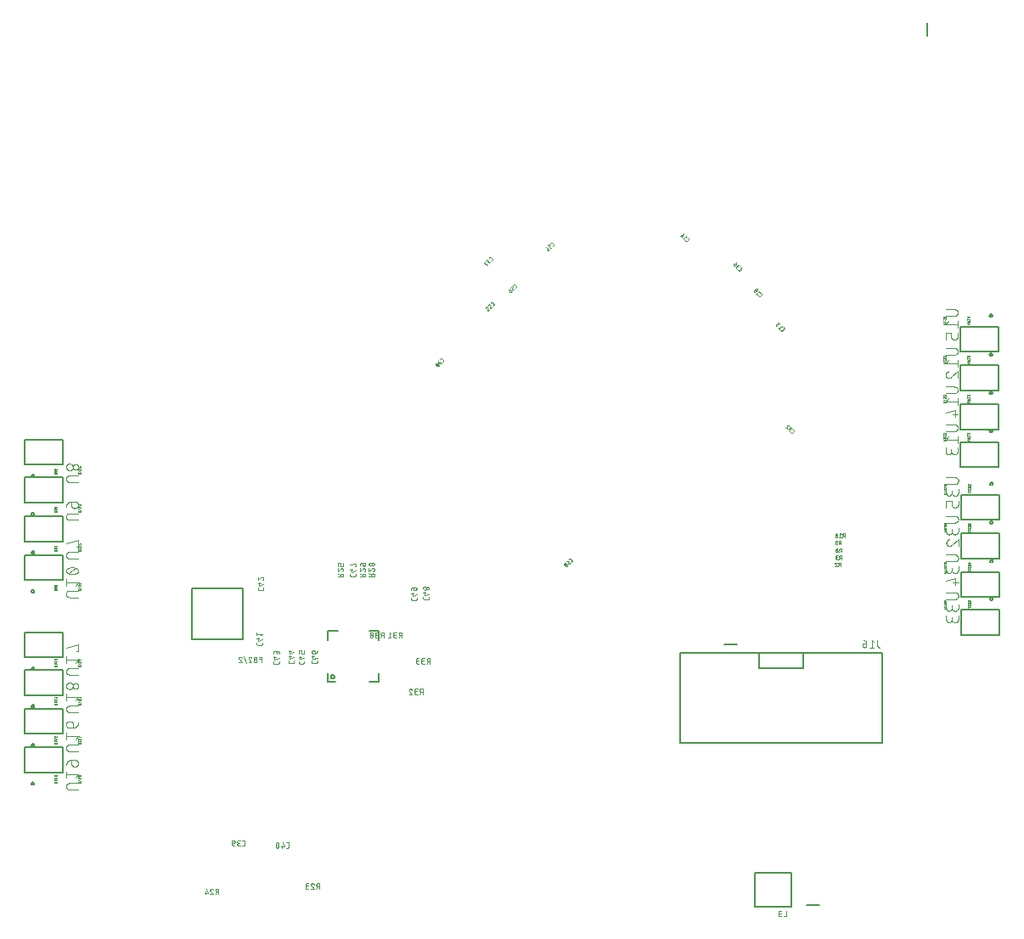
<source format=gbr>
G04 EAGLE Gerber RS-274X export*
G75*
%MOMM*%
%FSLAX34Y34*%
%LPD*%
%INSilkscreen Bottom*%
%IPPOS*%
%AMOC8*
5,1,8,0,0,1.08239X$1,22.5*%
G01*
%ADD10C,0.127000*%
%ADD11C,0.050800*%
%ADD12C,0.203200*%
%ADD13C,0.025400*%
%ADD14C,0.152400*%
%ADD15C,0.076200*%
%ADD16C,0.101600*%


D10*
X778000Y27000D02*
X778000Y61000D01*
X742000Y61000D01*
X742000Y27000D01*
X778000Y27000D01*
D11*
X772794Y22746D02*
X772794Y17254D01*
X770353Y17254D01*
X768305Y17254D02*
X766780Y17254D01*
X766703Y17256D01*
X766626Y17262D01*
X766549Y17272D01*
X766473Y17285D01*
X766398Y17303D01*
X766323Y17324D01*
X766250Y17349D01*
X766178Y17378D01*
X766108Y17410D01*
X766039Y17446D01*
X765973Y17485D01*
X765908Y17528D01*
X765846Y17573D01*
X765786Y17622D01*
X765729Y17674D01*
X765674Y17729D01*
X765622Y17786D01*
X765573Y17846D01*
X765528Y17908D01*
X765485Y17973D01*
X765446Y18039D01*
X765410Y18108D01*
X765378Y18178D01*
X765349Y18250D01*
X765324Y18323D01*
X765303Y18398D01*
X765285Y18473D01*
X765272Y18549D01*
X765262Y18626D01*
X765256Y18703D01*
X765254Y18780D01*
X765256Y18857D01*
X765262Y18934D01*
X765272Y19011D01*
X765285Y19087D01*
X765303Y19162D01*
X765324Y19237D01*
X765349Y19310D01*
X765378Y19382D01*
X765410Y19452D01*
X765446Y19521D01*
X765485Y19587D01*
X765528Y19652D01*
X765573Y19714D01*
X765622Y19774D01*
X765674Y19831D01*
X765729Y19886D01*
X765786Y19938D01*
X765846Y19987D01*
X765908Y20032D01*
X765973Y20075D01*
X766039Y20114D01*
X766108Y20150D01*
X766178Y20182D01*
X766250Y20211D01*
X766323Y20236D01*
X766398Y20257D01*
X766473Y20275D01*
X766549Y20288D01*
X766626Y20298D01*
X766703Y20304D01*
X766780Y20306D01*
X766474Y22746D02*
X768305Y22746D01*
X766474Y22746D02*
X766406Y22744D01*
X766337Y22738D01*
X766270Y22729D01*
X766203Y22715D01*
X766136Y22698D01*
X766071Y22678D01*
X766007Y22653D01*
X765945Y22625D01*
X765884Y22594D01*
X765825Y22559D01*
X765768Y22521D01*
X765713Y22480D01*
X765661Y22436D01*
X765611Y22389D01*
X765564Y22339D01*
X765520Y22287D01*
X765479Y22232D01*
X765441Y22175D01*
X765406Y22116D01*
X765375Y22055D01*
X765347Y21993D01*
X765322Y21929D01*
X765302Y21864D01*
X765285Y21797D01*
X765271Y21730D01*
X765262Y21663D01*
X765256Y21594D01*
X765254Y21526D01*
X765256Y21458D01*
X765262Y21389D01*
X765271Y21322D01*
X765285Y21255D01*
X765302Y21188D01*
X765322Y21123D01*
X765347Y21059D01*
X765375Y20997D01*
X765406Y20936D01*
X765441Y20877D01*
X765479Y20820D01*
X765520Y20765D01*
X765564Y20713D01*
X765611Y20663D01*
X765661Y20616D01*
X765713Y20572D01*
X765768Y20531D01*
X765825Y20493D01*
X765884Y20458D01*
X765945Y20427D01*
X766007Y20399D01*
X766071Y20374D01*
X766136Y20354D01*
X766203Y20337D01*
X766270Y20323D01*
X766337Y20314D01*
X766406Y20308D01*
X766474Y20306D01*
X766474Y20305D02*
X767695Y20305D01*
D12*
X793650Y28490D02*
X806350Y28490D01*
D10*
X318884Y256180D02*
X318886Y256264D01*
X318892Y256348D01*
X318902Y256432D01*
X318915Y256515D01*
X318933Y256597D01*
X318955Y256679D01*
X318980Y256759D01*
X319009Y256838D01*
X319042Y256916D01*
X319078Y256992D01*
X319118Y257066D01*
X319161Y257138D01*
X319207Y257208D01*
X319257Y257276D01*
X319310Y257342D01*
X319366Y257405D01*
X319425Y257465D01*
X319487Y257522D01*
X319551Y257577D01*
X319618Y257628D01*
X319687Y257676D01*
X319758Y257721D01*
X319831Y257763D01*
X319906Y257801D01*
X319983Y257835D01*
X320061Y257866D01*
X320141Y257893D01*
X320222Y257917D01*
X320304Y257936D01*
X320387Y257952D01*
X320470Y257964D01*
X320554Y257972D01*
X320638Y257976D01*
X320722Y257976D01*
X320806Y257972D01*
X320890Y257964D01*
X320973Y257952D01*
X321056Y257936D01*
X321138Y257917D01*
X321219Y257893D01*
X321299Y257866D01*
X321377Y257835D01*
X321454Y257801D01*
X321529Y257763D01*
X321602Y257721D01*
X321673Y257676D01*
X321742Y257628D01*
X321809Y257577D01*
X321873Y257522D01*
X321935Y257465D01*
X321994Y257405D01*
X322050Y257342D01*
X322103Y257276D01*
X322153Y257208D01*
X322199Y257138D01*
X322242Y257066D01*
X322282Y256992D01*
X322318Y256916D01*
X322351Y256838D01*
X322380Y256759D01*
X322405Y256679D01*
X322427Y256597D01*
X322445Y256515D01*
X322458Y256432D01*
X322468Y256348D01*
X322474Y256264D01*
X322476Y256180D01*
X322474Y256096D01*
X322468Y256012D01*
X322458Y255928D01*
X322445Y255845D01*
X322427Y255763D01*
X322405Y255681D01*
X322380Y255601D01*
X322351Y255522D01*
X322318Y255444D01*
X322282Y255368D01*
X322242Y255294D01*
X322199Y255222D01*
X322153Y255152D01*
X322103Y255084D01*
X322050Y255018D01*
X321994Y254955D01*
X321935Y254895D01*
X321873Y254838D01*
X321809Y254783D01*
X321742Y254732D01*
X321673Y254684D01*
X321602Y254639D01*
X321529Y254597D01*
X321454Y254559D01*
X321377Y254525D01*
X321299Y254494D01*
X321219Y254467D01*
X321138Y254443D01*
X321056Y254424D01*
X320973Y254408D01*
X320890Y254396D01*
X320806Y254388D01*
X320722Y254384D01*
X320638Y254384D01*
X320554Y254388D01*
X320470Y254396D01*
X320387Y254408D01*
X320304Y254424D01*
X320222Y254443D01*
X320141Y254467D01*
X320061Y254494D01*
X319983Y254525D01*
X319906Y254559D01*
X319831Y254597D01*
X319758Y254639D01*
X319687Y254684D01*
X319618Y254732D01*
X319551Y254783D01*
X319487Y254838D01*
X319425Y254895D01*
X319366Y254955D01*
X319310Y255018D01*
X319257Y255084D01*
X319207Y255152D01*
X319161Y255222D01*
X319118Y255294D01*
X319078Y255368D01*
X319042Y255444D01*
X319009Y255522D01*
X318980Y255601D01*
X318955Y255681D01*
X318933Y255763D01*
X318915Y255845D01*
X318902Y255928D01*
X318892Y256012D01*
X318886Y256096D01*
X318884Y256180D01*
X315600Y259990D02*
X315600Y251100D01*
X323220Y251100D01*
X357510Y251100D02*
X366400Y251100D01*
X366400Y259990D01*
X366400Y293010D02*
X366400Y301900D01*
X357510Y301900D01*
X325760Y301900D02*
X315600Y301900D01*
X315600Y293010D01*
D11*
X307346Y50246D02*
X307346Y44754D01*
X307346Y50246D02*
X305820Y50246D01*
X305743Y50244D01*
X305666Y50238D01*
X305589Y50228D01*
X305513Y50215D01*
X305438Y50197D01*
X305363Y50176D01*
X305290Y50151D01*
X305218Y50122D01*
X305148Y50090D01*
X305079Y50054D01*
X305013Y50015D01*
X304948Y49972D01*
X304886Y49927D01*
X304826Y49878D01*
X304769Y49826D01*
X304714Y49771D01*
X304662Y49714D01*
X304613Y49654D01*
X304568Y49592D01*
X304525Y49527D01*
X304486Y49461D01*
X304450Y49392D01*
X304418Y49322D01*
X304389Y49250D01*
X304364Y49177D01*
X304343Y49102D01*
X304325Y49027D01*
X304312Y48951D01*
X304302Y48874D01*
X304296Y48797D01*
X304294Y48720D01*
X304296Y48643D01*
X304302Y48566D01*
X304312Y48489D01*
X304325Y48413D01*
X304343Y48338D01*
X304364Y48263D01*
X304389Y48190D01*
X304418Y48118D01*
X304450Y48048D01*
X304486Y47979D01*
X304525Y47913D01*
X304568Y47848D01*
X304613Y47786D01*
X304662Y47726D01*
X304714Y47669D01*
X304769Y47614D01*
X304826Y47562D01*
X304886Y47513D01*
X304948Y47468D01*
X305013Y47425D01*
X305079Y47386D01*
X305148Y47350D01*
X305218Y47318D01*
X305290Y47289D01*
X305363Y47264D01*
X305438Y47243D01*
X305513Y47225D01*
X305589Y47212D01*
X305666Y47202D01*
X305743Y47196D01*
X305820Y47194D01*
X305820Y47195D02*
X307346Y47195D01*
X305515Y47195D02*
X304295Y44754D01*
X298931Y48873D02*
X298933Y48945D01*
X298939Y49017D01*
X298948Y49088D01*
X298961Y49158D01*
X298978Y49228D01*
X298998Y49297D01*
X299022Y49365D01*
X299050Y49431D01*
X299081Y49496D01*
X299115Y49560D01*
X299153Y49621D01*
X299193Y49680D01*
X299237Y49737D01*
X299284Y49792D01*
X299333Y49844D01*
X299385Y49893D01*
X299440Y49940D01*
X299497Y49984D01*
X299556Y50024D01*
X299618Y50062D01*
X299681Y50096D01*
X299746Y50127D01*
X299812Y50155D01*
X299880Y50179D01*
X299949Y50199D01*
X300019Y50216D01*
X300089Y50229D01*
X300160Y50238D01*
X300232Y50244D01*
X300304Y50246D01*
X300386Y50244D01*
X300468Y50238D01*
X300550Y50229D01*
X300631Y50215D01*
X300711Y50198D01*
X300791Y50178D01*
X300869Y50153D01*
X300946Y50125D01*
X301022Y50093D01*
X301096Y50058D01*
X301169Y50019D01*
X301239Y49978D01*
X301308Y49932D01*
X301375Y49884D01*
X301439Y49833D01*
X301500Y49778D01*
X301559Y49721D01*
X301616Y49661D01*
X301669Y49599D01*
X301720Y49534D01*
X301767Y49467D01*
X301811Y49398D01*
X301852Y49327D01*
X301890Y49254D01*
X301924Y49179D01*
X301955Y49103D01*
X301982Y49025D01*
X299389Y47805D02*
X299336Y47858D01*
X299286Y47913D01*
X299239Y47971D01*
X299195Y48031D01*
X299154Y48094D01*
X299116Y48158D01*
X299081Y48224D01*
X299050Y48292D01*
X299023Y48361D01*
X298998Y48432D01*
X298978Y48504D01*
X298961Y48576D01*
X298948Y48650D01*
X298939Y48724D01*
X298933Y48798D01*
X298931Y48873D01*
X299388Y47805D02*
X301982Y44754D01*
X298931Y44754D01*
X296582Y44754D02*
X295056Y44754D01*
X294979Y44756D01*
X294902Y44762D01*
X294825Y44772D01*
X294749Y44785D01*
X294674Y44803D01*
X294599Y44824D01*
X294526Y44849D01*
X294454Y44878D01*
X294384Y44910D01*
X294315Y44946D01*
X294249Y44985D01*
X294184Y45028D01*
X294122Y45073D01*
X294062Y45122D01*
X294005Y45174D01*
X293950Y45229D01*
X293898Y45286D01*
X293849Y45346D01*
X293804Y45408D01*
X293761Y45473D01*
X293722Y45539D01*
X293686Y45608D01*
X293654Y45678D01*
X293625Y45750D01*
X293600Y45823D01*
X293579Y45898D01*
X293561Y45973D01*
X293548Y46049D01*
X293538Y46126D01*
X293532Y46203D01*
X293530Y46280D01*
X293532Y46357D01*
X293538Y46434D01*
X293548Y46511D01*
X293561Y46587D01*
X293579Y46662D01*
X293600Y46737D01*
X293625Y46810D01*
X293654Y46882D01*
X293686Y46952D01*
X293722Y47021D01*
X293761Y47087D01*
X293804Y47152D01*
X293849Y47214D01*
X293898Y47274D01*
X293950Y47331D01*
X294005Y47386D01*
X294062Y47438D01*
X294122Y47487D01*
X294184Y47532D01*
X294249Y47575D01*
X294315Y47614D01*
X294384Y47650D01*
X294454Y47682D01*
X294526Y47711D01*
X294599Y47736D01*
X294674Y47757D01*
X294749Y47775D01*
X294825Y47788D01*
X294902Y47798D01*
X294979Y47804D01*
X295056Y47806D01*
X294751Y50246D02*
X296582Y50246D01*
X294751Y50246D02*
X294683Y50244D01*
X294614Y50238D01*
X294547Y50229D01*
X294480Y50215D01*
X294413Y50198D01*
X294348Y50178D01*
X294284Y50153D01*
X294222Y50125D01*
X294161Y50094D01*
X294102Y50059D01*
X294045Y50021D01*
X293990Y49980D01*
X293938Y49936D01*
X293888Y49889D01*
X293841Y49839D01*
X293797Y49787D01*
X293756Y49732D01*
X293718Y49675D01*
X293683Y49616D01*
X293652Y49555D01*
X293624Y49493D01*
X293599Y49429D01*
X293579Y49364D01*
X293562Y49297D01*
X293548Y49230D01*
X293539Y49163D01*
X293533Y49094D01*
X293531Y49026D01*
X293533Y48958D01*
X293539Y48889D01*
X293548Y48822D01*
X293562Y48755D01*
X293579Y48688D01*
X293599Y48623D01*
X293624Y48559D01*
X293652Y48497D01*
X293683Y48436D01*
X293718Y48377D01*
X293756Y48320D01*
X293797Y48265D01*
X293841Y48213D01*
X293888Y48163D01*
X293938Y48116D01*
X293990Y48072D01*
X294045Y48031D01*
X294102Y47993D01*
X294161Y47958D01*
X294222Y47927D01*
X294284Y47899D01*
X294348Y47874D01*
X294413Y47854D01*
X294480Y47837D01*
X294547Y47823D01*
X294614Y47814D01*
X294683Y47808D01*
X294751Y47806D01*
X294751Y47805D02*
X295972Y47805D01*
X206846Y44746D02*
X206846Y39254D01*
X206846Y44746D02*
X205320Y44746D01*
X205243Y44744D01*
X205166Y44738D01*
X205089Y44728D01*
X205013Y44715D01*
X204938Y44697D01*
X204863Y44676D01*
X204790Y44651D01*
X204718Y44622D01*
X204648Y44590D01*
X204579Y44554D01*
X204513Y44515D01*
X204448Y44472D01*
X204386Y44427D01*
X204326Y44378D01*
X204269Y44326D01*
X204214Y44271D01*
X204162Y44214D01*
X204113Y44154D01*
X204068Y44092D01*
X204025Y44027D01*
X203986Y43961D01*
X203950Y43892D01*
X203918Y43822D01*
X203889Y43750D01*
X203864Y43677D01*
X203843Y43602D01*
X203825Y43527D01*
X203812Y43451D01*
X203802Y43374D01*
X203796Y43297D01*
X203794Y43220D01*
X203796Y43143D01*
X203802Y43066D01*
X203812Y42989D01*
X203825Y42913D01*
X203843Y42838D01*
X203864Y42763D01*
X203889Y42690D01*
X203918Y42618D01*
X203950Y42548D01*
X203986Y42479D01*
X204025Y42413D01*
X204068Y42348D01*
X204113Y42286D01*
X204162Y42226D01*
X204214Y42169D01*
X204269Y42114D01*
X204326Y42062D01*
X204386Y42013D01*
X204448Y41968D01*
X204513Y41925D01*
X204579Y41886D01*
X204648Y41850D01*
X204718Y41818D01*
X204790Y41789D01*
X204863Y41764D01*
X204938Y41743D01*
X205013Y41725D01*
X205089Y41712D01*
X205166Y41702D01*
X205243Y41696D01*
X205320Y41694D01*
X205320Y41695D02*
X206846Y41695D01*
X205015Y41695D02*
X203795Y39254D01*
X198431Y43373D02*
X198433Y43445D01*
X198439Y43517D01*
X198448Y43588D01*
X198461Y43658D01*
X198478Y43728D01*
X198498Y43797D01*
X198522Y43865D01*
X198550Y43931D01*
X198581Y43996D01*
X198615Y44060D01*
X198653Y44121D01*
X198693Y44180D01*
X198737Y44237D01*
X198784Y44292D01*
X198833Y44344D01*
X198885Y44393D01*
X198940Y44440D01*
X198997Y44484D01*
X199056Y44524D01*
X199118Y44562D01*
X199181Y44596D01*
X199246Y44627D01*
X199312Y44655D01*
X199380Y44679D01*
X199449Y44699D01*
X199519Y44716D01*
X199589Y44729D01*
X199660Y44738D01*
X199732Y44744D01*
X199804Y44746D01*
X199886Y44744D01*
X199968Y44738D01*
X200050Y44729D01*
X200131Y44715D01*
X200211Y44698D01*
X200291Y44678D01*
X200369Y44653D01*
X200446Y44625D01*
X200522Y44593D01*
X200596Y44558D01*
X200669Y44519D01*
X200739Y44478D01*
X200808Y44432D01*
X200875Y44384D01*
X200939Y44333D01*
X201000Y44278D01*
X201059Y44221D01*
X201116Y44161D01*
X201169Y44099D01*
X201220Y44034D01*
X201267Y43967D01*
X201311Y43898D01*
X201352Y43827D01*
X201390Y43754D01*
X201424Y43679D01*
X201455Y43603D01*
X201482Y43525D01*
X198889Y42305D02*
X198836Y42358D01*
X198786Y42413D01*
X198739Y42471D01*
X198695Y42531D01*
X198654Y42594D01*
X198616Y42658D01*
X198581Y42724D01*
X198550Y42792D01*
X198523Y42861D01*
X198498Y42932D01*
X198478Y43004D01*
X198461Y43076D01*
X198448Y43150D01*
X198439Y43224D01*
X198433Y43298D01*
X198431Y43373D01*
X198888Y42305D02*
X201482Y39254D01*
X198431Y39254D01*
X196082Y40474D02*
X194861Y44746D01*
X196082Y40474D02*
X193031Y40474D01*
X193946Y41695D02*
X193946Y39254D01*
X230605Y87654D02*
X231826Y87654D01*
X231894Y87656D01*
X231963Y87662D01*
X232030Y87671D01*
X232097Y87685D01*
X232164Y87702D01*
X232229Y87722D01*
X232293Y87747D01*
X232355Y87775D01*
X232416Y87806D01*
X232475Y87841D01*
X232532Y87879D01*
X232587Y87920D01*
X232639Y87964D01*
X232689Y88011D01*
X232736Y88061D01*
X232780Y88113D01*
X232821Y88168D01*
X232859Y88225D01*
X232894Y88284D01*
X232925Y88345D01*
X232953Y88407D01*
X232978Y88471D01*
X232998Y88536D01*
X233015Y88603D01*
X233029Y88670D01*
X233038Y88737D01*
X233044Y88806D01*
X233046Y88874D01*
X233046Y91926D01*
X233044Y91994D01*
X233038Y92063D01*
X233029Y92130D01*
X233015Y92197D01*
X232998Y92264D01*
X232978Y92329D01*
X232953Y92393D01*
X232925Y92455D01*
X232894Y92516D01*
X232859Y92575D01*
X232821Y92632D01*
X232780Y92687D01*
X232736Y92739D01*
X232689Y92789D01*
X232639Y92836D01*
X232587Y92880D01*
X232532Y92921D01*
X232475Y92959D01*
X232416Y92994D01*
X232355Y93025D01*
X232293Y93053D01*
X232229Y93078D01*
X232164Y93098D01*
X232097Y93115D01*
X232030Y93129D01*
X231963Y93138D01*
X231894Y93144D01*
X231826Y93146D01*
X230605Y93146D01*
X228530Y87654D02*
X227004Y87654D01*
X226927Y87656D01*
X226850Y87662D01*
X226773Y87672D01*
X226697Y87685D01*
X226622Y87703D01*
X226547Y87724D01*
X226474Y87749D01*
X226402Y87778D01*
X226332Y87810D01*
X226263Y87846D01*
X226197Y87885D01*
X226132Y87928D01*
X226070Y87973D01*
X226010Y88022D01*
X225953Y88074D01*
X225898Y88129D01*
X225846Y88186D01*
X225797Y88246D01*
X225752Y88308D01*
X225709Y88373D01*
X225670Y88439D01*
X225634Y88508D01*
X225602Y88578D01*
X225573Y88650D01*
X225548Y88723D01*
X225527Y88798D01*
X225509Y88873D01*
X225496Y88949D01*
X225486Y89026D01*
X225480Y89103D01*
X225478Y89180D01*
X225480Y89257D01*
X225486Y89334D01*
X225496Y89411D01*
X225509Y89487D01*
X225527Y89562D01*
X225548Y89637D01*
X225573Y89710D01*
X225602Y89782D01*
X225634Y89852D01*
X225670Y89921D01*
X225709Y89987D01*
X225752Y90052D01*
X225797Y90114D01*
X225846Y90174D01*
X225898Y90231D01*
X225953Y90286D01*
X226010Y90338D01*
X226070Y90387D01*
X226132Y90432D01*
X226197Y90475D01*
X226263Y90514D01*
X226332Y90550D01*
X226402Y90582D01*
X226474Y90611D01*
X226547Y90636D01*
X226622Y90657D01*
X226697Y90675D01*
X226773Y90688D01*
X226850Y90698D01*
X226927Y90704D01*
X227004Y90706D01*
X226699Y93146D02*
X228530Y93146D01*
X226699Y93146D02*
X226631Y93144D01*
X226562Y93138D01*
X226495Y93129D01*
X226428Y93115D01*
X226361Y93098D01*
X226296Y93078D01*
X226232Y93053D01*
X226170Y93025D01*
X226109Y92994D01*
X226050Y92959D01*
X225993Y92921D01*
X225938Y92880D01*
X225886Y92836D01*
X225836Y92789D01*
X225789Y92739D01*
X225745Y92687D01*
X225704Y92632D01*
X225666Y92575D01*
X225631Y92516D01*
X225600Y92455D01*
X225572Y92393D01*
X225547Y92329D01*
X225527Y92264D01*
X225510Y92197D01*
X225496Y92130D01*
X225487Y92063D01*
X225481Y91994D01*
X225479Y91926D01*
X225481Y91858D01*
X225487Y91789D01*
X225496Y91722D01*
X225510Y91655D01*
X225527Y91588D01*
X225547Y91523D01*
X225572Y91459D01*
X225600Y91397D01*
X225631Y91336D01*
X225666Y91277D01*
X225704Y91220D01*
X225745Y91165D01*
X225789Y91113D01*
X225836Y91063D01*
X225886Y91016D01*
X225938Y90972D01*
X225993Y90931D01*
X226050Y90893D01*
X226109Y90858D01*
X226170Y90827D01*
X226232Y90799D01*
X226296Y90774D01*
X226361Y90754D01*
X226428Y90737D01*
X226495Y90723D01*
X226562Y90714D01*
X226631Y90708D01*
X226699Y90706D01*
X226699Y90705D02*
X227920Y90705D01*
X221909Y90095D02*
X220079Y90095D01*
X221909Y90095D02*
X221977Y90097D01*
X222046Y90103D01*
X222113Y90112D01*
X222180Y90126D01*
X222247Y90143D01*
X222312Y90163D01*
X222376Y90188D01*
X222438Y90216D01*
X222499Y90247D01*
X222558Y90282D01*
X222615Y90320D01*
X222670Y90361D01*
X222722Y90405D01*
X222772Y90452D01*
X222819Y90502D01*
X222863Y90554D01*
X222904Y90609D01*
X222942Y90666D01*
X222977Y90725D01*
X223008Y90786D01*
X223036Y90848D01*
X223061Y90912D01*
X223081Y90977D01*
X223098Y91044D01*
X223112Y91111D01*
X223121Y91178D01*
X223127Y91247D01*
X223129Y91315D01*
X223130Y91315D02*
X223130Y91620D01*
X223128Y91697D01*
X223122Y91774D01*
X223112Y91851D01*
X223099Y91927D01*
X223081Y92002D01*
X223060Y92077D01*
X223035Y92150D01*
X223006Y92222D01*
X222974Y92292D01*
X222938Y92361D01*
X222899Y92427D01*
X222856Y92492D01*
X222811Y92554D01*
X222762Y92614D01*
X222710Y92671D01*
X222655Y92726D01*
X222598Y92778D01*
X222538Y92827D01*
X222476Y92872D01*
X222411Y92915D01*
X222345Y92954D01*
X222276Y92990D01*
X222206Y93022D01*
X222134Y93051D01*
X222061Y93076D01*
X221986Y93097D01*
X221911Y93115D01*
X221835Y93128D01*
X221758Y93138D01*
X221681Y93144D01*
X221604Y93146D01*
X221527Y93144D01*
X221450Y93138D01*
X221373Y93128D01*
X221297Y93115D01*
X221222Y93097D01*
X221147Y93076D01*
X221074Y93051D01*
X221002Y93022D01*
X220932Y92990D01*
X220863Y92954D01*
X220797Y92915D01*
X220732Y92872D01*
X220670Y92827D01*
X220610Y92778D01*
X220553Y92726D01*
X220498Y92671D01*
X220446Y92614D01*
X220397Y92554D01*
X220352Y92492D01*
X220309Y92427D01*
X220270Y92361D01*
X220234Y92292D01*
X220202Y92222D01*
X220173Y92150D01*
X220148Y92077D01*
X220127Y92002D01*
X220109Y91927D01*
X220096Y91851D01*
X220086Y91774D01*
X220080Y91697D01*
X220078Y91620D01*
X220079Y91620D02*
X220079Y90095D01*
X220081Y89999D01*
X220087Y89903D01*
X220096Y89808D01*
X220109Y89713D01*
X220126Y89619D01*
X220146Y89525D01*
X220171Y89432D01*
X220198Y89341D01*
X220230Y89250D01*
X220265Y89161D01*
X220303Y89073D01*
X220345Y88987D01*
X220390Y88902D01*
X220439Y88820D01*
X220490Y88739D01*
X220545Y88660D01*
X220603Y88584D01*
X220664Y88510D01*
X220728Y88438D01*
X220794Y88369D01*
X220863Y88303D01*
X220935Y88239D01*
X221009Y88178D01*
X221085Y88120D01*
X221164Y88065D01*
X221245Y88014D01*
X221327Y87965D01*
X221412Y87920D01*
X221498Y87878D01*
X221586Y87840D01*
X221675Y87805D01*
X221766Y87773D01*
X221857Y87746D01*
X221950Y87721D01*
X222044Y87701D01*
X222138Y87684D01*
X222233Y87671D01*
X222328Y87662D01*
X222424Y87656D01*
X222520Y87654D01*
X274405Y85654D02*
X275626Y85654D01*
X275694Y85656D01*
X275763Y85662D01*
X275830Y85671D01*
X275897Y85685D01*
X275964Y85702D01*
X276029Y85722D01*
X276093Y85747D01*
X276155Y85775D01*
X276216Y85806D01*
X276275Y85841D01*
X276332Y85879D01*
X276387Y85920D01*
X276439Y85964D01*
X276489Y86011D01*
X276536Y86061D01*
X276580Y86113D01*
X276621Y86168D01*
X276659Y86225D01*
X276694Y86284D01*
X276725Y86345D01*
X276753Y86407D01*
X276778Y86471D01*
X276798Y86536D01*
X276815Y86603D01*
X276829Y86670D01*
X276838Y86737D01*
X276844Y86806D01*
X276846Y86874D01*
X276846Y89926D01*
X276844Y89994D01*
X276838Y90063D01*
X276829Y90130D01*
X276815Y90197D01*
X276798Y90264D01*
X276778Y90329D01*
X276753Y90393D01*
X276725Y90455D01*
X276694Y90516D01*
X276659Y90575D01*
X276621Y90632D01*
X276580Y90687D01*
X276536Y90739D01*
X276489Y90789D01*
X276439Y90836D01*
X276387Y90880D01*
X276332Y90921D01*
X276275Y90959D01*
X276216Y90994D01*
X276155Y91025D01*
X276093Y91053D01*
X276029Y91078D01*
X275964Y91098D01*
X275897Y91115D01*
X275830Y91129D01*
X275763Y91138D01*
X275694Y91144D01*
X275626Y91146D01*
X274405Y91146D01*
X271109Y91146D02*
X272330Y86874D01*
X269279Y86874D01*
X270194Y88095D02*
X270194Y85654D01*
X266930Y88400D02*
X266928Y88528D01*
X266923Y88656D01*
X266914Y88784D01*
X266901Y88912D01*
X266885Y89039D01*
X266865Y89166D01*
X266841Y89292D01*
X266814Y89418D01*
X266783Y89542D01*
X266749Y89666D01*
X266712Y89789D01*
X266671Y89910D01*
X266626Y90031D01*
X266578Y90150D01*
X266527Y90267D01*
X266472Y90383D01*
X266448Y90446D01*
X266421Y90506D01*
X266391Y90566D01*
X266357Y90623D01*
X266319Y90678D01*
X266279Y90731D01*
X266235Y90781D01*
X266188Y90829D01*
X266139Y90874D01*
X266087Y90916D01*
X266033Y90955D01*
X265976Y90990D01*
X265918Y91022D01*
X265858Y91051D01*
X265796Y91076D01*
X265733Y91097D01*
X265668Y91115D01*
X265603Y91128D01*
X265537Y91138D01*
X265471Y91144D01*
X265404Y91146D01*
X265337Y91144D01*
X265271Y91138D01*
X265205Y91128D01*
X265140Y91115D01*
X265075Y91097D01*
X265012Y91076D01*
X264950Y91051D01*
X264890Y91022D01*
X264832Y90990D01*
X264775Y90955D01*
X264721Y90916D01*
X264669Y90874D01*
X264620Y90829D01*
X264573Y90781D01*
X264530Y90731D01*
X264489Y90678D01*
X264451Y90623D01*
X264417Y90566D01*
X264387Y90507D01*
X264360Y90446D01*
X264336Y90383D01*
X264337Y90383D02*
X264282Y90267D01*
X264231Y90150D01*
X264183Y90031D01*
X264138Y89910D01*
X264097Y89789D01*
X264060Y89666D01*
X264026Y89542D01*
X263995Y89418D01*
X263968Y89292D01*
X263944Y89166D01*
X263924Y89039D01*
X263908Y88912D01*
X263895Y88784D01*
X263886Y88656D01*
X263881Y88528D01*
X263879Y88400D01*
X266930Y88400D02*
X266928Y88272D01*
X266923Y88144D01*
X266914Y88016D01*
X266901Y87888D01*
X266885Y87761D01*
X266865Y87634D01*
X266841Y87508D01*
X266814Y87382D01*
X266783Y87258D01*
X266749Y87134D01*
X266712Y87011D01*
X266671Y86890D01*
X266626Y86770D01*
X266578Y86650D01*
X266527Y86533D01*
X266472Y86417D01*
X266448Y86354D01*
X266421Y86293D01*
X266391Y86234D01*
X266357Y86177D01*
X266319Y86122D01*
X266279Y86069D01*
X266235Y86019D01*
X266188Y85971D01*
X266139Y85926D01*
X266087Y85884D01*
X266033Y85845D01*
X265976Y85810D01*
X265918Y85778D01*
X265858Y85749D01*
X265796Y85724D01*
X265733Y85703D01*
X265668Y85685D01*
X265603Y85672D01*
X265537Y85662D01*
X265471Y85656D01*
X265404Y85654D01*
X264337Y86417D02*
X264282Y86533D01*
X264231Y86650D01*
X264183Y86770D01*
X264138Y86890D01*
X264097Y87011D01*
X264060Y87134D01*
X264026Y87258D01*
X263995Y87382D01*
X263968Y87508D01*
X263944Y87634D01*
X263924Y87761D01*
X263908Y87888D01*
X263895Y88016D01*
X263886Y88144D01*
X263881Y88272D01*
X263879Y88400D01*
X264336Y86417D02*
X264360Y86354D01*
X264387Y86293D01*
X264417Y86234D01*
X264451Y86177D01*
X264489Y86122D01*
X264530Y86069D01*
X264573Y86019D01*
X264620Y85971D01*
X264669Y85926D01*
X264721Y85884D01*
X264775Y85845D01*
X264832Y85810D01*
X264890Y85778D01*
X264950Y85749D01*
X265012Y85724D01*
X265075Y85703D01*
X265140Y85685D01*
X265205Y85672D01*
X265271Y85662D01*
X265337Y85656D01*
X265404Y85654D01*
X266625Y86874D02*
X264184Y89926D01*
D10*
X230900Y344500D02*
X180100Y344500D01*
X230900Y344500D02*
X230900Y293700D01*
X180100Y293700D01*
X180100Y344500D01*
D11*
X244854Y290020D02*
X244854Y288799D01*
X244856Y288731D01*
X244862Y288662D01*
X244871Y288595D01*
X244885Y288528D01*
X244902Y288461D01*
X244922Y288396D01*
X244947Y288332D01*
X244975Y288270D01*
X245006Y288209D01*
X245041Y288150D01*
X245079Y288093D01*
X245120Y288038D01*
X245164Y287986D01*
X245211Y287936D01*
X245261Y287889D01*
X245313Y287845D01*
X245368Y287804D01*
X245425Y287766D01*
X245484Y287731D01*
X245545Y287700D01*
X245607Y287672D01*
X245671Y287647D01*
X245736Y287627D01*
X245803Y287610D01*
X245870Y287596D01*
X245937Y287587D01*
X246006Y287581D01*
X246074Y287579D01*
X249126Y287579D01*
X249194Y287581D01*
X249263Y287587D01*
X249330Y287596D01*
X249397Y287610D01*
X249464Y287627D01*
X249529Y287647D01*
X249593Y287672D01*
X249655Y287700D01*
X249716Y287731D01*
X249775Y287766D01*
X249832Y287804D01*
X249887Y287845D01*
X249939Y287889D01*
X249989Y287936D01*
X250036Y287986D01*
X250080Y288038D01*
X250121Y288093D01*
X250159Y288150D01*
X250194Y288209D01*
X250225Y288270D01*
X250253Y288332D01*
X250278Y288396D01*
X250298Y288461D01*
X250315Y288527D01*
X250329Y288595D01*
X250338Y288662D01*
X250344Y288731D01*
X250346Y288799D01*
X250346Y290020D01*
X250346Y293315D02*
X246074Y292095D01*
X246074Y295146D01*
X247295Y294231D02*
X244854Y294231D01*
X249126Y297495D02*
X250346Y299020D01*
X244854Y299020D01*
X244854Y297495D02*
X244854Y300546D01*
X246154Y343874D02*
X246154Y345095D01*
X246154Y343874D02*
X246156Y343806D01*
X246162Y343737D01*
X246171Y343670D01*
X246185Y343603D01*
X246202Y343536D01*
X246222Y343471D01*
X246247Y343407D01*
X246275Y343345D01*
X246306Y343284D01*
X246341Y343225D01*
X246379Y343168D01*
X246420Y343113D01*
X246464Y343061D01*
X246511Y343011D01*
X246561Y342964D01*
X246613Y342920D01*
X246668Y342879D01*
X246725Y342841D01*
X246784Y342806D01*
X246845Y342775D01*
X246907Y342747D01*
X246971Y342722D01*
X247036Y342702D01*
X247103Y342685D01*
X247170Y342671D01*
X247237Y342662D01*
X247306Y342656D01*
X247374Y342654D01*
X250426Y342654D01*
X250494Y342656D01*
X250563Y342662D01*
X250630Y342671D01*
X250697Y342685D01*
X250764Y342702D01*
X250829Y342722D01*
X250893Y342747D01*
X250955Y342775D01*
X251016Y342806D01*
X251075Y342841D01*
X251132Y342879D01*
X251187Y342920D01*
X251239Y342964D01*
X251289Y343011D01*
X251336Y343061D01*
X251380Y343113D01*
X251421Y343168D01*
X251459Y343225D01*
X251494Y343284D01*
X251525Y343345D01*
X251553Y343407D01*
X251578Y343471D01*
X251598Y343536D01*
X251615Y343602D01*
X251629Y343670D01*
X251638Y343737D01*
X251644Y343806D01*
X251646Y343874D01*
X251646Y345095D01*
X251646Y348391D02*
X247374Y347170D01*
X247374Y350221D01*
X248595Y349306D02*
X246154Y349306D01*
X251646Y354248D02*
X251644Y354320D01*
X251638Y354392D01*
X251629Y354463D01*
X251616Y354533D01*
X251599Y354603D01*
X251579Y354672D01*
X251555Y354740D01*
X251527Y354806D01*
X251496Y354871D01*
X251462Y354935D01*
X251424Y354996D01*
X251384Y355055D01*
X251340Y355112D01*
X251293Y355167D01*
X251244Y355219D01*
X251192Y355268D01*
X251137Y355315D01*
X251080Y355359D01*
X251021Y355399D01*
X250960Y355437D01*
X250896Y355471D01*
X250831Y355502D01*
X250765Y355530D01*
X250697Y355554D01*
X250628Y355574D01*
X250558Y355591D01*
X250488Y355604D01*
X250417Y355613D01*
X250345Y355619D01*
X250273Y355621D01*
X251646Y354248D02*
X251644Y354166D01*
X251638Y354084D01*
X251629Y354002D01*
X251615Y353921D01*
X251598Y353841D01*
X251578Y353761D01*
X251553Y353683D01*
X251525Y353606D01*
X251493Y353530D01*
X251458Y353456D01*
X251419Y353383D01*
X251378Y353313D01*
X251332Y353244D01*
X251284Y353178D01*
X251233Y353113D01*
X251178Y353052D01*
X251121Y352993D01*
X251062Y352936D01*
X250999Y352883D01*
X250934Y352832D01*
X250867Y352785D01*
X250798Y352741D01*
X250727Y352700D01*
X250654Y352662D01*
X250579Y352628D01*
X250503Y352597D01*
X250425Y352570D01*
X249205Y355163D02*
X249258Y355216D01*
X249313Y355266D01*
X249371Y355313D01*
X249431Y355357D01*
X249494Y355398D01*
X249558Y355436D01*
X249624Y355471D01*
X249692Y355502D01*
X249761Y355529D01*
X249832Y355554D01*
X249904Y355574D01*
X249976Y355591D01*
X250050Y355604D01*
X250124Y355613D01*
X250198Y355619D01*
X250273Y355621D01*
X249205Y355164D02*
X246154Y352570D01*
X246154Y355621D01*
X325654Y355954D02*
X331146Y355954D01*
X331146Y357480D01*
X331144Y357557D01*
X331138Y357634D01*
X331128Y357711D01*
X331115Y357787D01*
X331097Y357862D01*
X331076Y357937D01*
X331051Y358010D01*
X331022Y358082D01*
X330990Y358152D01*
X330954Y358221D01*
X330915Y358287D01*
X330872Y358352D01*
X330827Y358414D01*
X330778Y358474D01*
X330726Y358531D01*
X330671Y358586D01*
X330614Y358638D01*
X330554Y358687D01*
X330492Y358732D01*
X330427Y358775D01*
X330361Y358814D01*
X330292Y358850D01*
X330222Y358882D01*
X330150Y358911D01*
X330077Y358936D01*
X330002Y358957D01*
X329927Y358975D01*
X329851Y358988D01*
X329774Y358998D01*
X329697Y359004D01*
X329620Y359006D01*
X329543Y359004D01*
X329466Y358998D01*
X329389Y358988D01*
X329313Y358975D01*
X329238Y358957D01*
X329163Y358936D01*
X329090Y358911D01*
X329018Y358882D01*
X328948Y358850D01*
X328879Y358814D01*
X328813Y358775D01*
X328748Y358732D01*
X328686Y358687D01*
X328626Y358638D01*
X328569Y358586D01*
X328514Y358531D01*
X328462Y358474D01*
X328413Y358414D01*
X328368Y358352D01*
X328325Y358287D01*
X328286Y358221D01*
X328250Y358152D01*
X328218Y358082D01*
X328189Y358010D01*
X328164Y357937D01*
X328143Y357862D01*
X328125Y357787D01*
X328112Y357711D01*
X328102Y357634D01*
X328096Y357557D01*
X328094Y357480D01*
X328095Y357480D02*
X328095Y355954D01*
X328095Y357785D02*
X325654Y359005D01*
X329773Y364369D02*
X329845Y364367D01*
X329917Y364361D01*
X329988Y364352D01*
X330058Y364339D01*
X330128Y364322D01*
X330197Y364302D01*
X330265Y364278D01*
X330331Y364250D01*
X330396Y364219D01*
X330460Y364185D01*
X330521Y364147D01*
X330580Y364107D01*
X330637Y364063D01*
X330692Y364016D01*
X330744Y363967D01*
X330793Y363915D01*
X330840Y363860D01*
X330884Y363803D01*
X330924Y363744D01*
X330962Y363683D01*
X330996Y363619D01*
X331027Y363554D01*
X331055Y363488D01*
X331079Y363420D01*
X331099Y363351D01*
X331116Y363281D01*
X331129Y363211D01*
X331138Y363140D01*
X331144Y363068D01*
X331146Y362996D01*
X331144Y362914D01*
X331138Y362832D01*
X331129Y362750D01*
X331115Y362669D01*
X331098Y362589D01*
X331078Y362509D01*
X331053Y362431D01*
X331025Y362354D01*
X330993Y362278D01*
X330958Y362204D01*
X330919Y362131D01*
X330878Y362061D01*
X330832Y361992D01*
X330784Y361926D01*
X330733Y361861D01*
X330678Y361800D01*
X330621Y361741D01*
X330562Y361684D01*
X330499Y361631D01*
X330434Y361580D01*
X330367Y361533D01*
X330298Y361489D01*
X330227Y361448D01*
X330154Y361410D01*
X330079Y361376D01*
X330003Y361345D01*
X329925Y361318D01*
X328705Y363911D02*
X328758Y363964D01*
X328813Y364014D01*
X328871Y364061D01*
X328931Y364105D01*
X328994Y364146D01*
X329058Y364184D01*
X329124Y364219D01*
X329192Y364250D01*
X329261Y364277D01*
X329332Y364302D01*
X329404Y364322D01*
X329476Y364339D01*
X329550Y364352D01*
X329624Y364361D01*
X329698Y364367D01*
X329773Y364369D01*
X328705Y363912D02*
X325654Y361318D01*
X325654Y364369D01*
X325654Y366718D02*
X325654Y368549D01*
X325656Y368617D01*
X325662Y368686D01*
X325671Y368753D01*
X325685Y368820D01*
X325702Y368887D01*
X325722Y368952D01*
X325747Y369016D01*
X325775Y369078D01*
X325806Y369139D01*
X325841Y369198D01*
X325879Y369255D01*
X325920Y369310D01*
X325964Y369362D01*
X326011Y369412D01*
X326061Y369459D01*
X326113Y369503D01*
X326168Y369544D01*
X326225Y369582D01*
X326284Y369617D01*
X326345Y369648D01*
X326407Y369676D01*
X326471Y369701D01*
X326536Y369721D01*
X326603Y369738D01*
X326670Y369752D01*
X326737Y369761D01*
X326806Y369767D01*
X326874Y369769D01*
X327485Y369769D01*
X327553Y369767D01*
X327622Y369761D01*
X327689Y369752D01*
X327756Y369738D01*
X327823Y369721D01*
X327888Y369701D01*
X327952Y369676D01*
X328014Y369648D01*
X328075Y369617D01*
X328134Y369582D01*
X328191Y369544D01*
X328246Y369503D01*
X328298Y369459D01*
X328348Y369412D01*
X328395Y369362D01*
X328439Y369310D01*
X328480Y369255D01*
X328518Y369198D01*
X328553Y369139D01*
X328584Y369078D01*
X328612Y369016D01*
X328637Y368952D01*
X328657Y368887D01*
X328674Y368820D01*
X328688Y368753D01*
X328697Y368686D01*
X328703Y368617D01*
X328705Y368549D01*
X328705Y366718D01*
X331146Y366718D01*
X331146Y369769D01*
X261634Y271485D02*
X261634Y270264D01*
X261636Y270196D01*
X261642Y270127D01*
X261651Y270060D01*
X261665Y269993D01*
X261682Y269926D01*
X261702Y269861D01*
X261727Y269797D01*
X261755Y269735D01*
X261786Y269674D01*
X261821Y269615D01*
X261859Y269558D01*
X261900Y269503D01*
X261944Y269451D01*
X261991Y269401D01*
X262041Y269354D01*
X262093Y269310D01*
X262148Y269269D01*
X262205Y269231D01*
X262264Y269196D01*
X262325Y269165D01*
X262387Y269137D01*
X262451Y269112D01*
X262516Y269092D01*
X262583Y269075D01*
X262650Y269061D01*
X262717Y269052D01*
X262786Y269046D01*
X262854Y269044D01*
X265906Y269044D01*
X265974Y269046D01*
X266043Y269052D01*
X266110Y269061D01*
X266177Y269075D01*
X266244Y269092D01*
X266309Y269112D01*
X266373Y269137D01*
X266435Y269165D01*
X266496Y269196D01*
X266555Y269231D01*
X266612Y269269D01*
X266667Y269310D01*
X266719Y269354D01*
X266769Y269401D01*
X266816Y269451D01*
X266860Y269503D01*
X266901Y269558D01*
X266939Y269615D01*
X266974Y269674D01*
X267005Y269735D01*
X267033Y269797D01*
X267058Y269861D01*
X267078Y269926D01*
X267095Y269992D01*
X267109Y270060D01*
X267118Y270127D01*
X267124Y270196D01*
X267126Y270264D01*
X267126Y271485D01*
X267126Y274781D02*
X262854Y273560D01*
X262854Y276611D01*
X264075Y275696D02*
X261634Y275696D01*
X261634Y278960D02*
X261634Y280486D01*
X261636Y280563D01*
X261642Y280640D01*
X261652Y280717D01*
X261665Y280793D01*
X261683Y280868D01*
X261704Y280943D01*
X261729Y281016D01*
X261758Y281088D01*
X261790Y281158D01*
X261826Y281227D01*
X261865Y281293D01*
X261908Y281358D01*
X261953Y281420D01*
X262002Y281480D01*
X262054Y281537D01*
X262109Y281592D01*
X262166Y281644D01*
X262226Y281693D01*
X262288Y281738D01*
X262353Y281781D01*
X262419Y281820D01*
X262488Y281856D01*
X262558Y281888D01*
X262630Y281917D01*
X262703Y281942D01*
X262778Y281963D01*
X262853Y281981D01*
X262929Y281994D01*
X263006Y282004D01*
X263083Y282010D01*
X263160Y282012D01*
X263237Y282010D01*
X263314Y282004D01*
X263391Y281994D01*
X263467Y281981D01*
X263542Y281963D01*
X263617Y281942D01*
X263690Y281917D01*
X263762Y281888D01*
X263832Y281856D01*
X263901Y281820D01*
X263967Y281781D01*
X264032Y281738D01*
X264094Y281693D01*
X264154Y281644D01*
X264211Y281592D01*
X264266Y281537D01*
X264318Y281480D01*
X264367Y281420D01*
X264412Y281358D01*
X264455Y281293D01*
X264494Y281227D01*
X264530Y281158D01*
X264562Y281088D01*
X264591Y281016D01*
X264616Y280943D01*
X264637Y280868D01*
X264655Y280793D01*
X264668Y280717D01*
X264678Y280640D01*
X264684Y280563D01*
X264686Y280486D01*
X267126Y280791D02*
X267126Y278960D01*
X267126Y280791D02*
X267124Y280859D01*
X267118Y280928D01*
X267109Y280995D01*
X267095Y281062D01*
X267078Y281129D01*
X267058Y281194D01*
X267033Y281258D01*
X267005Y281320D01*
X266974Y281381D01*
X266939Y281440D01*
X266901Y281497D01*
X266860Y281552D01*
X266816Y281604D01*
X266769Y281654D01*
X266719Y281701D01*
X266667Y281745D01*
X266612Y281786D01*
X266555Y281824D01*
X266496Y281859D01*
X266435Y281890D01*
X266373Y281918D01*
X266309Y281943D01*
X266244Y281963D01*
X266177Y281980D01*
X266110Y281994D01*
X266043Y282003D01*
X265974Y282009D01*
X265906Y282011D01*
X265838Y282009D01*
X265769Y282003D01*
X265702Y281994D01*
X265635Y281980D01*
X265568Y281963D01*
X265503Y281943D01*
X265439Y281918D01*
X265377Y281890D01*
X265316Y281859D01*
X265257Y281824D01*
X265200Y281786D01*
X265145Y281745D01*
X265093Y281701D01*
X265043Y281654D01*
X264996Y281604D01*
X264952Y281552D01*
X264911Y281497D01*
X264873Y281440D01*
X264838Y281381D01*
X264807Y281320D01*
X264779Y281258D01*
X264754Y281194D01*
X264734Y281129D01*
X264717Y281062D01*
X264703Y280995D01*
X264694Y280928D01*
X264688Y280859D01*
X264686Y280791D01*
X264685Y280791D02*
X264685Y279570D01*
X276754Y272095D02*
X276754Y270874D01*
X276756Y270806D01*
X276762Y270737D01*
X276771Y270670D01*
X276785Y270603D01*
X276802Y270536D01*
X276822Y270471D01*
X276847Y270407D01*
X276875Y270345D01*
X276906Y270284D01*
X276941Y270225D01*
X276979Y270168D01*
X277020Y270113D01*
X277064Y270061D01*
X277111Y270011D01*
X277161Y269964D01*
X277213Y269920D01*
X277268Y269879D01*
X277325Y269841D01*
X277384Y269806D01*
X277445Y269775D01*
X277507Y269747D01*
X277571Y269722D01*
X277636Y269702D01*
X277703Y269685D01*
X277770Y269671D01*
X277837Y269662D01*
X277906Y269656D01*
X277974Y269654D01*
X281026Y269654D01*
X281094Y269656D01*
X281163Y269662D01*
X281230Y269671D01*
X281297Y269685D01*
X281364Y269702D01*
X281429Y269722D01*
X281493Y269747D01*
X281555Y269775D01*
X281616Y269806D01*
X281675Y269841D01*
X281732Y269879D01*
X281787Y269920D01*
X281839Y269964D01*
X281889Y270011D01*
X281936Y270061D01*
X281980Y270113D01*
X282021Y270168D01*
X282059Y270225D01*
X282094Y270284D01*
X282125Y270345D01*
X282153Y270407D01*
X282178Y270471D01*
X282198Y270536D01*
X282215Y270602D01*
X282229Y270670D01*
X282238Y270737D01*
X282244Y270806D01*
X282246Y270874D01*
X282246Y272095D01*
X282246Y275391D02*
X277974Y274170D01*
X277974Y277221D01*
X279195Y276306D02*
X276754Y276306D01*
X277974Y279570D02*
X282246Y280791D01*
X277974Y279570D02*
X277974Y282621D01*
X279195Y281706D02*
X276754Y281706D01*
X286754Y271795D02*
X286754Y270574D01*
X286756Y270506D01*
X286762Y270437D01*
X286771Y270370D01*
X286785Y270303D01*
X286802Y270236D01*
X286822Y270171D01*
X286847Y270107D01*
X286875Y270045D01*
X286906Y269984D01*
X286941Y269925D01*
X286979Y269868D01*
X287020Y269813D01*
X287064Y269761D01*
X287111Y269711D01*
X287161Y269664D01*
X287213Y269620D01*
X287268Y269579D01*
X287325Y269541D01*
X287384Y269506D01*
X287445Y269475D01*
X287507Y269447D01*
X287571Y269422D01*
X287636Y269402D01*
X287703Y269385D01*
X287770Y269371D01*
X287837Y269362D01*
X287906Y269356D01*
X287974Y269354D01*
X291026Y269354D01*
X291094Y269356D01*
X291163Y269362D01*
X291230Y269371D01*
X291297Y269385D01*
X291364Y269402D01*
X291429Y269422D01*
X291493Y269447D01*
X291555Y269475D01*
X291616Y269506D01*
X291675Y269541D01*
X291732Y269579D01*
X291787Y269620D01*
X291839Y269664D01*
X291889Y269711D01*
X291936Y269761D01*
X291980Y269813D01*
X292021Y269868D01*
X292059Y269925D01*
X292094Y269984D01*
X292125Y270045D01*
X292153Y270107D01*
X292178Y270171D01*
X292198Y270236D01*
X292215Y270302D01*
X292229Y270370D01*
X292238Y270437D01*
X292244Y270506D01*
X292246Y270574D01*
X292246Y271795D01*
X292246Y275091D02*
X287974Y273870D01*
X287974Y276921D01*
X289195Y276006D02*
X286754Y276006D01*
X286754Y279270D02*
X286754Y281101D01*
X286756Y281169D01*
X286762Y281238D01*
X286771Y281305D01*
X286785Y281372D01*
X286802Y281439D01*
X286822Y281504D01*
X286847Y281568D01*
X286875Y281630D01*
X286906Y281691D01*
X286941Y281750D01*
X286979Y281807D01*
X287020Y281862D01*
X287064Y281914D01*
X287111Y281964D01*
X287161Y282011D01*
X287213Y282055D01*
X287268Y282096D01*
X287325Y282134D01*
X287384Y282169D01*
X287445Y282200D01*
X287507Y282228D01*
X287571Y282253D01*
X287636Y282273D01*
X287703Y282290D01*
X287770Y282304D01*
X287837Y282313D01*
X287906Y282319D01*
X287974Y282321D01*
X288585Y282321D01*
X288653Y282319D01*
X288722Y282313D01*
X288789Y282304D01*
X288856Y282290D01*
X288923Y282273D01*
X288988Y282253D01*
X289052Y282228D01*
X289114Y282200D01*
X289175Y282169D01*
X289234Y282134D01*
X289291Y282096D01*
X289346Y282055D01*
X289398Y282011D01*
X289448Y281964D01*
X289495Y281914D01*
X289539Y281862D01*
X289580Y281807D01*
X289618Y281750D01*
X289653Y281691D01*
X289684Y281630D01*
X289712Y281568D01*
X289737Y281504D01*
X289757Y281439D01*
X289774Y281372D01*
X289788Y281305D01*
X289797Y281238D01*
X289803Y281169D01*
X289805Y281101D01*
X289805Y279270D01*
X292246Y279270D01*
X292246Y282321D01*
X299754Y271995D02*
X299754Y270774D01*
X299756Y270706D01*
X299762Y270637D01*
X299771Y270570D01*
X299785Y270503D01*
X299802Y270436D01*
X299822Y270371D01*
X299847Y270307D01*
X299875Y270245D01*
X299906Y270184D01*
X299941Y270125D01*
X299979Y270068D01*
X300020Y270013D01*
X300064Y269961D01*
X300111Y269911D01*
X300161Y269864D01*
X300213Y269820D01*
X300268Y269779D01*
X300325Y269741D01*
X300384Y269706D01*
X300445Y269675D01*
X300507Y269647D01*
X300571Y269622D01*
X300636Y269602D01*
X300703Y269585D01*
X300770Y269571D01*
X300837Y269562D01*
X300906Y269556D01*
X300974Y269554D01*
X304026Y269554D01*
X304094Y269556D01*
X304163Y269562D01*
X304230Y269571D01*
X304297Y269585D01*
X304364Y269602D01*
X304429Y269622D01*
X304493Y269647D01*
X304555Y269675D01*
X304616Y269706D01*
X304675Y269741D01*
X304732Y269779D01*
X304787Y269820D01*
X304839Y269864D01*
X304889Y269911D01*
X304936Y269961D01*
X304980Y270013D01*
X305021Y270068D01*
X305059Y270125D01*
X305094Y270184D01*
X305125Y270245D01*
X305153Y270307D01*
X305178Y270371D01*
X305198Y270436D01*
X305215Y270502D01*
X305229Y270570D01*
X305238Y270637D01*
X305244Y270706D01*
X305246Y270774D01*
X305246Y271995D01*
X305246Y275291D02*
X300974Y274070D01*
X300974Y277121D01*
X302195Y276206D02*
X299754Y276206D01*
X302805Y279470D02*
X302805Y281301D01*
X302803Y281369D01*
X302797Y281438D01*
X302788Y281505D01*
X302774Y281572D01*
X302757Y281639D01*
X302737Y281704D01*
X302712Y281768D01*
X302684Y281830D01*
X302653Y281891D01*
X302618Y281950D01*
X302580Y282007D01*
X302539Y282062D01*
X302495Y282114D01*
X302448Y282164D01*
X302398Y282211D01*
X302346Y282255D01*
X302291Y282296D01*
X302234Y282334D01*
X302175Y282369D01*
X302114Y282400D01*
X302052Y282428D01*
X301988Y282453D01*
X301923Y282473D01*
X301856Y282490D01*
X301789Y282504D01*
X301722Y282513D01*
X301653Y282519D01*
X301585Y282521D01*
X301280Y282521D01*
X301280Y282522D02*
X301203Y282520D01*
X301126Y282514D01*
X301049Y282504D01*
X300973Y282491D01*
X300898Y282473D01*
X300823Y282452D01*
X300750Y282427D01*
X300678Y282398D01*
X300608Y282366D01*
X300539Y282330D01*
X300473Y282291D01*
X300408Y282248D01*
X300346Y282203D01*
X300286Y282154D01*
X300229Y282102D01*
X300174Y282047D01*
X300122Y281990D01*
X300073Y281930D01*
X300028Y281868D01*
X299985Y281803D01*
X299946Y281737D01*
X299910Y281668D01*
X299878Y281598D01*
X299849Y281526D01*
X299824Y281453D01*
X299803Y281378D01*
X299785Y281303D01*
X299772Y281227D01*
X299762Y281150D01*
X299756Y281073D01*
X299754Y280996D01*
X299756Y280919D01*
X299762Y280842D01*
X299772Y280765D01*
X299785Y280689D01*
X299803Y280614D01*
X299824Y280539D01*
X299849Y280466D01*
X299878Y280394D01*
X299910Y280324D01*
X299946Y280255D01*
X299985Y280189D01*
X300028Y280124D01*
X300073Y280062D01*
X300122Y280002D01*
X300174Y279945D01*
X300229Y279890D01*
X300286Y279838D01*
X300346Y279789D01*
X300408Y279744D01*
X300473Y279701D01*
X300539Y279662D01*
X300608Y279626D01*
X300678Y279594D01*
X300750Y279565D01*
X300823Y279540D01*
X300898Y279519D01*
X300973Y279501D01*
X301049Y279488D01*
X301126Y279478D01*
X301203Y279472D01*
X301280Y279470D01*
X302805Y279470D01*
X302901Y279472D01*
X302997Y279478D01*
X303092Y279487D01*
X303187Y279500D01*
X303281Y279517D01*
X303375Y279537D01*
X303468Y279562D01*
X303559Y279589D01*
X303650Y279621D01*
X303739Y279656D01*
X303827Y279694D01*
X303913Y279736D01*
X303998Y279781D01*
X304080Y279830D01*
X304161Y279881D01*
X304240Y279936D01*
X304316Y279994D01*
X304390Y280055D01*
X304462Y280119D01*
X304531Y280185D01*
X304597Y280254D01*
X304661Y280326D01*
X304722Y280400D01*
X304780Y280476D01*
X304835Y280555D01*
X304886Y280636D01*
X304935Y280718D01*
X304980Y280803D01*
X305022Y280889D01*
X305060Y280977D01*
X305095Y281066D01*
X305127Y281157D01*
X305154Y281248D01*
X305179Y281341D01*
X305199Y281435D01*
X305216Y281529D01*
X305229Y281624D01*
X305238Y281719D01*
X305244Y281815D01*
X305246Y281911D01*
X249646Y276146D02*
X249646Y270654D01*
X249646Y276146D02*
X247205Y276146D01*
X247205Y273705D02*
X249646Y273705D01*
X244895Y273705D02*
X243369Y273705D01*
X243369Y273706D02*
X243292Y273704D01*
X243215Y273698D01*
X243138Y273688D01*
X243062Y273675D01*
X242987Y273657D01*
X242912Y273636D01*
X242839Y273611D01*
X242767Y273582D01*
X242697Y273550D01*
X242628Y273514D01*
X242562Y273475D01*
X242497Y273432D01*
X242435Y273387D01*
X242375Y273338D01*
X242318Y273286D01*
X242263Y273231D01*
X242211Y273174D01*
X242162Y273114D01*
X242117Y273052D01*
X242074Y272987D01*
X242035Y272921D01*
X241999Y272852D01*
X241967Y272782D01*
X241938Y272710D01*
X241913Y272637D01*
X241892Y272562D01*
X241874Y272487D01*
X241861Y272411D01*
X241851Y272334D01*
X241845Y272257D01*
X241843Y272180D01*
X241845Y272103D01*
X241851Y272026D01*
X241861Y271949D01*
X241874Y271873D01*
X241892Y271798D01*
X241913Y271723D01*
X241938Y271650D01*
X241967Y271578D01*
X241999Y271508D01*
X242035Y271439D01*
X242074Y271373D01*
X242117Y271308D01*
X242162Y271246D01*
X242211Y271186D01*
X242263Y271129D01*
X242318Y271074D01*
X242375Y271022D01*
X242435Y270973D01*
X242497Y270928D01*
X242562Y270885D01*
X242628Y270846D01*
X242697Y270810D01*
X242767Y270778D01*
X242839Y270749D01*
X242912Y270724D01*
X242987Y270703D01*
X243062Y270685D01*
X243138Y270672D01*
X243215Y270662D01*
X243292Y270656D01*
X243369Y270654D01*
X244895Y270654D01*
X244895Y276146D01*
X243369Y276146D01*
X243301Y276144D01*
X243232Y276138D01*
X243165Y276129D01*
X243098Y276115D01*
X243031Y276098D01*
X242966Y276078D01*
X242902Y276053D01*
X242840Y276025D01*
X242779Y275994D01*
X242720Y275959D01*
X242663Y275921D01*
X242608Y275880D01*
X242556Y275836D01*
X242506Y275789D01*
X242459Y275739D01*
X242415Y275687D01*
X242374Y275632D01*
X242336Y275575D01*
X242301Y275516D01*
X242270Y275455D01*
X242242Y275393D01*
X242217Y275329D01*
X242197Y275264D01*
X242180Y275197D01*
X242166Y275130D01*
X242157Y275063D01*
X242151Y274994D01*
X242149Y274926D01*
X242151Y274858D01*
X242157Y274789D01*
X242166Y274722D01*
X242180Y274655D01*
X242197Y274588D01*
X242217Y274523D01*
X242242Y274459D01*
X242270Y274397D01*
X242301Y274336D01*
X242336Y274277D01*
X242374Y274220D01*
X242415Y274165D01*
X242459Y274113D01*
X242506Y274063D01*
X242556Y274016D01*
X242608Y273972D01*
X242663Y273931D01*
X242720Y273893D01*
X242779Y273858D01*
X242840Y273827D01*
X242902Y273799D01*
X242966Y273774D01*
X243031Y273754D01*
X243098Y273737D01*
X243165Y273723D01*
X243232Y273714D01*
X243301Y273708D01*
X243369Y273706D01*
X238079Y276146D02*
X238007Y276144D01*
X237935Y276138D01*
X237864Y276129D01*
X237794Y276116D01*
X237724Y276099D01*
X237655Y276079D01*
X237587Y276055D01*
X237521Y276027D01*
X237456Y275996D01*
X237393Y275962D01*
X237331Y275924D01*
X237272Y275884D01*
X237215Y275840D01*
X237160Y275793D01*
X237108Y275744D01*
X237059Y275692D01*
X237012Y275637D01*
X236968Y275580D01*
X236928Y275521D01*
X236890Y275460D01*
X236856Y275396D01*
X236825Y275331D01*
X236797Y275265D01*
X236773Y275197D01*
X236753Y275128D01*
X236736Y275058D01*
X236723Y274988D01*
X236714Y274917D01*
X236708Y274845D01*
X236706Y274773D01*
X238079Y276146D02*
X238161Y276144D01*
X238243Y276138D01*
X238325Y276129D01*
X238406Y276115D01*
X238486Y276098D01*
X238566Y276078D01*
X238644Y276053D01*
X238721Y276025D01*
X238797Y275993D01*
X238871Y275958D01*
X238944Y275919D01*
X239014Y275878D01*
X239083Y275832D01*
X239150Y275784D01*
X239214Y275733D01*
X239275Y275678D01*
X239334Y275621D01*
X239391Y275561D01*
X239444Y275499D01*
X239495Y275434D01*
X239542Y275367D01*
X239586Y275298D01*
X239627Y275227D01*
X239665Y275154D01*
X239699Y275079D01*
X239730Y275003D01*
X239757Y274925D01*
X237164Y273705D02*
X237111Y273758D01*
X237061Y273813D01*
X237014Y273871D01*
X236970Y273931D01*
X236929Y273994D01*
X236891Y274058D01*
X236856Y274124D01*
X236825Y274192D01*
X236798Y274261D01*
X236773Y274332D01*
X236753Y274404D01*
X236736Y274476D01*
X236723Y274550D01*
X236714Y274624D01*
X236708Y274698D01*
X236706Y274773D01*
X237164Y273705D02*
X239757Y270654D01*
X236706Y270654D01*
X234592Y270044D02*
X232151Y276756D01*
X228359Y276146D02*
X228287Y276144D01*
X228215Y276138D01*
X228144Y276129D01*
X228074Y276116D01*
X228004Y276099D01*
X227935Y276079D01*
X227867Y276055D01*
X227801Y276027D01*
X227736Y275996D01*
X227673Y275962D01*
X227611Y275924D01*
X227552Y275884D01*
X227495Y275840D01*
X227440Y275793D01*
X227388Y275744D01*
X227339Y275692D01*
X227292Y275637D01*
X227248Y275580D01*
X227208Y275521D01*
X227170Y275460D01*
X227136Y275396D01*
X227105Y275331D01*
X227077Y275265D01*
X227053Y275197D01*
X227033Y275128D01*
X227016Y275058D01*
X227003Y274988D01*
X226994Y274917D01*
X226988Y274845D01*
X226986Y274773D01*
X228359Y276146D02*
X228441Y276144D01*
X228523Y276138D01*
X228605Y276129D01*
X228686Y276115D01*
X228766Y276098D01*
X228846Y276078D01*
X228924Y276053D01*
X229001Y276025D01*
X229077Y275993D01*
X229151Y275958D01*
X229224Y275919D01*
X229294Y275878D01*
X229363Y275832D01*
X229430Y275784D01*
X229494Y275733D01*
X229555Y275678D01*
X229614Y275621D01*
X229671Y275561D01*
X229724Y275499D01*
X229775Y275434D01*
X229822Y275367D01*
X229866Y275298D01*
X229907Y275227D01*
X229945Y275154D01*
X229979Y275079D01*
X230010Y275003D01*
X230037Y274925D01*
X227444Y273705D02*
X227391Y273758D01*
X227341Y273813D01*
X227294Y273871D01*
X227250Y273931D01*
X227209Y273994D01*
X227171Y274058D01*
X227136Y274124D01*
X227105Y274192D01*
X227078Y274261D01*
X227053Y274332D01*
X227033Y274404D01*
X227016Y274476D01*
X227003Y274550D01*
X226994Y274624D01*
X226988Y274698D01*
X226986Y274773D01*
X227444Y273705D02*
X230037Y270654D01*
X226986Y270654D01*
X356754Y356154D02*
X362246Y356154D01*
X362246Y357680D01*
X362244Y357757D01*
X362238Y357834D01*
X362228Y357911D01*
X362215Y357987D01*
X362197Y358062D01*
X362176Y358137D01*
X362151Y358210D01*
X362122Y358282D01*
X362090Y358352D01*
X362054Y358421D01*
X362015Y358487D01*
X361972Y358552D01*
X361927Y358614D01*
X361878Y358674D01*
X361826Y358731D01*
X361771Y358786D01*
X361714Y358838D01*
X361654Y358887D01*
X361592Y358932D01*
X361527Y358975D01*
X361461Y359014D01*
X361392Y359050D01*
X361322Y359082D01*
X361250Y359111D01*
X361177Y359136D01*
X361102Y359157D01*
X361027Y359175D01*
X360951Y359188D01*
X360874Y359198D01*
X360797Y359204D01*
X360720Y359206D01*
X360643Y359204D01*
X360566Y359198D01*
X360489Y359188D01*
X360413Y359175D01*
X360338Y359157D01*
X360263Y359136D01*
X360190Y359111D01*
X360118Y359082D01*
X360048Y359050D01*
X359979Y359014D01*
X359913Y358975D01*
X359848Y358932D01*
X359786Y358887D01*
X359726Y358838D01*
X359669Y358786D01*
X359614Y358731D01*
X359562Y358674D01*
X359513Y358614D01*
X359468Y358552D01*
X359425Y358487D01*
X359386Y358421D01*
X359350Y358352D01*
X359318Y358282D01*
X359289Y358210D01*
X359264Y358137D01*
X359243Y358062D01*
X359225Y357987D01*
X359212Y357911D01*
X359202Y357834D01*
X359196Y357757D01*
X359194Y357680D01*
X359195Y357680D02*
X359195Y356154D01*
X359195Y357985D02*
X356754Y359205D01*
X360873Y364569D02*
X360945Y364567D01*
X361017Y364561D01*
X361088Y364552D01*
X361158Y364539D01*
X361228Y364522D01*
X361297Y364502D01*
X361365Y364478D01*
X361431Y364450D01*
X361496Y364419D01*
X361560Y364385D01*
X361621Y364347D01*
X361680Y364307D01*
X361737Y364263D01*
X361792Y364216D01*
X361844Y364167D01*
X361893Y364115D01*
X361940Y364060D01*
X361984Y364003D01*
X362024Y363944D01*
X362062Y363883D01*
X362096Y363819D01*
X362127Y363754D01*
X362155Y363688D01*
X362179Y363620D01*
X362199Y363551D01*
X362216Y363481D01*
X362229Y363411D01*
X362238Y363340D01*
X362244Y363268D01*
X362246Y363196D01*
X362244Y363114D01*
X362238Y363032D01*
X362229Y362950D01*
X362215Y362869D01*
X362198Y362789D01*
X362178Y362709D01*
X362153Y362631D01*
X362125Y362554D01*
X362093Y362478D01*
X362058Y362404D01*
X362019Y362331D01*
X361978Y362261D01*
X361932Y362192D01*
X361884Y362126D01*
X361833Y362061D01*
X361778Y362000D01*
X361721Y361941D01*
X361662Y361884D01*
X361599Y361831D01*
X361534Y361780D01*
X361467Y361733D01*
X361398Y361689D01*
X361327Y361648D01*
X361254Y361610D01*
X361179Y361576D01*
X361103Y361545D01*
X361025Y361518D01*
X359805Y364111D02*
X359858Y364164D01*
X359913Y364214D01*
X359971Y364261D01*
X360031Y364305D01*
X360094Y364346D01*
X360158Y364384D01*
X360224Y364419D01*
X360292Y364450D01*
X360361Y364477D01*
X360432Y364502D01*
X360504Y364522D01*
X360576Y364539D01*
X360650Y364552D01*
X360724Y364561D01*
X360798Y364567D01*
X360873Y364569D01*
X359805Y364112D02*
X356754Y361518D01*
X356754Y364569D01*
X358280Y366918D02*
X358357Y366920D01*
X358434Y366926D01*
X358511Y366936D01*
X358587Y366949D01*
X358662Y366967D01*
X358737Y366988D01*
X358810Y367013D01*
X358882Y367042D01*
X358952Y367074D01*
X359021Y367110D01*
X359087Y367149D01*
X359152Y367192D01*
X359214Y367237D01*
X359274Y367286D01*
X359331Y367338D01*
X359386Y367393D01*
X359438Y367450D01*
X359487Y367510D01*
X359532Y367572D01*
X359575Y367637D01*
X359614Y367703D01*
X359650Y367772D01*
X359682Y367842D01*
X359711Y367914D01*
X359736Y367987D01*
X359757Y368062D01*
X359775Y368137D01*
X359788Y368213D01*
X359798Y368290D01*
X359804Y368367D01*
X359806Y368444D01*
X359804Y368521D01*
X359798Y368598D01*
X359788Y368675D01*
X359775Y368751D01*
X359757Y368826D01*
X359736Y368901D01*
X359711Y368974D01*
X359682Y369046D01*
X359650Y369116D01*
X359614Y369185D01*
X359575Y369251D01*
X359532Y369316D01*
X359487Y369378D01*
X359438Y369438D01*
X359386Y369495D01*
X359331Y369550D01*
X359274Y369602D01*
X359214Y369651D01*
X359152Y369696D01*
X359087Y369739D01*
X359021Y369778D01*
X358952Y369814D01*
X358882Y369846D01*
X358810Y369875D01*
X358737Y369900D01*
X358662Y369921D01*
X358587Y369939D01*
X358511Y369952D01*
X358434Y369962D01*
X358357Y369968D01*
X358280Y369970D01*
X358203Y369968D01*
X358126Y369962D01*
X358049Y369952D01*
X357973Y369939D01*
X357898Y369921D01*
X357823Y369900D01*
X357750Y369875D01*
X357678Y369846D01*
X357608Y369814D01*
X357539Y369778D01*
X357473Y369739D01*
X357408Y369696D01*
X357346Y369651D01*
X357286Y369602D01*
X357229Y369550D01*
X357174Y369495D01*
X357122Y369438D01*
X357073Y369378D01*
X357028Y369316D01*
X356985Y369251D01*
X356946Y369185D01*
X356910Y369116D01*
X356878Y369046D01*
X356849Y368974D01*
X356824Y368901D01*
X356803Y368826D01*
X356785Y368751D01*
X356772Y368675D01*
X356762Y368598D01*
X356756Y368521D01*
X356754Y368444D01*
X356756Y368367D01*
X356762Y368290D01*
X356772Y368213D01*
X356785Y368137D01*
X356803Y368062D01*
X356824Y367987D01*
X356849Y367914D01*
X356878Y367842D01*
X356910Y367772D01*
X356946Y367703D01*
X356985Y367637D01*
X357028Y367572D01*
X357073Y367510D01*
X357122Y367450D01*
X357174Y367393D01*
X357229Y367338D01*
X357286Y367286D01*
X357346Y367237D01*
X357408Y367192D01*
X357473Y367149D01*
X357539Y367110D01*
X357608Y367074D01*
X357678Y367042D01*
X357750Y367013D01*
X357823Y366988D01*
X357898Y366967D01*
X357973Y366949D01*
X358049Y366936D01*
X358126Y366926D01*
X358203Y366920D01*
X358280Y366918D01*
X361026Y367224D02*
X361094Y367226D01*
X361163Y367232D01*
X361230Y367241D01*
X361297Y367255D01*
X361364Y367272D01*
X361429Y367292D01*
X361493Y367317D01*
X361555Y367345D01*
X361616Y367376D01*
X361675Y367411D01*
X361732Y367449D01*
X361787Y367490D01*
X361839Y367534D01*
X361889Y367581D01*
X361936Y367631D01*
X361980Y367683D01*
X362021Y367738D01*
X362059Y367795D01*
X362094Y367854D01*
X362125Y367915D01*
X362153Y367977D01*
X362178Y368041D01*
X362198Y368106D01*
X362215Y368173D01*
X362229Y368240D01*
X362238Y368307D01*
X362244Y368376D01*
X362246Y368444D01*
X362244Y368512D01*
X362238Y368581D01*
X362229Y368648D01*
X362215Y368715D01*
X362198Y368782D01*
X362178Y368847D01*
X362153Y368911D01*
X362125Y368973D01*
X362094Y369034D01*
X362059Y369093D01*
X362021Y369150D01*
X361980Y369205D01*
X361936Y369257D01*
X361889Y369307D01*
X361839Y369354D01*
X361787Y369398D01*
X361732Y369439D01*
X361675Y369477D01*
X361616Y369512D01*
X361555Y369543D01*
X361493Y369571D01*
X361429Y369596D01*
X361364Y369616D01*
X361297Y369633D01*
X361230Y369647D01*
X361163Y369656D01*
X361094Y369662D01*
X361026Y369664D01*
X360958Y369662D01*
X360889Y369656D01*
X360822Y369647D01*
X360755Y369633D01*
X360688Y369616D01*
X360623Y369596D01*
X360559Y369571D01*
X360497Y369543D01*
X360436Y369512D01*
X360377Y369477D01*
X360320Y369439D01*
X360265Y369398D01*
X360213Y369354D01*
X360163Y369307D01*
X360116Y369257D01*
X360072Y369205D01*
X360031Y369150D01*
X359993Y369093D01*
X359958Y369034D01*
X359927Y368973D01*
X359899Y368911D01*
X359874Y368847D01*
X359854Y368782D01*
X359837Y368715D01*
X359823Y368648D01*
X359814Y368581D01*
X359808Y368512D01*
X359806Y368444D01*
X359808Y368376D01*
X359814Y368307D01*
X359823Y368240D01*
X359837Y368173D01*
X359854Y368106D01*
X359874Y368041D01*
X359899Y367977D01*
X359927Y367915D01*
X359958Y367854D01*
X359993Y367795D01*
X360031Y367738D01*
X360072Y367683D01*
X360116Y367631D01*
X360163Y367581D01*
X360213Y367534D01*
X360265Y367490D01*
X360320Y367449D01*
X360377Y367411D01*
X360436Y367376D01*
X360497Y367345D01*
X360559Y367317D01*
X360623Y367292D01*
X360688Y367272D01*
X360755Y367255D01*
X360822Y367241D01*
X360889Y367232D01*
X360958Y367226D01*
X361026Y367224D01*
X353246Y355954D02*
X347754Y355954D01*
X353246Y355954D02*
X353246Y357480D01*
X353244Y357557D01*
X353238Y357634D01*
X353228Y357711D01*
X353215Y357787D01*
X353197Y357862D01*
X353176Y357937D01*
X353151Y358010D01*
X353122Y358082D01*
X353090Y358152D01*
X353054Y358221D01*
X353015Y358287D01*
X352972Y358352D01*
X352927Y358414D01*
X352878Y358474D01*
X352826Y358531D01*
X352771Y358586D01*
X352714Y358638D01*
X352654Y358687D01*
X352592Y358732D01*
X352527Y358775D01*
X352461Y358814D01*
X352392Y358850D01*
X352322Y358882D01*
X352250Y358911D01*
X352177Y358936D01*
X352102Y358957D01*
X352027Y358975D01*
X351951Y358988D01*
X351874Y358998D01*
X351797Y359004D01*
X351720Y359006D01*
X351643Y359004D01*
X351566Y358998D01*
X351489Y358988D01*
X351413Y358975D01*
X351338Y358957D01*
X351263Y358936D01*
X351190Y358911D01*
X351118Y358882D01*
X351048Y358850D01*
X350979Y358814D01*
X350913Y358775D01*
X350848Y358732D01*
X350786Y358687D01*
X350726Y358638D01*
X350669Y358586D01*
X350614Y358531D01*
X350562Y358474D01*
X350513Y358414D01*
X350468Y358352D01*
X350425Y358287D01*
X350386Y358221D01*
X350350Y358152D01*
X350318Y358082D01*
X350289Y358010D01*
X350264Y357937D01*
X350243Y357862D01*
X350225Y357787D01*
X350212Y357711D01*
X350202Y357634D01*
X350196Y357557D01*
X350194Y357480D01*
X350195Y357480D02*
X350195Y355954D01*
X350195Y357785D02*
X347754Y359005D01*
X351873Y364369D02*
X351945Y364367D01*
X352017Y364361D01*
X352088Y364352D01*
X352158Y364339D01*
X352228Y364322D01*
X352297Y364302D01*
X352365Y364278D01*
X352431Y364250D01*
X352496Y364219D01*
X352560Y364185D01*
X352621Y364147D01*
X352680Y364107D01*
X352737Y364063D01*
X352792Y364016D01*
X352844Y363967D01*
X352893Y363915D01*
X352940Y363860D01*
X352984Y363803D01*
X353024Y363744D01*
X353062Y363683D01*
X353096Y363619D01*
X353127Y363554D01*
X353155Y363488D01*
X353179Y363420D01*
X353199Y363351D01*
X353216Y363281D01*
X353229Y363211D01*
X353238Y363140D01*
X353244Y363068D01*
X353246Y362996D01*
X353244Y362914D01*
X353238Y362832D01*
X353229Y362750D01*
X353215Y362669D01*
X353198Y362589D01*
X353178Y362509D01*
X353153Y362431D01*
X353125Y362354D01*
X353093Y362278D01*
X353058Y362204D01*
X353019Y362131D01*
X352978Y362061D01*
X352932Y361992D01*
X352884Y361926D01*
X352833Y361861D01*
X352778Y361800D01*
X352721Y361741D01*
X352662Y361684D01*
X352599Y361631D01*
X352534Y361580D01*
X352467Y361533D01*
X352398Y361489D01*
X352327Y361448D01*
X352254Y361410D01*
X352179Y361376D01*
X352103Y361345D01*
X352025Y361318D01*
X350805Y363911D02*
X350858Y363964D01*
X350913Y364014D01*
X350971Y364061D01*
X351031Y364105D01*
X351094Y364146D01*
X351158Y364184D01*
X351224Y364219D01*
X351292Y364250D01*
X351361Y364277D01*
X351432Y364302D01*
X351504Y364322D01*
X351576Y364339D01*
X351650Y364352D01*
X351724Y364361D01*
X351798Y364367D01*
X351873Y364369D01*
X350805Y363912D02*
X347754Y361318D01*
X347754Y364369D01*
X350195Y367939D02*
X350195Y369769D01*
X350195Y367939D02*
X350197Y367871D01*
X350203Y367802D01*
X350212Y367735D01*
X350226Y367668D01*
X350243Y367601D01*
X350263Y367536D01*
X350288Y367472D01*
X350316Y367410D01*
X350347Y367349D01*
X350382Y367290D01*
X350420Y367233D01*
X350461Y367178D01*
X350505Y367126D01*
X350552Y367076D01*
X350602Y367029D01*
X350654Y366985D01*
X350709Y366944D01*
X350766Y366906D01*
X350825Y366871D01*
X350886Y366840D01*
X350948Y366812D01*
X351012Y366787D01*
X351077Y366767D01*
X351144Y366750D01*
X351211Y366736D01*
X351278Y366727D01*
X351347Y366721D01*
X351415Y366719D01*
X351415Y366718D02*
X351720Y366718D01*
X351797Y366720D01*
X351874Y366726D01*
X351951Y366736D01*
X352027Y366749D01*
X352102Y366767D01*
X352177Y366788D01*
X352250Y366813D01*
X352322Y366842D01*
X352392Y366874D01*
X352461Y366910D01*
X352527Y366949D01*
X352592Y366992D01*
X352654Y367037D01*
X352714Y367086D01*
X352771Y367138D01*
X352826Y367193D01*
X352878Y367250D01*
X352927Y367310D01*
X352972Y367372D01*
X353015Y367437D01*
X353054Y367503D01*
X353090Y367572D01*
X353122Y367642D01*
X353151Y367714D01*
X353176Y367787D01*
X353197Y367862D01*
X353215Y367937D01*
X353228Y368013D01*
X353238Y368090D01*
X353244Y368167D01*
X353246Y368244D01*
X353244Y368321D01*
X353238Y368398D01*
X353228Y368475D01*
X353215Y368551D01*
X353197Y368626D01*
X353176Y368701D01*
X353151Y368774D01*
X353122Y368846D01*
X353090Y368916D01*
X353054Y368985D01*
X353015Y369051D01*
X352972Y369116D01*
X352927Y369178D01*
X352878Y369238D01*
X352826Y369295D01*
X352771Y369350D01*
X352714Y369402D01*
X352654Y369451D01*
X352592Y369496D01*
X352527Y369539D01*
X352461Y369578D01*
X352392Y369614D01*
X352322Y369646D01*
X352250Y369675D01*
X352177Y369700D01*
X352102Y369721D01*
X352027Y369739D01*
X351951Y369752D01*
X351874Y369762D01*
X351797Y369768D01*
X351720Y369770D01*
X351720Y369769D02*
X350195Y369769D01*
X350099Y369767D01*
X350003Y369761D01*
X349908Y369752D01*
X349813Y369739D01*
X349719Y369722D01*
X349625Y369702D01*
X349532Y369677D01*
X349441Y369650D01*
X349350Y369618D01*
X349261Y369583D01*
X349173Y369545D01*
X349087Y369503D01*
X349002Y369458D01*
X348920Y369409D01*
X348839Y369358D01*
X348760Y369303D01*
X348684Y369245D01*
X348610Y369184D01*
X348538Y369120D01*
X348469Y369054D01*
X348403Y368985D01*
X348339Y368913D01*
X348278Y368839D01*
X348220Y368763D01*
X348165Y368684D01*
X348114Y368603D01*
X348065Y368521D01*
X348020Y368436D01*
X347978Y368350D01*
X347940Y368262D01*
X347905Y368173D01*
X347873Y368082D01*
X347846Y367991D01*
X347821Y367898D01*
X347801Y367804D01*
X347784Y367710D01*
X347771Y367615D01*
X347762Y367520D01*
X347756Y367424D01*
X347754Y367328D01*
X338044Y358705D02*
X338044Y357484D01*
X338046Y357416D01*
X338052Y357347D01*
X338061Y357280D01*
X338075Y357213D01*
X338092Y357146D01*
X338112Y357081D01*
X338137Y357017D01*
X338165Y356955D01*
X338196Y356894D01*
X338231Y356835D01*
X338269Y356778D01*
X338310Y356723D01*
X338354Y356671D01*
X338401Y356621D01*
X338451Y356574D01*
X338503Y356530D01*
X338558Y356489D01*
X338615Y356451D01*
X338674Y356416D01*
X338735Y356385D01*
X338797Y356357D01*
X338861Y356332D01*
X338926Y356312D01*
X338993Y356295D01*
X339060Y356281D01*
X339127Y356272D01*
X339196Y356266D01*
X339264Y356264D01*
X342316Y356264D01*
X342384Y356266D01*
X342453Y356272D01*
X342520Y356281D01*
X342587Y356295D01*
X342654Y356312D01*
X342719Y356332D01*
X342783Y356357D01*
X342845Y356385D01*
X342906Y356416D01*
X342965Y356451D01*
X343022Y356489D01*
X343077Y356530D01*
X343129Y356574D01*
X343179Y356621D01*
X343226Y356671D01*
X343270Y356723D01*
X343311Y356778D01*
X343349Y356835D01*
X343384Y356894D01*
X343415Y356955D01*
X343443Y357017D01*
X343468Y357081D01*
X343488Y357146D01*
X343505Y357212D01*
X343519Y357280D01*
X343528Y357347D01*
X343534Y357416D01*
X343536Y357484D01*
X343536Y358705D01*
X343536Y362001D02*
X339264Y360780D01*
X339264Y363831D01*
X340485Y362916D02*
X338044Y362916D01*
X342926Y366180D02*
X343536Y366180D01*
X343536Y369231D01*
X338044Y367706D01*
X410954Y335495D02*
X410954Y334274D01*
X410956Y334206D01*
X410962Y334137D01*
X410971Y334070D01*
X410985Y334003D01*
X411002Y333936D01*
X411022Y333871D01*
X411047Y333807D01*
X411075Y333745D01*
X411106Y333684D01*
X411141Y333625D01*
X411179Y333568D01*
X411220Y333513D01*
X411264Y333461D01*
X411311Y333411D01*
X411361Y333364D01*
X411413Y333320D01*
X411468Y333279D01*
X411525Y333241D01*
X411584Y333206D01*
X411645Y333175D01*
X411707Y333147D01*
X411771Y333122D01*
X411836Y333102D01*
X411903Y333085D01*
X411970Y333071D01*
X412037Y333062D01*
X412106Y333056D01*
X412174Y333054D01*
X415226Y333054D01*
X415294Y333056D01*
X415363Y333062D01*
X415430Y333071D01*
X415497Y333085D01*
X415564Y333102D01*
X415629Y333122D01*
X415693Y333147D01*
X415755Y333175D01*
X415816Y333206D01*
X415875Y333241D01*
X415932Y333279D01*
X415987Y333320D01*
X416039Y333364D01*
X416089Y333411D01*
X416136Y333461D01*
X416180Y333513D01*
X416221Y333568D01*
X416259Y333625D01*
X416294Y333684D01*
X416325Y333745D01*
X416353Y333807D01*
X416378Y333871D01*
X416398Y333936D01*
X416415Y334002D01*
X416429Y334070D01*
X416438Y334137D01*
X416444Y334206D01*
X416446Y334274D01*
X416446Y335495D01*
X416446Y338791D02*
X412174Y337570D01*
X412174Y340621D01*
X413395Y339706D02*
X410954Y339706D01*
X412480Y342970D02*
X412557Y342972D01*
X412634Y342978D01*
X412711Y342988D01*
X412787Y343001D01*
X412862Y343019D01*
X412937Y343040D01*
X413010Y343065D01*
X413082Y343094D01*
X413152Y343126D01*
X413221Y343162D01*
X413287Y343201D01*
X413352Y343244D01*
X413414Y343289D01*
X413474Y343338D01*
X413531Y343390D01*
X413586Y343445D01*
X413638Y343502D01*
X413687Y343562D01*
X413732Y343624D01*
X413775Y343689D01*
X413814Y343755D01*
X413850Y343824D01*
X413882Y343894D01*
X413911Y343966D01*
X413936Y344039D01*
X413957Y344114D01*
X413975Y344189D01*
X413988Y344265D01*
X413998Y344342D01*
X414004Y344419D01*
X414006Y344496D01*
X414004Y344573D01*
X413998Y344650D01*
X413988Y344727D01*
X413975Y344803D01*
X413957Y344878D01*
X413936Y344953D01*
X413911Y345026D01*
X413882Y345098D01*
X413850Y345168D01*
X413814Y345237D01*
X413775Y345303D01*
X413732Y345368D01*
X413687Y345430D01*
X413638Y345490D01*
X413586Y345547D01*
X413531Y345602D01*
X413474Y345654D01*
X413414Y345703D01*
X413352Y345748D01*
X413287Y345791D01*
X413221Y345830D01*
X413152Y345866D01*
X413082Y345898D01*
X413010Y345927D01*
X412937Y345952D01*
X412862Y345973D01*
X412787Y345991D01*
X412711Y346004D01*
X412634Y346014D01*
X412557Y346020D01*
X412480Y346022D01*
X412403Y346020D01*
X412326Y346014D01*
X412249Y346004D01*
X412173Y345991D01*
X412098Y345973D01*
X412023Y345952D01*
X411950Y345927D01*
X411878Y345898D01*
X411808Y345866D01*
X411739Y345830D01*
X411673Y345791D01*
X411608Y345748D01*
X411546Y345703D01*
X411486Y345654D01*
X411429Y345602D01*
X411374Y345547D01*
X411322Y345490D01*
X411273Y345430D01*
X411228Y345368D01*
X411185Y345303D01*
X411146Y345237D01*
X411110Y345168D01*
X411078Y345098D01*
X411049Y345026D01*
X411024Y344953D01*
X411003Y344878D01*
X410985Y344803D01*
X410972Y344727D01*
X410962Y344650D01*
X410956Y344573D01*
X410954Y344496D01*
X410956Y344419D01*
X410962Y344342D01*
X410972Y344265D01*
X410985Y344189D01*
X411003Y344114D01*
X411024Y344039D01*
X411049Y343966D01*
X411078Y343894D01*
X411110Y343824D01*
X411146Y343755D01*
X411185Y343689D01*
X411228Y343624D01*
X411273Y343562D01*
X411322Y343502D01*
X411374Y343445D01*
X411429Y343390D01*
X411486Y343338D01*
X411546Y343289D01*
X411608Y343244D01*
X411673Y343201D01*
X411739Y343162D01*
X411808Y343126D01*
X411878Y343094D01*
X411950Y343065D01*
X412023Y343040D01*
X412098Y343019D01*
X412173Y343001D01*
X412249Y342988D01*
X412326Y342978D01*
X412403Y342972D01*
X412480Y342970D01*
X415226Y343276D02*
X415294Y343278D01*
X415363Y343284D01*
X415430Y343293D01*
X415497Y343307D01*
X415564Y343324D01*
X415629Y343344D01*
X415693Y343369D01*
X415755Y343397D01*
X415816Y343428D01*
X415875Y343463D01*
X415932Y343501D01*
X415987Y343542D01*
X416039Y343586D01*
X416089Y343633D01*
X416136Y343683D01*
X416180Y343735D01*
X416221Y343790D01*
X416259Y343847D01*
X416294Y343906D01*
X416325Y343967D01*
X416353Y344029D01*
X416378Y344093D01*
X416398Y344158D01*
X416415Y344225D01*
X416429Y344292D01*
X416438Y344359D01*
X416444Y344428D01*
X416446Y344496D01*
X416444Y344564D01*
X416438Y344633D01*
X416429Y344700D01*
X416415Y344767D01*
X416398Y344834D01*
X416378Y344899D01*
X416353Y344963D01*
X416325Y345025D01*
X416294Y345086D01*
X416259Y345145D01*
X416221Y345202D01*
X416180Y345257D01*
X416136Y345309D01*
X416089Y345359D01*
X416039Y345406D01*
X415987Y345450D01*
X415932Y345491D01*
X415875Y345529D01*
X415816Y345564D01*
X415755Y345595D01*
X415693Y345623D01*
X415629Y345648D01*
X415564Y345668D01*
X415497Y345685D01*
X415430Y345699D01*
X415363Y345708D01*
X415294Y345714D01*
X415226Y345716D01*
X415158Y345714D01*
X415089Y345708D01*
X415022Y345699D01*
X414955Y345685D01*
X414888Y345668D01*
X414823Y345648D01*
X414759Y345623D01*
X414697Y345595D01*
X414636Y345564D01*
X414577Y345529D01*
X414520Y345491D01*
X414465Y345450D01*
X414413Y345406D01*
X414363Y345359D01*
X414316Y345309D01*
X414272Y345257D01*
X414231Y345202D01*
X414193Y345145D01*
X414158Y345086D01*
X414127Y345025D01*
X414099Y344963D01*
X414074Y344899D01*
X414054Y344834D01*
X414037Y344767D01*
X414023Y344700D01*
X414014Y344633D01*
X414008Y344564D01*
X414006Y344496D01*
X414008Y344428D01*
X414014Y344359D01*
X414023Y344292D01*
X414037Y344225D01*
X414054Y344158D01*
X414074Y344093D01*
X414099Y344029D01*
X414127Y343967D01*
X414158Y343906D01*
X414193Y343847D01*
X414231Y343790D01*
X414272Y343735D01*
X414316Y343683D01*
X414363Y343633D01*
X414413Y343586D01*
X414465Y343542D01*
X414520Y343501D01*
X414577Y343463D01*
X414636Y343428D01*
X414697Y343397D01*
X414759Y343369D01*
X414823Y343344D01*
X414888Y343324D01*
X414955Y343307D01*
X415022Y343293D01*
X415089Y343284D01*
X415158Y343278D01*
X415226Y343276D01*
X398954Y334995D02*
X398954Y333774D01*
X398956Y333706D01*
X398962Y333637D01*
X398971Y333570D01*
X398985Y333503D01*
X399002Y333436D01*
X399022Y333371D01*
X399047Y333307D01*
X399075Y333245D01*
X399106Y333184D01*
X399141Y333125D01*
X399179Y333068D01*
X399220Y333013D01*
X399264Y332961D01*
X399311Y332911D01*
X399361Y332864D01*
X399413Y332820D01*
X399468Y332779D01*
X399525Y332741D01*
X399584Y332706D01*
X399645Y332675D01*
X399707Y332647D01*
X399771Y332622D01*
X399836Y332602D01*
X399903Y332585D01*
X399970Y332571D01*
X400037Y332562D01*
X400106Y332556D01*
X400174Y332554D01*
X403226Y332554D01*
X403294Y332556D01*
X403363Y332562D01*
X403430Y332571D01*
X403497Y332585D01*
X403564Y332602D01*
X403629Y332622D01*
X403693Y332647D01*
X403755Y332675D01*
X403816Y332706D01*
X403875Y332741D01*
X403932Y332779D01*
X403987Y332820D01*
X404039Y332864D01*
X404089Y332911D01*
X404136Y332961D01*
X404180Y333013D01*
X404221Y333068D01*
X404259Y333125D01*
X404294Y333184D01*
X404325Y333245D01*
X404353Y333307D01*
X404378Y333371D01*
X404398Y333436D01*
X404415Y333502D01*
X404429Y333570D01*
X404438Y333637D01*
X404444Y333706D01*
X404446Y333774D01*
X404446Y334995D01*
X404446Y338291D02*
X400174Y337070D01*
X400174Y340121D01*
X401395Y339206D02*
X398954Y339206D01*
X401395Y343691D02*
X401395Y345521D01*
X401395Y343691D02*
X401397Y343623D01*
X401403Y343554D01*
X401412Y343487D01*
X401426Y343420D01*
X401443Y343353D01*
X401463Y343288D01*
X401488Y343224D01*
X401516Y343162D01*
X401547Y343101D01*
X401582Y343042D01*
X401620Y342985D01*
X401661Y342930D01*
X401705Y342878D01*
X401752Y342828D01*
X401802Y342781D01*
X401854Y342737D01*
X401909Y342696D01*
X401966Y342658D01*
X402025Y342623D01*
X402086Y342592D01*
X402148Y342564D01*
X402212Y342539D01*
X402277Y342519D01*
X402344Y342502D01*
X402411Y342488D01*
X402478Y342479D01*
X402547Y342473D01*
X402615Y342471D01*
X402615Y342470D02*
X402920Y342470D01*
X402997Y342472D01*
X403074Y342478D01*
X403151Y342488D01*
X403227Y342501D01*
X403302Y342519D01*
X403377Y342540D01*
X403450Y342565D01*
X403522Y342594D01*
X403592Y342626D01*
X403661Y342662D01*
X403727Y342701D01*
X403792Y342744D01*
X403854Y342789D01*
X403914Y342838D01*
X403971Y342890D01*
X404026Y342945D01*
X404078Y343002D01*
X404127Y343062D01*
X404172Y343124D01*
X404215Y343189D01*
X404254Y343255D01*
X404290Y343324D01*
X404322Y343394D01*
X404351Y343466D01*
X404376Y343539D01*
X404397Y343614D01*
X404415Y343689D01*
X404428Y343765D01*
X404438Y343842D01*
X404444Y343919D01*
X404446Y343996D01*
X404444Y344073D01*
X404438Y344150D01*
X404428Y344227D01*
X404415Y344303D01*
X404397Y344378D01*
X404376Y344453D01*
X404351Y344526D01*
X404322Y344598D01*
X404290Y344668D01*
X404254Y344737D01*
X404215Y344803D01*
X404172Y344868D01*
X404127Y344930D01*
X404078Y344990D01*
X404026Y345047D01*
X403971Y345102D01*
X403914Y345154D01*
X403854Y345203D01*
X403792Y345248D01*
X403727Y345291D01*
X403661Y345330D01*
X403592Y345366D01*
X403522Y345398D01*
X403450Y345427D01*
X403377Y345452D01*
X403302Y345473D01*
X403227Y345491D01*
X403151Y345504D01*
X403074Y345514D01*
X402997Y345520D01*
X402920Y345522D01*
X402920Y345521D02*
X401395Y345521D01*
X401299Y345519D01*
X401203Y345513D01*
X401108Y345504D01*
X401013Y345491D01*
X400919Y345474D01*
X400825Y345454D01*
X400732Y345429D01*
X400641Y345402D01*
X400550Y345370D01*
X400461Y345335D01*
X400373Y345297D01*
X400287Y345255D01*
X400202Y345210D01*
X400120Y345161D01*
X400039Y345110D01*
X399960Y345055D01*
X399884Y344997D01*
X399810Y344936D01*
X399738Y344872D01*
X399669Y344806D01*
X399603Y344737D01*
X399539Y344665D01*
X399478Y344591D01*
X399420Y344515D01*
X399365Y344436D01*
X399314Y344355D01*
X399265Y344273D01*
X399220Y344188D01*
X399178Y344102D01*
X399140Y344014D01*
X399105Y343925D01*
X399073Y343834D01*
X399046Y343743D01*
X399021Y343650D01*
X399001Y343556D01*
X398984Y343462D01*
X398971Y343367D01*
X398962Y343272D01*
X398956Y343176D01*
X398954Y343080D01*
X371556Y300636D02*
X371556Y295144D01*
X371556Y300636D02*
X370030Y300636D01*
X369953Y300634D01*
X369876Y300628D01*
X369799Y300618D01*
X369723Y300605D01*
X369648Y300587D01*
X369573Y300566D01*
X369500Y300541D01*
X369428Y300512D01*
X369358Y300480D01*
X369289Y300444D01*
X369223Y300405D01*
X369158Y300362D01*
X369096Y300317D01*
X369036Y300268D01*
X368979Y300216D01*
X368924Y300161D01*
X368872Y300104D01*
X368823Y300044D01*
X368778Y299982D01*
X368735Y299917D01*
X368696Y299851D01*
X368660Y299782D01*
X368628Y299712D01*
X368599Y299640D01*
X368574Y299567D01*
X368553Y299492D01*
X368535Y299417D01*
X368522Y299341D01*
X368512Y299264D01*
X368506Y299187D01*
X368504Y299110D01*
X368506Y299033D01*
X368512Y298956D01*
X368522Y298879D01*
X368535Y298803D01*
X368553Y298728D01*
X368574Y298653D01*
X368599Y298580D01*
X368628Y298508D01*
X368660Y298438D01*
X368696Y298369D01*
X368735Y298303D01*
X368778Y298238D01*
X368823Y298176D01*
X368872Y298116D01*
X368924Y298059D01*
X368979Y298004D01*
X369036Y297952D01*
X369096Y297903D01*
X369158Y297858D01*
X369223Y297815D01*
X369289Y297776D01*
X369358Y297740D01*
X369428Y297708D01*
X369500Y297679D01*
X369573Y297654D01*
X369648Y297633D01*
X369723Y297615D01*
X369799Y297602D01*
X369876Y297592D01*
X369953Y297586D01*
X370030Y297584D01*
X370030Y297585D02*
X371556Y297585D01*
X369725Y297585D02*
X368505Y295144D01*
X366192Y295144D02*
X364666Y295144D01*
X364589Y295146D01*
X364512Y295152D01*
X364435Y295162D01*
X364359Y295175D01*
X364284Y295193D01*
X364209Y295214D01*
X364136Y295239D01*
X364064Y295268D01*
X363994Y295300D01*
X363925Y295336D01*
X363859Y295375D01*
X363794Y295418D01*
X363732Y295463D01*
X363672Y295512D01*
X363615Y295564D01*
X363560Y295619D01*
X363508Y295676D01*
X363459Y295736D01*
X363414Y295798D01*
X363371Y295863D01*
X363332Y295929D01*
X363296Y295998D01*
X363264Y296068D01*
X363235Y296140D01*
X363210Y296213D01*
X363189Y296288D01*
X363171Y296363D01*
X363158Y296439D01*
X363148Y296516D01*
X363142Y296593D01*
X363140Y296670D01*
X363142Y296747D01*
X363148Y296824D01*
X363158Y296901D01*
X363171Y296977D01*
X363189Y297052D01*
X363210Y297127D01*
X363235Y297200D01*
X363264Y297272D01*
X363296Y297342D01*
X363332Y297411D01*
X363371Y297477D01*
X363414Y297542D01*
X363459Y297604D01*
X363508Y297664D01*
X363560Y297721D01*
X363615Y297776D01*
X363672Y297828D01*
X363732Y297877D01*
X363794Y297922D01*
X363859Y297965D01*
X363925Y298004D01*
X363994Y298040D01*
X364064Y298072D01*
X364136Y298101D01*
X364209Y298126D01*
X364284Y298147D01*
X364359Y298165D01*
X364435Y298178D01*
X364512Y298188D01*
X364589Y298194D01*
X364666Y298196D01*
X364361Y300636D02*
X366192Y300636D01*
X364361Y300636D02*
X364293Y300634D01*
X364224Y300628D01*
X364157Y300619D01*
X364090Y300605D01*
X364023Y300588D01*
X363958Y300568D01*
X363894Y300543D01*
X363832Y300515D01*
X363771Y300484D01*
X363712Y300449D01*
X363655Y300411D01*
X363600Y300370D01*
X363548Y300326D01*
X363498Y300279D01*
X363451Y300229D01*
X363407Y300177D01*
X363366Y300122D01*
X363328Y300065D01*
X363293Y300006D01*
X363262Y299945D01*
X363234Y299883D01*
X363209Y299819D01*
X363189Y299754D01*
X363172Y299687D01*
X363158Y299620D01*
X363149Y299553D01*
X363143Y299484D01*
X363141Y299416D01*
X363143Y299348D01*
X363149Y299279D01*
X363158Y299212D01*
X363172Y299145D01*
X363189Y299078D01*
X363209Y299013D01*
X363234Y298949D01*
X363262Y298887D01*
X363293Y298826D01*
X363328Y298767D01*
X363366Y298710D01*
X363407Y298655D01*
X363451Y298603D01*
X363498Y298553D01*
X363548Y298506D01*
X363600Y298462D01*
X363655Y298421D01*
X363712Y298383D01*
X363771Y298348D01*
X363832Y298317D01*
X363894Y298289D01*
X363958Y298264D01*
X364023Y298244D01*
X364090Y298227D01*
X364157Y298213D01*
X364224Y298204D01*
X364293Y298198D01*
X364361Y298196D01*
X364361Y298195D02*
X365582Y298195D01*
X360792Y297890D02*
X360790Y298018D01*
X360785Y298146D01*
X360776Y298274D01*
X360763Y298402D01*
X360747Y298529D01*
X360727Y298656D01*
X360703Y298782D01*
X360676Y298908D01*
X360645Y299032D01*
X360611Y299156D01*
X360574Y299279D01*
X360533Y299400D01*
X360488Y299521D01*
X360440Y299640D01*
X360389Y299757D01*
X360334Y299873D01*
X360310Y299936D01*
X360283Y299996D01*
X360253Y300056D01*
X360219Y300113D01*
X360181Y300168D01*
X360141Y300221D01*
X360097Y300271D01*
X360050Y300319D01*
X360001Y300364D01*
X359949Y300406D01*
X359895Y300445D01*
X359838Y300480D01*
X359780Y300512D01*
X359720Y300541D01*
X359658Y300566D01*
X359595Y300587D01*
X359530Y300605D01*
X359465Y300618D01*
X359399Y300628D01*
X359333Y300634D01*
X359266Y300636D01*
X359199Y300634D01*
X359133Y300628D01*
X359067Y300618D01*
X359002Y300605D01*
X358937Y300587D01*
X358874Y300566D01*
X358812Y300541D01*
X358752Y300512D01*
X358694Y300480D01*
X358637Y300445D01*
X358583Y300406D01*
X358531Y300364D01*
X358482Y300319D01*
X358435Y300271D01*
X358392Y300221D01*
X358351Y300168D01*
X358313Y300113D01*
X358279Y300056D01*
X358249Y299997D01*
X358222Y299936D01*
X358198Y299873D01*
X358199Y299873D02*
X358144Y299757D01*
X358093Y299640D01*
X358045Y299521D01*
X358000Y299400D01*
X357959Y299279D01*
X357922Y299156D01*
X357888Y299032D01*
X357857Y298908D01*
X357830Y298782D01*
X357806Y298656D01*
X357786Y298529D01*
X357770Y298402D01*
X357757Y298274D01*
X357748Y298146D01*
X357743Y298018D01*
X357741Y297890D01*
X360792Y297890D02*
X360790Y297762D01*
X360785Y297634D01*
X360776Y297506D01*
X360763Y297378D01*
X360747Y297251D01*
X360727Y297124D01*
X360703Y296998D01*
X360676Y296872D01*
X360645Y296748D01*
X360611Y296624D01*
X360574Y296501D01*
X360533Y296380D01*
X360488Y296260D01*
X360440Y296140D01*
X360389Y296023D01*
X360334Y295907D01*
X360310Y295844D01*
X360283Y295783D01*
X360253Y295724D01*
X360219Y295667D01*
X360181Y295612D01*
X360141Y295559D01*
X360097Y295509D01*
X360050Y295461D01*
X360001Y295416D01*
X359949Y295374D01*
X359895Y295335D01*
X359838Y295300D01*
X359780Y295268D01*
X359720Y295239D01*
X359658Y295214D01*
X359595Y295193D01*
X359530Y295175D01*
X359465Y295162D01*
X359399Y295152D01*
X359333Y295146D01*
X359266Y295144D01*
X358199Y295907D02*
X358144Y296023D01*
X358093Y296140D01*
X358045Y296260D01*
X358000Y296380D01*
X357959Y296501D01*
X357922Y296624D01*
X357888Y296748D01*
X357857Y296872D01*
X357830Y296998D01*
X357806Y297124D01*
X357786Y297251D01*
X357770Y297378D01*
X357757Y297506D01*
X357748Y297634D01*
X357743Y297762D01*
X357741Y297890D01*
X358198Y295907D02*
X358222Y295844D01*
X358249Y295783D01*
X358279Y295724D01*
X358313Y295667D01*
X358351Y295612D01*
X358392Y295559D01*
X358435Y295509D01*
X358482Y295461D01*
X358531Y295416D01*
X358583Y295374D01*
X358637Y295335D01*
X358694Y295300D01*
X358752Y295268D01*
X358812Y295239D01*
X358874Y295214D01*
X358937Y295193D01*
X359002Y295175D01*
X359067Y295162D01*
X359133Y295152D01*
X359199Y295146D01*
X359266Y295144D01*
X360487Y296364D02*
X358046Y299416D01*
X389556Y300636D02*
X389556Y295144D01*
X389556Y300636D02*
X388030Y300636D01*
X387953Y300634D01*
X387876Y300628D01*
X387799Y300618D01*
X387723Y300605D01*
X387648Y300587D01*
X387573Y300566D01*
X387500Y300541D01*
X387428Y300512D01*
X387358Y300480D01*
X387289Y300444D01*
X387223Y300405D01*
X387158Y300362D01*
X387096Y300317D01*
X387036Y300268D01*
X386979Y300216D01*
X386924Y300161D01*
X386872Y300104D01*
X386823Y300044D01*
X386778Y299982D01*
X386735Y299917D01*
X386696Y299851D01*
X386660Y299782D01*
X386628Y299712D01*
X386599Y299640D01*
X386574Y299567D01*
X386553Y299492D01*
X386535Y299417D01*
X386522Y299341D01*
X386512Y299264D01*
X386506Y299187D01*
X386504Y299110D01*
X386506Y299033D01*
X386512Y298956D01*
X386522Y298879D01*
X386535Y298803D01*
X386553Y298728D01*
X386574Y298653D01*
X386599Y298580D01*
X386628Y298508D01*
X386660Y298438D01*
X386696Y298369D01*
X386735Y298303D01*
X386778Y298238D01*
X386823Y298176D01*
X386872Y298116D01*
X386924Y298059D01*
X386979Y298004D01*
X387036Y297952D01*
X387096Y297903D01*
X387158Y297858D01*
X387223Y297815D01*
X387289Y297776D01*
X387358Y297740D01*
X387428Y297708D01*
X387500Y297679D01*
X387573Y297654D01*
X387648Y297633D01*
X387723Y297615D01*
X387799Y297602D01*
X387876Y297592D01*
X387953Y297586D01*
X388030Y297584D01*
X388030Y297585D02*
X389556Y297585D01*
X387725Y297585D02*
X386505Y295144D01*
X384192Y295144D02*
X382666Y295144D01*
X382589Y295146D01*
X382512Y295152D01*
X382435Y295162D01*
X382359Y295175D01*
X382284Y295193D01*
X382209Y295214D01*
X382136Y295239D01*
X382064Y295268D01*
X381994Y295300D01*
X381925Y295336D01*
X381859Y295375D01*
X381794Y295418D01*
X381732Y295463D01*
X381672Y295512D01*
X381615Y295564D01*
X381560Y295619D01*
X381508Y295676D01*
X381459Y295736D01*
X381414Y295798D01*
X381371Y295863D01*
X381332Y295929D01*
X381296Y295998D01*
X381264Y296068D01*
X381235Y296140D01*
X381210Y296213D01*
X381189Y296288D01*
X381171Y296363D01*
X381158Y296439D01*
X381148Y296516D01*
X381142Y296593D01*
X381140Y296670D01*
X381142Y296747D01*
X381148Y296824D01*
X381158Y296901D01*
X381171Y296977D01*
X381189Y297052D01*
X381210Y297127D01*
X381235Y297200D01*
X381264Y297272D01*
X381296Y297342D01*
X381332Y297411D01*
X381371Y297477D01*
X381414Y297542D01*
X381459Y297604D01*
X381508Y297664D01*
X381560Y297721D01*
X381615Y297776D01*
X381672Y297828D01*
X381732Y297877D01*
X381794Y297922D01*
X381859Y297965D01*
X381925Y298004D01*
X381994Y298040D01*
X382064Y298072D01*
X382136Y298101D01*
X382209Y298126D01*
X382284Y298147D01*
X382359Y298165D01*
X382435Y298178D01*
X382512Y298188D01*
X382589Y298194D01*
X382666Y298196D01*
X382361Y300636D02*
X384192Y300636D01*
X382361Y300636D02*
X382293Y300634D01*
X382224Y300628D01*
X382157Y300619D01*
X382090Y300605D01*
X382023Y300588D01*
X381958Y300568D01*
X381894Y300543D01*
X381832Y300515D01*
X381771Y300484D01*
X381712Y300449D01*
X381655Y300411D01*
X381600Y300370D01*
X381548Y300326D01*
X381498Y300279D01*
X381451Y300229D01*
X381407Y300177D01*
X381366Y300122D01*
X381328Y300065D01*
X381293Y300006D01*
X381262Y299945D01*
X381234Y299883D01*
X381209Y299819D01*
X381189Y299754D01*
X381172Y299687D01*
X381158Y299620D01*
X381149Y299553D01*
X381143Y299484D01*
X381141Y299416D01*
X381143Y299348D01*
X381149Y299279D01*
X381158Y299212D01*
X381172Y299145D01*
X381189Y299078D01*
X381209Y299013D01*
X381234Y298949D01*
X381262Y298887D01*
X381293Y298826D01*
X381328Y298767D01*
X381366Y298710D01*
X381407Y298655D01*
X381451Y298603D01*
X381498Y298553D01*
X381548Y298506D01*
X381600Y298462D01*
X381655Y298421D01*
X381712Y298383D01*
X381771Y298348D01*
X381832Y298317D01*
X381894Y298289D01*
X381958Y298264D01*
X382023Y298244D01*
X382090Y298227D01*
X382157Y298213D01*
X382224Y298204D01*
X382293Y298198D01*
X382361Y298196D01*
X382361Y298195D02*
X383582Y298195D01*
X378792Y299416D02*
X377266Y300636D01*
X377266Y295144D01*
X375741Y295144D02*
X378792Y295144D01*
X410556Y244136D02*
X410556Y238644D01*
X410556Y244136D02*
X409030Y244136D01*
X408953Y244134D01*
X408876Y244128D01*
X408799Y244118D01*
X408723Y244105D01*
X408648Y244087D01*
X408573Y244066D01*
X408500Y244041D01*
X408428Y244012D01*
X408358Y243980D01*
X408289Y243944D01*
X408223Y243905D01*
X408158Y243862D01*
X408096Y243817D01*
X408036Y243768D01*
X407979Y243716D01*
X407924Y243661D01*
X407872Y243604D01*
X407823Y243544D01*
X407778Y243482D01*
X407735Y243417D01*
X407696Y243351D01*
X407660Y243282D01*
X407628Y243212D01*
X407599Y243140D01*
X407574Y243067D01*
X407553Y242992D01*
X407535Y242917D01*
X407522Y242841D01*
X407512Y242764D01*
X407506Y242687D01*
X407504Y242610D01*
X407506Y242533D01*
X407512Y242456D01*
X407522Y242379D01*
X407535Y242303D01*
X407553Y242228D01*
X407574Y242153D01*
X407599Y242080D01*
X407628Y242008D01*
X407660Y241938D01*
X407696Y241869D01*
X407735Y241803D01*
X407778Y241738D01*
X407823Y241676D01*
X407872Y241616D01*
X407924Y241559D01*
X407979Y241504D01*
X408036Y241452D01*
X408096Y241403D01*
X408158Y241358D01*
X408223Y241315D01*
X408289Y241276D01*
X408358Y241240D01*
X408428Y241208D01*
X408500Y241179D01*
X408573Y241154D01*
X408648Y241133D01*
X408723Y241115D01*
X408799Y241102D01*
X408876Y241092D01*
X408953Y241086D01*
X409030Y241084D01*
X409030Y241085D02*
X410556Y241085D01*
X408725Y241085D02*
X407505Y238644D01*
X405192Y238644D02*
X403666Y238644D01*
X403589Y238646D01*
X403512Y238652D01*
X403435Y238662D01*
X403359Y238675D01*
X403284Y238693D01*
X403209Y238714D01*
X403136Y238739D01*
X403064Y238768D01*
X402994Y238800D01*
X402925Y238836D01*
X402859Y238875D01*
X402794Y238918D01*
X402732Y238963D01*
X402672Y239012D01*
X402615Y239064D01*
X402560Y239119D01*
X402508Y239176D01*
X402459Y239236D01*
X402414Y239298D01*
X402371Y239363D01*
X402332Y239429D01*
X402296Y239498D01*
X402264Y239568D01*
X402235Y239640D01*
X402210Y239713D01*
X402189Y239788D01*
X402171Y239863D01*
X402158Y239939D01*
X402148Y240016D01*
X402142Y240093D01*
X402140Y240170D01*
X402142Y240247D01*
X402148Y240324D01*
X402158Y240401D01*
X402171Y240477D01*
X402189Y240552D01*
X402210Y240627D01*
X402235Y240700D01*
X402264Y240772D01*
X402296Y240842D01*
X402332Y240911D01*
X402371Y240977D01*
X402414Y241042D01*
X402459Y241104D01*
X402508Y241164D01*
X402560Y241221D01*
X402615Y241276D01*
X402672Y241328D01*
X402732Y241377D01*
X402794Y241422D01*
X402859Y241465D01*
X402925Y241504D01*
X402994Y241540D01*
X403064Y241572D01*
X403136Y241601D01*
X403209Y241626D01*
X403284Y241647D01*
X403359Y241665D01*
X403435Y241678D01*
X403512Y241688D01*
X403589Y241694D01*
X403666Y241696D01*
X403361Y244136D02*
X405192Y244136D01*
X403361Y244136D02*
X403293Y244134D01*
X403224Y244128D01*
X403157Y244119D01*
X403090Y244105D01*
X403023Y244088D01*
X402958Y244068D01*
X402894Y244043D01*
X402832Y244015D01*
X402771Y243984D01*
X402712Y243949D01*
X402655Y243911D01*
X402600Y243870D01*
X402548Y243826D01*
X402498Y243779D01*
X402451Y243729D01*
X402407Y243677D01*
X402366Y243622D01*
X402328Y243565D01*
X402293Y243506D01*
X402262Y243445D01*
X402234Y243383D01*
X402209Y243319D01*
X402189Y243254D01*
X402172Y243187D01*
X402158Y243120D01*
X402149Y243053D01*
X402143Y242984D01*
X402141Y242916D01*
X402143Y242848D01*
X402149Y242779D01*
X402158Y242712D01*
X402172Y242645D01*
X402189Y242578D01*
X402209Y242513D01*
X402234Y242449D01*
X402262Y242387D01*
X402293Y242326D01*
X402328Y242267D01*
X402366Y242210D01*
X402407Y242155D01*
X402451Y242103D01*
X402498Y242053D01*
X402548Y242006D01*
X402600Y241962D01*
X402655Y241921D01*
X402712Y241883D01*
X402771Y241848D01*
X402832Y241817D01*
X402894Y241789D01*
X402958Y241764D01*
X403023Y241744D01*
X403090Y241727D01*
X403157Y241713D01*
X403224Y241704D01*
X403293Y241698D01*
X403361Y241696D01*
X403361Y241695D02*
X404582Y241695D01*
X398114Y244136D02*
X398042Y244134D01*
X397970Y244128D01*
X397899Y244119D01*
X397829Y244106D01*
X397759Y244089D01*
X397690Y244069D01*
X397622Y244045D01*
X397556Y244017D01*
X397491Y243986D01*
X397428Y243952D01*
X397366Y243914D01*
X397307Y243874D01*
X397250Y243830D01*
X397195Y243783D01*
X397143Y243734D01*
X397094Y243682D01*
X397047Y243627D01*
X397003Y243570D01*
X396963Y243511D01*
X396925Y243450D01*
X396891Y243386D01*
X396860Y243321D01*
X396832Y243255D01*
X396808Y243187D01*
X396788Y243118D01*
X396771Y243048D01*
X396758Y242978D01*
X396749Y242907D01*
X396743Y242835D01*
X396741Y242763D01*
X398114Y244136D02*
X398196Y244134D01*
X398278Y244128D01*
X398360Y244119D01*
X398441Y244105D01*
X398521Y244088D01*
X398601Y244068D01*
X398679Y244043D01*
X398756Y244015D01*
X398832Y243983D01*
X398906Y243948D01*
X398979Y243909D01*
X399049Y243868D01*
X399118Y243822D01*
X399185Y243774D01*
X399249Y243723D01*
X399310Y243668D01*
X399369Y243611D01*
X399426Y243551D01*
X399479Y243489D01*
X399530Y243424D01*
X399577Y243357D01*
X399621Y243288D01*
X399662Y243217D01*
X399700Y243144D01*
X399734Y243069D01*
X399765Y242993D01*
X399792Y242915D01*
X397199Y241695D02*
X397146Y241748D01*
X397096Y241803D01*
X397049Y241861D01*
X397005Y241921D01*
X396964Y241984D01*
X396926Y242048D01*
X396891Y242114D01*
X396860Y242182D01*
X396833Y242251D01*
X396808Y242322D01*
X396788Y242394D01*
X396771Y242466D01*
X396758Y242540D01*
X396749Y242614D01*
X396743Y242688D01*
X396741Y242763D01*
X397198Y241695D02*
X399792Y238644D01*
X396741Y238644D01*
X417556Y269144D02*
X417556Y274636D01*
X416030Y274636D01*
X415953Y274634D01*
X415876Y274628D01*
X415799Y274618D01*
X415723Y274605D01*
X415648Y274587D01*
X415573Y274566D01*
X415500Y274541D01*
X415428Y274512D01*
X415358Y274480D01*
X415289Y274444D01*
X415223Y274405D01*
X415158Y274362D01*
X415096Y274317D01*
X415036Y274268D01*
X414979Y274216D01*
X414924Y274161D01*
X414872Y274104D01*
X414823Y274044D01*
X414778Y273982D01*
X414735Y273917D01*
X414696Y273851D01*
X414660Y273782D01*
X414628Y273712D01*
X414599Y273640D01*
X414574Y273567D01*
X414553Y273492D01*
X414535Y273417D01*
X414522Y273341D01*
X414512Y273264D01*
X414506Y273187D01*
X414504Y273110D01*
X414506Y273033D01*
X414512Y272956D01*
X414522Y272879D01*
X414535Y272803D01*
X414553Y272728D01*
X414574Y272653D01*
X414599Y272580D01*
X414628Y272508D01*
X414660Y272438D01*
X414696Y272369D01*
X414735Y272303D01*
X414778Y272238D01*
X414823Y272176D01*
X414872Y272116D01*
X414924Y272059D01*
X414979Y272004D01*
X415036Y271952D01*
X415096Y271903D01*
X415158Y271858D01*
X415223Y271815D01*
X415289Y271776D01*
X415358Y271740D01*
X415428Y271708D01*
X415500Y271679D01*
X415573Y271654D01*
X415648Y271633D01*
X415723Y271615D01*
X415799Y271602D01*
X415876Y271592D01*
X415953Y271586D01*
X416030Y271584D01*
X416030Y271585D02*
X417556Y271585D01*
X415725Y271585D02*
X414505Y269144D01*
X412192Y269144D02*
X410666Y269144D01*
X410589Y269146D01*
X410512Y269152D01*
X410435Y269162D01*
X410359Y269175D01*
X410284Y269193D01*
X410209Y269214D01*
X410136Y269239D01*
X410064Y269268D01*
X409994Y269300D01*
X409925Y269336D01*
X409859Y269375D01*
X409794Y269418D01*
X409732Y269463D01*
X409672Y269512D01*
X409615Y269564D01*
X409560Y269619D01*
X409508Y269676D01*
X409459Y269736D01*
X409414Y269798D01*
X409371Y269863D01*
X409332Y269929D01*
X409296Y269998D01*
X409264Y270068D01*
X409235Y270140D01*
X409210Y270213D01*
X409189Y270288D01*
X409171Y270363D01*
X409158Y270439D01*
X409148Y270516D01*
X409142Y270593D01*
X409140Y270670D01*
X409142Y270747D01*
X409148Y270824D01*
X409158Y270901D01*
X409171Y270977D01*
X409189Y271052D01*
X409210Y271127D01*
X409235Y271200D01*
X409264Y271272D01*
X409296Y271342D01*
X409332Y271411D01*
X409371Y271477D01*
X409414Y271542D01*
X409459Y271604D01*
X409508Y271664D01*
X409560Y271721D01*
X409615Y271776D01*
X409672Y271828D01*
X409732Y271877D01*
X409794Y271922D01*
X409859Y271965D01*
X409925Y272004D01*
X409994Y272040D01*
X410064Y272072D01*
X410136Y272101D01*
X410209Y272126D01*
X410284Y272147D01*
X410359Y272165D01*
X410435Y272178D01*
X410512Y272188D01*
X410589Y272194D01*
X410666Y272196D01*
X410361Y274636D02*
X412192Y274636D01*
X410361Y274636D02*
X410293Y274634D01*
X410224Y274628D01*
X410157Y274619D01*
X410090Y274605D01*
X410023Y274588D01*
X409958Y274568D01*
X409894Y274543D01*
X409832Y274515D01*
X409771Y274484D01*
X409712Y274449D01*
X409655Y274411D01*
X409600Y274370D01*
X409548Y274326D01*
X409498Y274279D01*
X409451Y274229D01*
X409407Y274177D01*
X409366Y274122D01*
X409328Y274065D01*
X409293Y274006D01*
X409262Y273945D01*
X409234Y273883D01*
X409209Y273819D01*
X409189Y273754D01*
X409172Y273687D01*
X409158Y273620D01*
X409149Y273553D01*
X409143Y273484D01*
X409141Y273416D01*
X409143Y273348D01*
X409149Y273279D01*
X409158Y273212D01*
X409172Y273145D01*
X409189Y273078D01*
X409209Y273013D01*
X409234Y272949D01*
X409262Y272887D01*
X409293Y272826D01*
X409328Y272767D01*
X409366Y272710D01*
X409407Y272655D01*
X409451Y272603D01*
X409498Y272553D01*
X409548Y272506D01*
X409600Y272462D01*
X409655Y272421D01*
X409712Y272383D01*
X409771Y272348D01*
X409832Y272317D01*
X409894Y272289D01*
X409958Y272264D01*
X410023Y272244D01*
X410090Y272227D01*
X410157Y272213D01*
X410224Y272204D01*
X410293Y272198D01*
X410361Y272196D01*
X410361Y272195D02*
X411582Y272195D01*
X406792Y269144D02*
X405266Y269144D01*
X405189Y269146D01*
X405112Y269152D01*
X405035Y269162D01*
X404959Y269175D01*
X404884Y269193D01*
X404809Y269214D01*
X404736Y269239D01*
X404664Y269268D01*
X404594Y269300D01*
X404525Y269336D01*
X404459Y269375D01*
X404394Y269418D01*
X404332Y269463D01*
X404272Y269512D01*
X404215Y269564D01*
X404160Y269619D01*
X404108Y269676D01*
X404059Y269736D01*
X404014Y269798D01*
X403971Y269863D01*
X403932Y269929D01*
X403896Y269998D01*
X403864Y270068D01*
X403835Y270140D01*
X403810Y270213D01*
X403789Y270288D01*
X403771Y270363D01*
X403758Y270439D01*
X403748Y270516D01*
X403742Y270593D01*
X403740Y270670D01*
X403742Y270747D01*
X403748Y270824D01*
X403758Y270901D01*
X403771Y270977D01*
X403789Y271052D01*
X403810Y271127D01*
X403835Y271200D01*
X403864Y271272D01*
X403896Y271342D01*
X403932Y271411D01*
X403971Y271477D01*
X404014Y271542D01*
X404059Y271604D01*
X404108Y271664D01*
X404160Y271721D01*
X404215Y271776D01*
X404272Y271828D01*
X404332Y271877D01*
X404394Y271922D01*
X404459Y271965D01*
X404525Y272004D01*
X404594Y272040D01*
X404664Y272072D01*
X404736Y272101D01*
X404809Y272126D01*
X404884Y272147D01*
X404959Y272165D01*
X405035Y272178D01*
X405112Y272188D01*
X405189Y272194D01*
X405266Y272196D01*
X404961Y274636D02*
X406792Y274636D01*
X404961Y274636D02*
X404893Y274634D01*
X404824Y274628D01*
X404757Y274619D01*
X404690Y274605D01*
X404623Y274588D01*
X404558Y274568D01*
X404494Y274543D01*
X404432Y274515D01*
X404371Y274484D01*
X404312Y274449D01*
X404255Y274411D01*
X404200Y274370D01*
X404148Y274326D01*
X404098Y274279D01*
X404051Y274229D01*
X404007Y274177D01*
X403966Y274122D01*
X403928Y274065D01*
X403893Y274006D01*
X403862Y273945D01*
X403834Y273883D01*
X403809Y273819D01*
X403789Y273754D01*
X403772Y273687D01*
X403758Y273620D01*
X403749Y273553D01*
X403743Y273484D01*
X403741Y273416D01*
X403743Y273348D01*
X403749Y273279D01*
X403758Y273212D01*
X403772Y273145D01*
X403789Y273078D01*
X403809Y273013D01*
X403834Y272949D01*
X403862Y272887D01*
X403893Y272826D01*
X403928Y272767D01*
X403966Y272710D01*
X404007Y272655D01*
X404051Y272603D01*
X404098Y272553D01*
X404148Y272506D01*
X404200Y272462D01*
X404255Y272421D01*
X404312Y272383D01*
X404371Y272348D01*
X404432Y272317D01*
X404494Y272289D01*
X404558Y272264D01*
X404623Y272244D01*
X404690Y272227D01*
X404757Y272213D01*
X404824Y272204D01*
X404893Y272198D01*
X404961Y272196D01*
X404961Y272195D02*
X406182Y272195D01*
D13*
X745909Y635542D02*
X745320Y636131D01*
X745910Y635543D02*
X745951Y635504D01*
X745995Y635468D01*
X746042Y635435D01*
X746090Y635406D01*
X746141Y635380D01*
X746193Y635357D01*
X746246Y635338D01*
X746301Y635323D01*
X746357Y635311D01*
X746413Y635303D01*
X746470Y635299D01*
X746526Y635299D01*
X746583Y635303D01*
X746639Y635311D01*
X746695Y635323D01*
X746750Y635338D01*
X746803Y635357D01*
X746855Y635380D01*
X746906Y635406D01*
X746954Y635435D01*
X747001Y635468D01*
X747045Y635504D01*
X747086Y635543D01*
X747086Y635542D02*
X748558Y637014D01*
X748557Y637014D02*
X748596Y637055D01*
X748632Y637099D01*
X748665Y637146D01*
X748694Y637194D01*
X748720Y637245D01*
X748743Y637297D01*
X748762Y637350D01*
X748777Y637405D01*
X748789Y637461D01*
X748797Y637517D01*
X748801Y637574D01*
X748801Y637630D01*
X748797Y637687D01*
X748789Y637743D01*
X748777Y637799D01*
X748762Y637854D01*
X748743Y637907D01*
X748720Y637959D01*
X748694Y638010D01*
X748665Y638058D01*
X748632Y638105D01*
X748596Y638149D01*
X748557Y638190D01*
X748558Y638191D02*
X747969Y638779D01*
X746430Y639141D02*
X746283Y640466D01*
X743634Y637817D01*
X744370Y637081D02*
X742898Y638553D01*
X743149Y640951D02*
X743224Y641029D01*
X743296Y641109D01*
X743365Y641191D01*
X743431Y641276D01*
X743495Y641363D01*
X743555Y641452D01*
X743612Y641544D01*
X743666Y641637D01*
X743716Y641732D01*
X743764Y641829D01*
X743807Y641927D01*
X743848Y642027D01*
X743885Y642128D01*
X743885Y642129D02*
X743906Y642177D01*
X743925Y642227D01*
X743939Y642278D01*
X743951Y642330D01*
X743958Y642382D01*
X743962Y642435D01*
X743963Y642488D01*
X743959Y642541D01*
X743953Y642594D01*
X743942Y642646D01*
X743928Y642697D01*
X743910Y642747D01*
X743889Y642796D01*
X743865Y642843D01*
X743838Y642888D01*
X743807Y642931D01*
X743774Y642973D01*
X743738Y643011D01*
X743737Y643012D02*
X743699Y643048D01*
X743657Y643081D01*
X743614Y643112D01*
X743569Y643139D01*
X743522Y643163D01*
X743473Y643184D01*
X743423Y643202D01*
X743372Y643216D01*
X743320Y643227D01*
X743267Y643233D01*
X743214Y643237D01*
X743161Y643236D01*
X743108Y643232D01*
X743056Y643225D01*
X743004Y643213D01*
X742953Y643199D01*
X742903Y643180D01*
X742855Y643159D01*
X742854Y643159D02*
X742753Y643122D01*
X742653Y643081D01*
X742555Y643038D01*
X742458Y642990D01*
X742363Y642940D01*
X742270Y642886D01*
X742178Y642829D01*
X742089Y642769D01*
X742002Y642705D01*
X741917Y642639D01*
X741835Y642570D01*
X741755Y642498D01*
X741677Y642423D01*
X743149Y640951D02*
X743071Y640876D01*
X742991Y640804D01*
X742909Y640735D01*
X742824Y640669D01*
X742737Y640605D01*
X742648Y640545D01*
X742556Y640488D01*
X742463Y640434D01*
X742368Y640384D01*
X742271Y640336D01*
X742173Y640293D01*
X742073Y640252D01*
X741972Y640215D01*
X741971Y640215D02*
X741923Y640194D01*
X741873Y640175D01*
X741822Y640161D01*
X741770Y640149D01*
X741718Y640142D01*
X741665Y640138D01*
X741612Y640137D01*
X741559Y640141D01*
X741506Y640147D01*
X741454Y640158D01*
X741403Y640172D01*
X741353Y640190D01*
X741304Y640211D01*
X741257Y640235D01*
X741212Y640262D01*
X741169Y640293D01*
X741127Y640326D01*
X741089Y640363D01*
X740941Y641246D02*
X740978Y641347D01*
X741018Y641447D01*
X741062Y641545D01*
X741109Y641642D01*
X741160Y641737D01*
X741213Y641830D01*
X741271Y641922D01*
X741331Y642011D01*
X741394Y642098D01*
X741460Y642183D01*
X741530Y642265D01*
X741602Y642346D01*
X741677Y642423D01*
X740941Y641245D02*
X740920Y641197D01*
X740901Y641147D01*
X740887Y641096D01*
X740875Y641044D01*
X740868Y640992D01*
X740864Y640939D01*
X740863Y640886D01*
X740867Y640833D01*
X740873Y640780D01*
X740884Y640728D01*
X740898Y640677D01*
X740916Y640627D01*
X740937Y640578D01*
X740961Y640531D01*
X740988Y640486D01*
X741019Y640442D01*
X741052Y640401D01*
X741089Y640363D01*
X742266Y640363D02*
X742560Y643011D01*
X767422Y602063D02*
X768011Y601474D01*
X768011Y601475D02*
X768052Y601436D01*
X768096Y601400D01*
X768143Y601367D01*
X768191Y601338D01*
X768242Y601312D01*
X768294Y601289D01*
X768347Y601270D01*
X768402Y601255D01*
X768458Y601243D01*
X768514Y601235D01*
X768571Y601231D01*
X768627Y601231D01*
X768684Y601235D01*
X768740Y601243D01*
X768796Y601255D01*
X768851Y601270D01*
X768904Y601289D01*
X768956Y601312D01*
X769007Y601338D01*
X769055Y601367D01*
X769102Y601400D01*
X769146Y601436D01*
X769187Y601475D01*
X769188Y601474D02*
X770659Y602946D01*
X770659Y602947D02*
X770698Y602988D01*
X770734Y603032D01*
X770767Y603079D01*
X770796Y603127D01*
X770822Y603178D01*
X770845Y603230D01*
X770864Y603283D01*
X770879Y603338D01*
X770891Y603394D01*
X770899Y603450D01*
X770903Y603507D01*
X770903Y603563D01*
X770899Y603620D01*
X770891Y603676D01*
X770879Y603732D01*
X770864Y603787D01*
X770845Y603840D01*
X770822Y603892D01*
X770796Y603943D01*
X770767Y603991D01*
X770734Y604038D01*
X770698Y604082D01*
X770659Y604123D01*
X770071Y604712D01*
X768531Y605074D02*
X768384Y606398D01*
X765735Y603750D01*
X765000Y604485D02*
X766471Y603014D01*
X763926Y605559D02*
X763190Y606295D01*
X763147Y606341D01*
X763107Y606389D01*
X763069Y606440D01*
X763035Y606492D01*
X763004Y606547D01*
X762977Y606604D01*
X762953Y606662D01*
X762932Y606721D01*
X762915Y606782D01*
X762902Y606843D01*
X762893Y606906D01*
X762887Y606968D01*
X762885Y607031D01*
X762887Y607094D01*
X762893Y607156D01*
X762902Y607219D01*
X762915Y607280D01*
X762932Y607341D01*
X762953Y607400D01*
X762977Y607458D01*
X763004Y607515D01*
X763035Y607570D01*
X763069Y607622D01*
X763107Y607673D01*
X763147Y607721D01*
X763190Y607767D01*
X763236Y607810D01*
X763284Y607850D01*
X763335Y607888D01*
X763387Y607922D01*
X763442Y607953D01*
X763499Y607980D01*
X763557Y608004D01*
X763616Y608025D01*
X763677Y608042D01*
X763738Y608055D01*
X763801Y608064D01*
X763863Y608070D01*
X763926Y608072D01*
X763989Y608070D01*
X764051Y608064D01*
X764114Y608055D01*
X764175Y608042D01*
X764236Y608025D01*
X764295Y608004D01*
X764353Y607980D01*
X764410Y607953D01*
X764465Y607922D01*
X764517Y607888D01*
X764568Y607850D01*
X764616Y607810D01*
X764662Y607767D01*
X765692Y609091D02*
X766575Y608208D01*
X765692Y609091D02*
X765650Y609130D01*
X765606Y609166D01*
X765560Y609199D01*
X765511Y609228D01*
X765461Y609254D01*
X765409Y609277D01*
X765355Y609296D01*
X765300Y609311D01*
X765245Y609323D01*
X765188Y609331D01*
X765131Y609335D01*
X765075Y609335D01*
X765018Y609331D01*
X764961Y609323D01*
X764906Y609311D01*
X764851Y609296D01*
X764797Y609277D01*
X764745Y609254D01*
X764695Y609228D01*
X764646Y609199D01*
X764600Y609166D01*
X764556Y609130D01*
X764514Y609091D01*
X764475Y609049D01*
X764439Y609005D01*
X764406Y608959D01*
X764377Y608910D01*
X764351Y608860D01*
X764328Y608808D01*
X764309Y608754D01*
X764294Y608699D01*
X764282Y608644D01*
X764274Y608587D01*
X764270Y608530D01*
X764270Y608474D01*
X764274Y608417D01*
X764282Y608360D01*
X764294Y608305D01*
X764309Y608250D01*
X764328Y608196D01*
X764351Y608144D01*
X764377Y608094D01*
X764406Y608045D01*
X764439Y607999D01*
X764475Y607955D01*
X764514Y607913D01*
X764514Y607914D02*
X765103Y607325D01*
X672658Y690605D02*
X672070Y691193D01*
X672659Y690605D02*
X672700Y690566D01*
X672744Y690530D01*
X672791Y690497D01*
X672839Y690468D01*
X672890Y690442D01*
X672942Y690419D01*
X672995Y690400D01*
X673050Y690385D01*
X673106Y690373D01*
X673162Y690365D01*
X673219Y690361D01*
X673275Y690361D01*
X673332Y690365D01*
X673388Y690373D01*
X673444Y690385D01*
X673499Y690400D01*
X673552Y690419D01*
X673604Y690442D01*
X673655Y690468D01*
X673703Y690497D01*
X673750Y690530D01*
X673794Y690566D01*
X673835Y690605D01*
X673836Y690605D02*
X675307Y692076D01*
X675307Y692077D02*
X675346Y692118D01*
X675382Y692162D01*
X675415Y692209D01*
X675444Y692257D01*
X675470Y692308D01*
X675493Y692360D01*
X675512Y692413D01*
X675527Y692468D01*
X675539Y692524D01*
X675547Y692580D01*
X675551Y692637D01*
X675551Y692693D01*
X675547Y692750D01*
X675539Y692806D01*
X675527Y692862D01*
X675512Y692917D01*
X675493Y692970D01*
X675470Y693022D01*
X675444Y693073D01*
X675415Y693121D01*
X675382Y693168D01*
X675346Y693212D01*
X675307Y693253D01*
X675307Y693254D02*
X674719Y693842D01*
X673179Y694204D02*
X673032Y695529D01*
X670383Y692880D01*
X671119Y692144D02*
X669648Y693616D01*
X669162Y695278D02*
X670634Y697927D01*
X669162Y695278D02*
X667691Y696750D01*
X668721Y696897D02*
X667544Y695720D01*
X431127Y570981D02*
X430538Y570392D01*
X431126Y570982D02*
X431165Y571023D01*
X431201Y571067D01*
X431234Y571114D01*
X431263Y571162D01*
X431289Y571213D01*
X431312Y571265D01*
X431331Y571318D01*
X431346Y571373D01*
X431358Y571429D01*
X431366Y571485D01*
X431370Y571542D01*
X431370Y571598D01*
X431366Y571655D01*
X431358Y571711D01*
X431346Y571767D01*
X431331Y571822D01*
X431312Y571875D01*
X431289Y571927D01*
X431263Y571978D01*
X431234Y572026D01*
X431201Y572073D01*
X431165Y572117D01*
X431126Y572158D01*
X431127Y572158D02*
X429655Y573630D01*
X429613Y573669D01*
X429569Y573705D01*
X429523Y573738D01*
X429474Y573767D01*
X429424Y573793D01*
X429372Y573816D01*
X429318Y573835D01*
X429263Y573850D01*
X429208Y573862D01*
X429151Y573870D01*
X429094Y573874D01*
X429038Y573874D01*
X428981Y573870D01*
X428925Y573862D01*
X428869Y573850D01*
X428814Y573835D01*
X428760Y573816D01*
X428708Y573793D01*
X428658Y573767D01*
X428609Y573738D01*
X428563Y573705D01*
X428519Y573669D01*
X428477Y573630D01*
X428478Y573630D02*
X427889Y573041D01*
X429587Y569442D02*
X428851Y568706D01*
X428852Y568706D02*
X428806Y568663D01*
X428758Y568623D01*
X428707Y568585D01*
X428655Y568551D01*
X428600Y568520D01*
X428543Y568493D01*
X428485Y568469D01*
X428426Y568448D01*
X428365Y568431D01*
X428304Y568418D01*
X428242Y568409D01*
X428179Y568403D01*
X428116Y568401D01*
X428053Y568403D01*
X427991Y568409D01*
X427928Y568418D01*
X427867Y568431D01*
X427806Y568448D01*
X427747Y568469D01*
X427689Y568493D01*
X427632Y568520D01*
X427577Y568551D01*
X427525Y568585D01*
X427474Y568623D01*
X427426Y568663D01*
X427380Y568706D01*
X427337Y568752D01*
X427297Y568800D01*
X427259Y568851D01*
X427225Y568903D01*
X427194Y568958D01*
X427167Y569015D01*
X427143Y569073D01*
X427122Y569132D01*
X427105Y569193D01*
X427092Y569254D01*
X427083Y569317D01*
X427077Y569379D01*
X427075Y569442D01*
X427077Y569505D01*
X427083Y569568D01*
X427092Y569630D01*
X427105Y569691D01*
X427122Y569752D01*
X427143Y569811D01*
X427167Y569869D01*
X427194Y569926D01*
X427225Y569981D01*
X427259Y570033D01*
X427297Y570084D01*
X427337Y570132D01*
X427380Y570178D01*
X426055Y571208D02*
X426938Y572090D01*
X426055Y571208D02*
X426016Y571166D01*
X425980Y571122D01*
X425947Y571076D01*
X425918Y571027D01*
X425892Y570977D01*
X425869Y570925D01*
X425850Y570871D01*
X425835Y570816D01*
X425823Y570761D01*
X425815Y570704D01*
X425811Y570647D01*
X425811Y570591D01*
X425815Y570534D01*
X425823Y570477D01*
X425835Y570422D01*
X425850Y570367D01*
X425869Y570313D01*
X425892Y570261D01*
X425918Y570211D01*
X425947Y570162D01*
X425980Y570116D01*
X426016Y570072D01*
X426055Y570030D01*
X426097Y569991D01*
X426141Y569955D01*
X426187Y569922D01*
X426236Y569893D01*
X426286Y569867D01*
X426338Y569844D01*
X426392Y569825D01*
X426447Y569810D01*
X426502Y569798D01*
X426559Y569790D01*
X426616Y569786D01*
X426672Y569786D01*
X426729Y569790D01*
X426786Y569798D01*
X426841Y569810D01*
X426896Y569825D01*
X426950Y569844D01*
X427002Y569867D01*
X427052Y569893D01*
X427101Y569922D01*
X427147Y569955D01*
X427191Y569991D01*
X427233Y570030D01*
X427821Y570619D01*
X425717Y568221D02*
X425639Y568296D01*
X425559Y568368D01*
X425477Y568437D01*
X425392Y568503D01*
X425305Y568567D01*
X425216Y568627D01*
X425124Y568684D01*
X425031Y568738D01*
X424936Y568788D01*
X424839Y568836D01*
X424741Y568879D01*
X424641Y568920D01*
X424540Y568957D01*
X424540Y568956D02*
X424492Y568977D01*
X424442Y568996D01*
X424391Y569010D01*
X424339Y569022D01*
X424287Y569029D01*
X424234Y569033D01*
X424181Y569034D01*
X424128Y569030D01*
X424075Y569024D01*
X424023Y569013D01*
X423972Y568999D01*
X423922Y568981D01*
X423873Y568960D01*
X423826Y568936D01*
X423781Y568909D01*
X423738Y568878D01*
X423696Y568845D01*
X423658Y568809D01*
X423657Y568809D02*
X423621Y568771D01*
X423588Y568729D01*
X423557Y568686D01*
X423530Y568641D01*
X423506Y568594D01*
X423485Y568545D01*
X423467Y568495D01*
X423453Y568444D01*
X423442Y568392D01*
X423436Y568339D01*
X423432Y568286D01*
X423433Y568233D01*
X423437Y568180D01*
X423444Y568128D01*
X423456Y568076D01*
X423470Y568025D01*
X423489Y567975D01*
X423510Y567927D01*
X423510Y567926D02*
X423547Y567825D01*
X423588Y567725D01*
X423631Y567627D01*
X423679Y567530D01*
X423729Y567435D01*
X423783Y567342D01*
X423840Y567250D01*
X423900Y567161D01*
X423964Y567074D01*
X424030Y566989D01*
X424099Y566907D01*
X424171Y566827D01*
X424246Y566749D01*
X425717Y568220D02*
X425792Y568142D01*
X425864Y568062D01*
X425933Y567980D01*
X425999Y567895D01*
X426063Y567808D01*
X426123Y567719D01*
X426180Y567627D01*
X426234Y567534D01*
X426284Y567439D01*
X426332Y567342D01*
X426375Y567244D01*
X426416Y567144D01*
X426453Y567043D01*
X426474Y566995D01*
X426493Y566945D01*
X426507Y566894D01*
X426519Y566842D01*
X426526Y566790D01*
X426530Y566737D01*
X426531Y566684D01*
X426527Y566631D01*
X426521Y566578D01*
X426510Y566526D01*
X426496Y566475D01*
X426478Y566425D01*
X426457Y566376D01*
X426433Y566329D01*
X426406Y566284D01*
X426375Y566241D01*
X426342Y566199D01*
X426305Y566161D01*
X425423Y566013D02*
X425322Y566050D01*
X425222Y566091D01*
X425124Y566134D01*
X425027Y566182D01*
X424932Y566232D01*
X424839Y566286D01*
X424747Y566343D01*
X424658Y566403D01*
X424571Y566467D01*
X424486Y566533D01*
X424404Y566602D01*
X424324Y566674D01*
X424246Y566749D01*
X425423Y566013D02*
X425471Y565992D01*
X425521Y565973D01*
X425572Y565959D01*
X425624Y565947D01*
X425676Y565940D01*
X425729Y565936D01*
X425782Y565935D01*
X425835Y565939D01*
X425888Y565945D01*
X425940Y565956D01*
X425991Y565970D01*
X426041Y565988D01*
X426090Y566009D01*
X426137Y566033D01*
X426182Y566060D01*
X426226Y566091D01*
X426267Y566124D01*
X426305Y566161D01*
X426306Y567338D02*
X423657Y567632D01*
X777210Y500091D02*
X777799Y499502D01*
X777799Y499503D02*
X777840Y499464D01*
X777884Y499428D01*
X777931Y499395D01*
X777979Y499366D01*
X778030Y499340D01*
X778082Y499317D01*
X778135Y499298D01*
X778190Y499283D01*
X778246Y499271D01*
X778302Y499263D01*
X778359Y499259D01*
X778415Y499259D01*
X778472Y499263D01*
X778528Y499271D01*
X778584Y499283D01*
X778639Y499298D01*
X778692Y499317D01*
X778744Y499340D01*
X778795Y499366D01*
X778843Y499395D01*
X778890Y499428D01*
X778934Y499464D01*
X778975Y499503D01*
X778976Y499502D02*
X780448Y500974D01*
X780447Y500975D02*
X780486Y501016D01*
X780522Y501060D01*
X780555Y501107D01*
X780584Y501155D01*
X780610Y501206D01*
X780633Y501258D01*
X780652Y501311D01*
X780667Y501366D01*
X780679Y501422D01*
X780687Y501478D01*
X780691Y501535D01*
X780691Y501591D01*
X780687Y501648D01*
X780679Y501704D01*
X780667Y501760D01*
X780652Y501815D01*
X780633Y501868D01*
X780610Y501920D01*
X780584Y501971D01*
X780555Y502019D01*
X780522Y502066D01*
X780486Y502110D01*
X780447Y502151D01*
X780448Y502151D02*
X779859Y502740D01*
X776259Y501042D02*
X775524Y501777D01*
X775481Y501823D01*
X775441Y501871D01*
X775403Y501922D01*
X775369Y501974D01*
X775338Y502029D01*
X775311Y502086D01*
X775287Y502144D01*
X775266Y502203D01*
X775249Y502264D01*
X775236Y502325D01*
X775227Y502388D01*
X775221Y502450D01*
X775219Y502513D01*
X775221Y502576D01*
X775227Y502638D01*
X775236Y502701D01*
X775249Y502762D01*
X775266Y502823D01*
X775287Y502882D01*
X775311Y502940D01*
X775338Y502997D01*
X775369Y503052D01*
X775403Y503104D01*
X775441Y503155D01*
X775481Y503203D01*
X775524Y503249D01*
X775570Y503292D01*
X775618Y503332D01*
X775669Y503370D01*
X775721Y503404D01*
X775776Y503435D01*
X775833Y503462D01*
X775891Y503486D01*
X775950Y503507D01*
X776011Y503524D01*
X776072Y503537D01*
X776135Y503546D01*
X776197Y503552D01*
X776260Y503554D01*
X776323Y503552D01*
X776385Y503546D01*
X776448Y503537D01*
X776509Y503524D01*
X776570Y503507D01*
X776629Y503486D01*
X776687Y503462D01*
X776744Y503435D01*
X776799Y503404D01*
X776851Y503370D01*
X776902Y503332D01*
X776950Y503292D01*
X776996Y503249D01*
X778025Y504573D02*
X778908Y503691D01*
X778026Y504574D02*
X777984Y504613D01*
X777940Y504649D01*
X777894Y504682D01*
X777845Y504711D01*
X777795Y504737D01*
X777743Y504760D01*
X777689Y504779D01*
X777634Y504794D01*
X777579Y504806D01*
X777522Y504814D01*
X777465Y504818D01*
X777409Y504818D01*
X777352Y504814D01*
X777295Y504806D01*
X777240Y504794D01*
X777185Y504779D01*
X777131Y504760D01*
X777079Y504737D01*
X777029Y504711D01*
X776980Y504682D01*
X776934Y504649D01*
X776890Y504613D01*
X776848Y504574D01*
X776809Y504532D01*
X776773Y504488D01*
X776740Y504442D01*
X776711Y504393D01*
X776685Y504343D01*
X776662Y504291D01*
X776643Y504237D01*
X776628Y504182D01*
X776616Y504127D01*
X776608Y504070D01*
X776604Y504013D01*
X776604Y503957D01*
X776608Y503900D01*
X776616Y503843D01*
X776628Y503788D01*
X776643Y503733D01*
X776662Y503679D01*
X776685Y503627D01*
X776711Y503577D01*
X776740Y503528D01*
X776773Y503482D01*
X776809Y503438D01*
X776848Y503396D01*
X777437Y502808D01*
X775554Y507046D02*
X775511Y507086D01*
X775465Y507123D01*
X775418Y507158D01*
X775368Y507190D01*
X775316Y507218D01*
X775263Y507243D01*
X775208Y507265D01*
X775152Y507283D01*
X775095Y507297D01*
X775038Y507308D01*
X774979Y507316D01*
X774920Y507320D01*
X774862Y507320D01*
X774803Y507316D01*
X774744Y507308D01*
X774687Y507297D01*
X774630Y507283D01*
X774574Y507265D01*
X774519Y507243D01*
X774466Y507218D01*
X774414Y507190D01*
X774364Y507158D01*
X774317Y507123D01*
X774271Y507086D01*
X774228Y507046D01*
X775554Y507046D02*
X775601Y506996D01*
X775645Y506943D01*
X775686Y506888D01*
X775724Y506831D01*
X775759Y506771D01*
X775790Y506710D01*
X775818Y506647D01*
X775842Y506583D01*
X775862Y506517D01*
X775879Y506450D01*
X775891Y506383D01*
X775900Y506314D01*
X775905Y506246D01*
X775906Y506177D01*
X775903Y506108D01*
X775896Y506040D01*
X775885Y505972D01*
X775870Y505905D01*
X775852Y505839D01*
X775830Y505774D01*
X775804Y505710D01*
X775774Y505648D01*
X773934Y506309D02*
X773935Y506372D01*
X773939Y506435D01*
X773947Y506497D01*
X773959Y506558D01*
X773975Y506619D01*
X773995Y506678D01*
X774018Y506737D01*
X774045Y506793D01*
X774075Y506848D01*
X774109Y506901D01*
X774146Y506951D01*
X774186Y507000D01*
X774229Y507045D01*
X773935Y506310D02*
X773714Y503587D01*
X772242Y505059D01*
X725494Y661557D02*
X724906Y662145D01*
X725495Y661557D02*
X725536Y661518D01*
X725580Y661482D01*
X725627Y661449D01*
X725675Y661420D01*
X725726Y661394D01*
X725778Y661371D01*
X725831Y661352D01*
X725886Y661337D01*
X725942Y661325D01*
X725998Y661317D01*
X726055Y661313D01*
X726111Y661313D01*
X726168Y661317D01*
X726224Y661325D01*
X726280Y661337D01*
X726335Y661352D01*
X726388Y661371D01*
X726440Y661394D01*
X726491Y661420D01*
X726539Y661449D01*
X726586Y661482D01*
X726630Y661518D01*
X726671Y661557D01*
X726672Y661557D02*
X728143Y663028D01*
X728142Y663029D02*
X728181Y663070D01*
X728217Y663114D01*
X728250Y663161D01*
X728279Y663209D01*
X728305Y663260D01*
X728328Y663312D01*
X728347Y663365D01*
X728362Y663420D01*
X728374Y663476D01*
X728382Y663532D01*
X728386Y663589D01*
X728386Y663645D01*
X728382Y663702D01*
X728374Y663758D01*
X728362Y663814D01*
X728347Y663869D01*
X728328Y663922D01*
X728305Y663974D01*
X728279Y664025D01*
X728250Y664073D01*
X728217Y664120D01*
X728181Y664164D01*
X728142Y664205D01*
X728143Y664206D02*
X727554Y664794D01*
X723955Y663096D02*
X723219Y663832D01*
X723176Y663878D01*
X723136Y663926D01*
X723098Y663977D01*
X723064Y664029D01*
X723033Y664084D01*
X723006Y664141D01*
X722982Y664199D01*
X722961Y664258D01*
X722944Y664319D01*
X722931Y664380D01*
X722922Y664443D01*
X722916Y664505D01*
X722914Y664568D01*
X722916Y664631D01*
X722922Y664693D01*
X722931Y664756D01*
X722944Y664817D01*
X722961Y664878D01*
X722982Y664937D01*
X723006Y664995D01*
X723033Y665052D01*
X723064Y665107D01*
X723098Y665159D01*
X723136Y665210D01*
X723176Y665258D01*
X723219Y665304D01*
X723265Y665347D01*
X723313Y665387D01*
X723364Y665425D01*
X723416Y665459D01*
X723471Y665490D01*
X723528Y665517D01*
X723586Y665541D01*
X723645Y665562D01*
X723706Y665579D01*
X723767Y665592D01*
X723830Y665601D01*
X723892Y665607D01*
X723955Y665609D01*
X724018Y665607D01*
X724080Y665601D01*
X724143Y665592D01*
X724204Y665579D01*
X724265Y665562D01*
X724324Y665541D01*
X724382Y665517D01*
X724439Y665490D01*
X724494Y665459D01*
X724546Y665425D01*
X724597Y665387D01*
X724645Y665347D01*
X724691Y665304D01*
X725721Y666628D02*
X726604Y665745D01*
X725721Y666628D02*
X725679Y666667D01*
X725635Y666703D01*
X725589Y666736D01*
X725540Y666765D01*
X725490Y666791D01*
X725438Y666814D01*
X725384Y666833D01*
X725329Y666848D01*
X725274Y666860D01*
X725217Y666868D01*
X725160Y666872D01*
X725104Y666872D01*
X725047Y666868D01*
X724990Y666860D01*
X724935Y666848D01*
X724880Y666833D01*
X724826Y666814D01*
X724774Y666791D01*
X724724Y666765D01*
X724675Y666736D01*
X724629Y666703D01*
X724585Y666667D01*
X724543Y666628D01*
X724504Y666586D01*
X724468Y666542D01*
X724435Y666496D01*
X724406Y666447D01*
X724380Y666397D01*
X724357Y666345D01*
X724338Y666291D01*
X724323Y666236D01*
X724311Y666181D01*
X724303Y666124D01*
X724299Y666067D01*
X724299Y666011D01*
X724303Y665954D01*
X724311Y665897D01*
X724323Y665842D01*
X724338Y665787D01*
X724357Y665733D01*
X724380Y665681D01*
X724406Y665631D01*
X724435Y665582D01*
X724468Y665536D01*
X724504Y665492D01*
X724543Y665450D01*
X724544Y665450D02*
X725132Y664862D01*
X722881Y667113D02*
X721998Y667996D01*
X721997Y667995D02*
X721956Y668034D01*
X721912Y668070D01*
X721865Y668103D01*
X721817Y668132D01*
X721766Y668158D01*
X721714Y668181D01*
X721661Y668200D01*
X721606Y668215D01*
X721550Y668227D01*
X721494Y668235D01*
X721437Y668239D01*
X721381Y668239D01*
X721324Y668235D01*
X721268Y668227D01*
X721212Y668215D01*
X721157Y668200D01*
X721104Y668181D01*
X721052Y668158D01*
X721001Y668132D01*
X720953Y668103D01*
X720906Y668070D01*
X720862Y668034D01*
X720821Y667995D01*
X720821Y667996D02*
X720674Y667849D01*
X720673Y667849D02*
X720630Y667803D01*
X720590Y667755D01*
X720552Y667704D01*
X720518Y667652D01*
X720487Y667597D01*
X720460Y667540D01*
X720436Y667482D01*
X720415Y667423D01*
X720398Y667362D01*
X720385Y667301D01*
X720376Y667239D01*
X720370Y667176D01*
X720368Y667113D01*
X720370Y667050D01*
X720376Y666988D01*
X720385Y666925D01*
X720398Y666864D01*
X720415Y666803D01*
X720436Y666744D01*
X720460Y666686D01*
X720487Y666629D01*
X720518Y666574D01*
X720552Y666522D01*
X720590Y666471D01*
X720630Y666423D01*
X720673Y666377D01*
X720719Y666334D01*
X720767Y666294D01*
X720818Y666256D01*
X720870Y666222D01*
X720925Y666191D01*
X720982Y666164D01*
X721040Y666140D01*
X721099Y666119D01*
X721160Y666102D01*
X721221Y666089D01*
X721284Y666080D01*
X721346Y666074D01*
X721409Y666072D01*
X721472Y666074D01*
X721535Y666080D01*
X721597Y666089D01*
X721658Y666102D01*
X721719Y666119D01*
X721778Y666140D01*
X721836Y666164D01*
X721893Y666191D01*
X721948Y666222D01*
X722000Y666256D01*
X722051Y666294D01*
X722099Y666334D01*
X722145Y666377D01*
X722881Y667113D01*
X722936Y667170D01*
X722988Y667230D01*
X723037Y667292D01*
X723083Y667357D01*
X723126Y667423D01*
X723165Y667492D01*
X723202Y667562D01*
X723235Y667635D01*
X723264Y667708D01*
X723290Y667783D01*
X723312Y667859D01*
X723331Y667936D01*
X723346Y668014D01*
X723357Y668092D01*
X723365Y668171D01*
X723369Y668250D01*
X723369Y668330D01*
X723365Y668409D01*
X723357Y668488D01*
X723346Y668566D01*
X723331Y668644D01*
X723312Y668721D01*
X723290Y668797D01*
X723264Y668872D01*
X723235Y668945D01*
X723202Y669017D01*
X723165Y669088D01*
X723126Y669157D01*
X723083Y669223D01*
X723037Y669288D01*
X722988Y669350D01*
X722936Y669410D01*
X722881Y669467D01*
X479695Y671641D02*
X479106Y671053D01*
X479694Y671642D02*
X479733Y671683D01*
X479769Y671727D01*
X479802Y671774D01*
X479831Y671822D01*
X479857Y671873D01*
X479880Y671925D01*
X479899Y671978D01*
X479914Y672033D01*
X479926Y672089D01*
X479934Y672145D01*
X479938Y672202D01*
X479938Y672258D01*
X479934Y672315D01*
X479926Y672371D01*
X479914Y672427D01*
X479899Y672482D01*
X479880Y672535D01*
X479857Y672587D01*
X479831Y672638D01*
X479802Y672686D01*
X479769Y672733D01*
X479733Y672777D01*
X479694Y672818D01*
X479695Y672819D02*
X478223Y674290D01*
X478224Y674291D02*
X478182Y674330D01*
X478138Y674366D01*
X478092Y674399D01*
X478043Y674428D01*
X477993Y674454D01*
X477941Y674477D01*
X477887Y674496D01*
X477832Y674511D01*
X477777Y674523D01*
X477720Y674531D01*
X477663Y674535D01*
X477607Y674535D01*
X477550Y674531D01*
X477494Y674523D01*
X477438Y674511D01*
X477383Y674496D01*
X477329Y674477D01*
X477277Y674454D01*
X477227Y674428D01*
X477178Y674399D01*
X477132Y674366D01*
X477088Y674330D01*
X477046Y674291D01*
X477046Y674290D02*
X476458Y673702D01*
X478156Y670102D02*
X477420Y669366D01*
X477374Y669323D01*
X477326Y669283D01*
X477275Y669245D01*
X477223Y669211D01*
X477168Y669180D01*
X477111Y669153D01*
X477053Y669129D01*
X476994Y669108D01*
X476933Y669091D01*
X476872Y669078D01*
X476810Y669069D01*
X476747Y669063D01*
X476684Y669061D01*
X476621Y669063D01*
X476559Y669069D01*
X476496Y669078D01*
X476435Y669091D01*
X476374Y669108D01*
X476315Y669129D01*
X476257Y669153D01*
X476200Y669180D01*
X476145Y669211D01*
X476093Y669245D01*
X476042Y669283D01*
X475994Y669323D01*
X475948Y669366D01*
X475905Y669412D01*
X475865Y669460D01*
X475827Y669511D01*
X475793Y669563D01*
X475762Y669618D01*
X475735Y669675D01*
X475711Y669733D01*
X475690Y669792D01*
X475673Y669853D01*
X475660Y669914D01*
X475651Y669977D01*
X475645Y670039D01*
X475643Y670102D01*
X475645Y670165D01*
X475651Y670228D01*
X475660Y670290D01*
X475673Y670351D01*
X475690Y670412D01*
X475711Y670471D01*
X475735Y670529D01*
X475762Y670586D01*
X475793Y670641D01*
X475827Y670693D01*
X475865Y670744D01*
X475905Y670792D01*
X475948Y670838D01*
X474624Y671868D02*
X475507Y672751D01*
X474624Y671868D02*
X474585Y671826D01*
X474549Y671782D01*
X474516Y671736D01*
X474487Y671687D01*
X474461Y671637D01*
X474438Y671585D01*
X474419Y671531D01*
X474404Y671476D01*
X474392Y671421D01*
X474384Y671364D01*
X474380Y671307D01*
X474380Y671251D01*
X474384Y671194D01*
X474392Y671137D01*
X474404Y671082D01*
X474419Y671027D01*
X474438Y670973D01*
X474461Y670921D01*
X474487Y670871D01*
X474516Y670822D01*
X474549Y670776D01*
X474585Y670732D01*
X474624Y670690D01*
X474666Y670651D01*
X474710Y670615D01*
X474756Y670582D01*
X474805Y670553D01*
X474855Y670527D01*
X474907Y670504D01*
X474961Y670485D01*
X475016Y670470D01*
X475071Y670458D01*
X475128Y670450D01*
X475185Y670446D01*
X475241Y670446D01*
X475298Y670450D01*
X475355Y670458D01*
X475410Y670470D01*
X475465Y670485D01*
X475519Y670504D01*
X475571Y670527D01*
X475621Y670553D01*
X475670Y670582D01*
X475716Y670615D01*
X475760Y670651D01*
X475802Y670690D01*
X475801Y670691D02*
X476390Y671279D01*
X473256Y669911D02*
X472961Y670205D01*
X471490Y668734D01*
X474874Y666821D01*
X540351Y685865D02*
X540940Y686454D01*
X540939Y686455D02*
X540978Y686496D01*
X541014Y686540D01*
X541047Y686587D01*
X541076Y686635D01*
X541102Y686686D01*
X541125Y686738D01*
X541144Y686791D01*
X541159Y686846D01*
X541171Y686902D01*
X541179Y686958D01*
X541183Y687015D01*
X541183Y687071D01*
X541179Y687128D01*
X541171Y687184D01*
X541159Y687240D01*
X541144Y687295D01*
X541125Y687348D01*
X541102Y687400D01*
X541076Y687451D01*
X541047Y687499D01*
X541014Y687546D01*
X540978Y687590D01*
X540939Y687631D01*
X540940Y687631D02*
X539468Y689103D01*
X539469Y689103D02*
X539427Y689142D01*
X539383Y689178D01*
X539337Y689211D01*
X539288Y689240D01*
X539238Y689266D01*
X539186Y689289D01*
X539132Y689308D01*
X539077Y689323D01*
X539022Y689335D01*
X538965Y689343D01*
X538908Y689347D01*
X538852Y689347D01*
X538795Y689343D01*
X538739Y689335D01*
X538683Y689323D01*
X538628Y689308D01*
X538574Y689289D01*
X538522Y689266D01*
X538472Y689240D01*
X538423Y689211D01*
X538377Y689178D01*
X538333Y689142D01*
X538291Y689103D01*
X537702Y688514D01*
X539400Y684915D02*
X538518Y684032D01*
X538517Y684032D02*
X538476Y683993D01*
X538432Y683957D01*
X538385Y683924D01*
X538337Y683895D01*
X538286Y683869D01*
X538234Y683846D01*
X538181Y683827D01*
X538126Y683812D01*
X538070Y683800D01*
X538014Y683792D01*
X537957Y683788D01*
X537901Y683788D01*
X537844Y683792D01*
X537788Y683800D01*
X537732Y683812D01*
X537677Y683827D01*
X537624Y683846D01*
X537572Y683869D01*
X537521Y683895D01*
X537473Y683924D01*
X537426Y683957D01*
X537382Y683993D01*
X537341Y684032D01*
X537340Y684032D02*
X537046Y684326D01*
X537047Y684327D02*
X537008Y684368D01*
X536972Y684412D01*
X536939Y684459D01*
X536910Y684507D01*
X536884Y684558D01*
X536861Y684610D01*
X536842Y684663D01*
X536827Y684718D01*
X536815Y684774D01*
X536807Y684830D01*
X536803Y684887D01*
X536803Y684943D01*
X536807Y685000D01*
X536815Y685056D01*
X536827Y685112D01*
X536842Y685167D01*
X536861Y685220D01*
X536884Y685272D01*
X536910Y685323D01*
X536939Y685371D01*
X536972Y685418D01*
X537008Y685462D01*
X537047Y685503D01*
X537046Y685503D02*
X537929Y686386D01*
X536752Y687564D01*
X535280Y686092D01*
X533618Y684429D02*
X536266Y682958D01*
X534795Y681486D01*
X534648Y682516D02*
X535825Y681339D01*
X481260Y626700D02*
X480671Y626112D01*
X481259Y626701D02*
X481298Y626742D01*
X481334Y626786D01*
X481367Y626833D01*
X481396Y626881D01*
X481422Y626932D01*
X481445Y626984D01*
X481464Y627037D01*
X481479Y627092D01*
X481491Y627148D01*
X481499Y627204D01*
X481503Y627261D01*
X481503Y627317D01*
X481499Y627374D01*
X481491Y627430D01*
X481479Y627486D01*
X481464Y627541D01*
X481445Y627594D01*
X481422Y627646D01*
X481396Y627697D01*
X481367Y627745D01*
X481334Y627792D01*
X481298Y627836D01*
X481259Y627877D01*
X481260Y627878D02*
X479788Y629349D01*
X479789Y629349D02*
X479747Y629388D01*
X479703Y629424D01*
X479657Y629457D01*
X479608Y629486D01*
X479558Y629512D01*
X479506Y629535D01*
X479452Y629554D01*
X479397Y629569D01*
X479342Y629581D01*
X479285Y629589D01*
X479228Y629593D01*
X479172Y629593D01*
X479115Y629589D01*
X479059Y629581D01*
X479003Y629569D01*
X478948Y629554D01*
X478894Y629535D01*
X478842Y629512D01*
X478792Y629486D01*
X478743Y629457D01*
X478697Y629424D01*
X478653Y629388D01*
X478611Y629349D01*
X478023Y628760D01*
X479721Y625161D02*
X478838Y624278D01*
X478837Y624279D02*
X478796Y624240D01*
X478752Y624204D01*
X478705Y624171D01*
X478657Y624142D01*
X478606Y624116D01*
X478554Y624093D01*
X478501Y624074D01*
X478446Y624059D01*
X478390Y624047D01*
X478334Y624039D01*
X478277Y624035D01*
X478221Y624035D01*
X478164Y624039D01*
X478108Y624047D01*
X478052Y624059D01*
X477997Y624074D01*
X477944Y624093D01*
X477892Y624116D01*
X477841Y624142D01*
X477793Y624171D01*
X477746Y624204D01*
X477702Y624240D01*
X477661Y624279D01*
X477661Y624278D02*
X477366Y624572D01*
X477367Y624573D02*
X477328Y624614D01*
X477292Y624658D01*
X477259Y624705D01*
X477230Y624753D01*
X477204Y624804D01*
X477181Y624856D01*
X477162Y624909D01*
X477147Y624964D01*
X477135Y625020D01*
X477127Y625076D01*
X477123Y625133D01*
X477123Y625189D01*
X477127Y625246D01*
X477135Y625302D01*
X477147Y625358D01*
X477162Y625413D01*
X477181Y625466D01*
X477204Y625518D01*
X477230Y625569D01*
X477259Y625617D01*
X477292Y625664D01*
X477328Y625708D01*
X477367Y625749D01*
X477366Y625750D02*
X478249Y626632D01*
X477072Y627810D01*
X475600Y626338D01*
X477175Y622615D02*
X476292Y621732D01*
X476292Y621733D02*
X476251Y621694D01*
X476207Y621658D01*
X476160Y621625D01*
X476112Y621596D01*
X476061Y621570D01*
X476009Y621547D01*
X475956Y621528D01*
X475901Y621513D01*
X475845Y621501D01*
X475789Y621493D01*
X475732Y621489D01*
X475676Y621489D01*
X475619Y621493D01*
X475563Y621501D01*
X475507Y621513D01*
X475452Y621528D01*
X475399Y621547D01*
X475347Y621570D01*
X475296Y621596D01*
X475248Y621625D01*
X475201Y621658D01*
X475157Y621694D01*
X475116Y621733D01*
X475115Y621732D02*
X474821Y622027D01*
X474782Y622068D01*
X474746Y622112D01*
X474713Y622159D01*
X474684Y622207D01*
X474658Y622258D01*
X474635Y622310D01*
X474616Y622363D01*
X474601Y622418D01*
X474589Y622474D01*
X474581Y622530D01*
X474577Y622587D01*
X474577Y622643D01*
X474581Y622700D01*
X474589Y622756D01*
X474601Y622812D01*
X474616Y622867D01*
X474635Y622920D01*
X474658Y622972D01*
X474684Y623023D01*
X474713Y623071D01*
X474746Y623118D01*
X474782Y623162D01*
X474821Y623203D01*
X474821Y623204D02*
X475704Y624087D01*
X474526Y625264D01*
X473055Y623793D01*
X503086Y644264D02*
X503674Y644852D01*
X503674Y644853D02*
X503713Y644894D01*
X503749Y644938D01*
X503782Y644985D01*
X503811Y645033D01*
X503837Y645084D01*
X503860Y645136D01*
X503879Y645189D01*
X503894Y645244D01*
X503906Y645300D01*
X503914Y645356D01*
X503918Y645413D01*
X503918Y645469D01*
X503914Y645526D01*
X503906Y645582D01*
X503894Y645638D01*
X503879Y645693D01*
X503860Y645746D01*
X503837Y645798D01*
X503811Y645849D01*
X503782Y645897D01*
X503749Y645944D01*
X503713Y645988D01*
X503674Y646029D01*
X503674Y646030D02*
X502203Y647501D01*
X502203Y647502D02*
X502161Y647541D01*
X502117Y647577D01*
X502071Y647610D01*
X502022Y647639D01*
X501972Y647665D01*
X501920Y647688D01*
X501866Y647707D01*
X501811Y647722D01*
X501756Y647734D01*
X501699Y647742D01*
X501642Y647746D01*
X501586Y647746D01*
X501529Y647742D01*
X501473Y647734D01*
X501417Y647722D01*
X501362Y647707D01*
X501308Y647688D01*
X501256Y647665D01*
X501206Y647639D01*
X501157Y647610D01*
X501111Y647577D01*
X501067Y647541D01*
X501025Y647502D01*
X501025Y647501D02*
X500437Y646913D01*
X502135Y643313D02*
X501252Y642430D01*
X501251Y642431D02*
X501210Y642392D01*
X501166Y642356D01*
X501119Y642323D01*
X501071Y642294D01*
X501020Y642268D01*
X500968Y642245D01*
X500915Y642226D01*
X500860Y642211D01*
X500804Y642199D01*
X500748Y642191D01*
X500691Y642187D01*
X500635Y642187D01*
X500578Y642191D01*
X500522Y642199D01*
X500466Y642211D01*
X500411Y642226D01*
X500358Y642245D01*
X500306Y642268D01*
X500255Y642294D01*
X500207Y642323D01*
X500160Y642356D01*
X500116Y642392D01*
X500075Y642431D01*
X500075Y642430D02*
X499780Y642725D01*
X499781Y642725D02*
X499742Y642766D01*
X499706Y642810D01*
X499673Y642857D01*
X499644Y642905D01*
X499618Y642956D01*
X499595Y643008D01*
X499576Y643061D01*
X499561Y643116D01*
X499549Y643172D01*
X499541Y643228D01*
X499537Y643285D01*
X499537Y643341D01*
X499541Y643398D01*
X499549Y643454D01*
X499561Y643510D01*
X499576Y643565D01*
X499595Y643618D01*
X499618Y643670D01*
X499644Y643721D01*
X499673Y643769D01*
X499706Y643816D01*
X499742Y643860D01*
X499781Y643901D01*
X499780Y643902D02*
X500663Y644785D01*
X499486Y645962D01*
X498015Y644490D01*
X498118Y642239D02*
X497235Y641356D01*
X497236Y641356D02*
X497197Y641315D01*
X497161Y641271D01*
X497128Y641224D01*
X497099Y641176D01*
X497073Y641125D01*
X497050Y641073D01*
X497031Y641020D01*
X497016Y640965D01*
X497004Y640909D01*
X496996Y640853D01*
X496992Y640796D01*
X496992Y640740D01*
X496996Y640683D01*
X497004Y640627D01*
X497016Y640571D01*
X497031Y640516D01*
X497050Y640463D01*
X497073Y640411D01*
X497099Y640360D01*
X497128Y640312D01*
X497161Y640265D01*
X497197Y640221D01*
X497236Y640180D01*
X497235Y640179D02*
X497382Y640032D01*
X497382Y640031D02*
X497428Y639988D01*
X497476Y639948D01*
X497527Y639910D01*
X497579Y639876D01*
X497634Y639845D01*
X497691Y639818D01*
X497749Y639794D01*
X497808Y639773D01*
X497869Y639756D01*
X497930Y639743D01*
X497992Y639734D01*
X498055Y639728D01*
X498118Y639726D01*
X498181Y639728D01*
X498243Y639734D01*
X498306Y639743D01*
X498367Y639756D01*
X498428Y639773D01*
X498487Y639794D01*
X498545Y639818D01*
X498602Y639845D01*
X498657Y639876D01*
X498709Y639910D01*
X498760Y639948D01*
X498808Y639988D01*
X498854Y640031D01*
X498897Y640077D01*
X498937Y640125D01*
X498975Y640176D01*
X499009Y640228D01*
X499040Y640283D01*
X499067Y640340D01*
X499091Y640398D01*
X499112Y640457D01*
X499129Y640518D01*
X499142Y640579D01*
X499151Y640642D01*
X499157Y640704D01*
X499159Y640767D01*
X499157Y640830D01*
X499151Y640893D01*
X499142Y640955D01*
X499129Y641016D01*
X499112Y641077D01*
X499091Y641136D01*
X499067Y641194D01*
X499040Y641251D01*
X499009Y641306D01*
X498975Y641358D01*
X498937Y641409D01*
X498897Y641457D01*
X498854Y641503D01*
X498118Y642239D01*
X498061Y642294D01*
X498001Y642346D01*
X497939Y642395D01*
X497874Y642441D01*
X497808Y642484D01*
X497739Y642523D01*
X497669Y642560D01*
X497596Y642593D01*
X497523Y642622D01*
X497448Y642648D01*
X497372Y642670D01*
X497295Y642689D01*
X497217Y642704D01*
X497139Y642715D01*
X497060Y642723D01*
X496981Y642727D01*
X496901Y642727D01*
X496822Y642723D01*
X496743Y642715D01*
X496665Y642704D01*
X496587Y642689D01*
X496510Y642670D01*
X496434Y642648D01*
X496359Y642622D01*
X496286Y642593D01*
X496214Y642560D01*
X496143Y642523D01*
X496074Y642484D01*
X496008Y642441D01*
X495943Y642395D01*
X495881Y642346D01*
X495821Y642294D01*
X495764Y642239D01*
D12*
X913490Y895650D02*
X913490Y908350D01*
D13*
X559210Y371383D02*
X558621Y370794D01*
X559209Y371384D02*
X559248Y371425D01*
X559284Y371469D01*
X559317Y371516D01*
X559346Y371564D01*
X559372Y371615D01*
X559395Y371667D01*
X559414Y371720D01*
X559429Y371775D01*
X559441Y371831D01*
X559449Y371887D01*
X559453Y371944D01*
X559453Y372000D01*
X559449Y372057D01*
X559441Y372113D01*
X559429Y372169D01*
X559414Y372224D01*
X559395Y372277D01*
X559372Y372329D01*
X559346Y372380D01*
X559317Y372428D01*
X559284Y372475D01*
X559248Y372519D01*
X559209Y372560D01*
X559210Y372560D02*
X557738Y374032D01*
X557739Y374032D02*
X557697Y374071D01*
X557653Y374107D01*
X557607Y374140D01*
X557558Y374169D01*
X557508Y374195D01*
X557456Y374218D01*
X557402Y374237D01*
X557347Y374252D01*
X557292Y374264D01*
X557235Y374272D01*
X557178Y374276D01*
X557122Y374276D01*
X557065Y374272D01*
X557009Y374264D01*
X556953Y374252D01*
X556898Y374237D01*
X556844Y374218D01*
X556792Y374195D01*
X556742Y374169D01*
X556693Y374140D01*
X556647Y374107D01*
X556603Y374071D01*
X556561Y374032D01*
X555972Y373443D01*
X556199Y371315D02*
X555316Y370432D01*
X555317Y370432D02*
X555278Y370391D01*
X555242Y370347D01*
X555209Y370300D01*
X555180Y370252D01*
X555154Y370201D01*
X555131Y370149D01*
X555112Y370096D01*
X555097Y370041D01*
X555085Y369985D01*
X555077Y369929D01*
X555073Y369872D01*
X555073Y369816D01*
X555077Y369759D01*
X555085Y369703D01*
X555097Y369647D01*
X555112Y369592D01*
X555131Y369539D01*
X555154Y369487D01*
X555180Y369436D01*
X555209Y369388D01*
X555242Y369341D01*
X555278Y369297D01*
X555317Y369256D01*
X555316Y369255D02*
X555463Y369108D01*
X555509Y369065D01*
X555557Y369025D01*
X555608Y368987D01*
X555660Y368953D01*
X555715Y368922D01*
X555772Y368895D01*
X555830Y368871D01*
X555889Y368850D01*
X555950Y368833D01*
X556011Y368820D01*
X556073Y368811D01*
X556136Y368805D01*
X556199Y368803D01*
X556262Y368805D01*
X556324Y368811D01*
X556387Y368820D01*
X556448Y368833D01*
X556509Y368850D01*
X556568Y368871D01*
X556626Y368895D01*
X556683Y368922D01*
X556738Y368953D01*
X556790Y368987D01*
X556841Y369025D01*
X556889Y369065D01*
X556935Y369108D01*
X556978Y369154D01*
X557018Y369202D01*
X557056Y369253D01*
X557090Y369305D01*
X557121Y369360D01*
X557148Y369417D01*
X557172Y369475D01*
X557193Y369534D01*
X557210Y369595D01*
X557223Y369656D01*
X557232Y369719D01*
X557238Y369781D01*
X557240Y369844D01*
X557238Y369907D01*
X557232Y369970D01*
X557223Y370032D01*
X557210Y370093D01*
X557193Y370154D01*
X557172Y370213D01*
X557148Y370271D01*
X557121Y370328D01*
X557090Y370383D01*
X557056Y370435D01*
X557018Y370486D01*
X556978Y370534D01*
X556935Y370580D01*
X556935Y370579D02*
X556199Y371315D01*
X556142Y371370D01*
X556082Y371422D01*
X556020Y371471D01*
X555955Y371517D01*
X555889Y371560D01*
X555820Y371599D01*
X555750Y371636D01*
X555677Y371669D01*
X555604Y371698D01*
X555529Y371724D01*
X555453Y371746D01*
X555376Y371765D01*
X555298Y371780D01*
X555220Y371791D01*
X555141Y371799D01*
X555062Y371803D01*
X554982Y371803D01*
X554903Y371799D01*
X554824Y371791D01*
X554746Y371780D01*
X554668Y371765D01*
X554591Y371746D01*
X554515Y371724D01*
X554440Y371698D01*
X554367Y371669D01*
X554295Y371636D01*
X554224Y371599D01*
X554155Y371560D01*
X554089Y371517D01*
X554024Y371471D01*
X553962Y371422D01*
X553902Y371370D01*
X553845Y371315D01*
X552624Y369359D02*
X552725Y369322D01*
X552825Y369281D01*
X552923Y369238D01*
X553020Y369190D01*
X553115Y369140D01*
X553208Y369086D01*
X553300Y369029D01*
X553389Y368969D01*
X553476Y368905D01*
X553561Y368839D01*
X553643Y368770D01*
X553723Y368698D01*
X553801Y368623D01*
X552623Y369358D02*
X552575Y369379D01*
X552525Y369398D01*
X552474Y369412D01*
X552422Y369424D01*
X552370Y369431D01*
X552317Y369435D01*
X552264Y369436D01*
X552211Y369432D01*
X552158Y369426D01*
X552106Y369415D01*
X552055Y369401D01*
X552005Y369383D01*
X551956Y369362D01*
X551909Y369338D01*
X551864Y369311D01*
X551821Y369280D01*
X551779Y369247D01*
X551741Y369211D01*
X551740Y369211D02*
X551704Y369173D01*
X551671Y369131D01*
X551640Y369088D01*
X551613Y369043D01*
X551589Y368996D01*
X551568Y368947D01*
X551550Y368897D01*
X551536Y368846D01*
X551525Y368794D01*
X551519Y368741D01*
X551515Y368688D01*
X551516Y368635D01*
X551520Y368582D01*
X551527Y368530D01*
X551539Y368478D01*
X551553Y368427D01*
X551572Y368377D01*
X551593Y368329D01*
X551593Y368328D02*
X551630Y368227D01*
X551671Y368127D01*
X551714Y368029D01*
X551762Y367932D01*
X551812Y367837D01*
X551866Y367744D01*
X551923Y367652D01*
X551983Y367563D01*
X552047Y367476D01*
X552113Y367391D01*
X552182Y367309D01*
X552254Y367229D01*
X552329Y367151D01*
X553801Y368622D02*
X553876Y368544D01*
X553948Y368464D01*
X554017Y368382D01*
X554083Y368297D01*
X554147Y368210D01*
X554207Y368121D01*
X554264Y368029D01*
X554318Y367936D01*
X554368Y367841D01*
X554416Y367744D01*
X554459Y367646D01*
X554500Y367546D01*
X554537Y367445D01*
X554558Y367397D01*
X554577Y367347D01*
X554591Y367296D01*
X554603Y367244D01*
X554610Y367192D01*
X554614Y367139D01*
X554615Y367086D01*
X554611Y367033D01*
X554605Y366980D01*
X554594Y366928D01*
X554580Y366877D01*
X554562Y366827D01*
X554541Y366778D01*
X554517Y366731D01*
X554490Y366686D01*
X554459Y366643D01*
X554426Y366601D01*
X554389Y366563D01*
X553506Y366415D02*
X553405Y366452D01*
X553305Y366493D01*
X553207Y366536D01*
X553110Y366584D01*
X553015Y366634D01*
X552922Y366688D01*
X552830Y366745D01*
X552741Y366805D01*
X552654Y366869D01*
X552569Y366935D01*
X552487Y367004D01*
X552407Y367076D01*
X552329Y367151D01*
X553507Y366415D02*
X553555Y366394D01*
X553605Y366375D01*
X553656Y366361D01*
X553708Y366349D01*
X553760Y366342D01*
X553813Y366338D01*
X553866Y366337D01*
X553919Y366341D01*
X553972Y366347D01*
X554024Y366358D01*
X554075Y366372D01*
X554125Y366390D01*
X554174Y366411D01*
X554221Y366435D01*
X554266Y366462D01*
X554310Y366493D01*
X554351Y366526D01*
X554389Y366563D01*
X554389Y367740D02*
X551740Y368034D01*
X69303Y381317D02*
X67017Y381317D01*
X69303Y381317D02*
X69303Y381952D01*
X69301Y382001D01*
X69296Y382049D01*
X69286Y382097D01*
X69273Y382144D01*
X69257Y382189D01*
X69237Y382234D01*
X69214Y382276D01*
X69187Y382317D01*
X69158Y382356D01*
X69126Y382392D01*
X69090Y382426D01*
X69053Y382457D01*
X69013Y382485D01*
X68971Y382510D01*
X68928Y382531D01*
X68883Y382550D01*
X68836Y382564D01*
X68789Y382575D01*
X68741Y382583D01*
X68692Y382587D01*
X68644Y382587D01*
X68595Y382583D01*
X68547Y382575D01*
X68500Y382564D01*
X68453Y382550D01*
X68408Y382531D01*
X68365Y382510D01*
X68323Y382485D01*
X68283Y382457D01*
X68246Y382426D01*
X68210Y382392D01*
X68178Y382356D01*
X68149Y382317D01*
X68122Y382276D01*
X68099Y382234D01*
X68079Y382189D01*
X68063Y382144D01*
X68050Y382097D01*
X68040Y382049D01*
X68035Y382001D01*
X68033Y381952D01*
X68033Y381317D01*
X68033Y382079D02*
X67017Y382587D01*
X69303Y383510D02*
X69303Y384780D01*
X67017Y383510D01*
X67017Y384780D01*
X67017Y386406D02*
X67019Y386450D01*
X67025Y386494D01*
X67034Y386537D01*
X67048Y386580D01*
X67065Y386621D01*
X67085Y386660D01*
X67109Y386697D01*
X67136Y386733D01*
X67166Y386765D01*
X67198Y386795D01*
X67234Y386822D01*
X67271Y386846D01*
X67310Y386866D01*
X67351Y386883D01*
X67394Y386897D01*
X67437Y386906D01*
X67481Y386912D01*
X67525Y386914D01*
X67017Y386406D02*
X67019Y386341D01*
X67025Y386276D01*
X67035Y386212D01*
X67049Y386148D01*
X67066Y386085D01*
X67087Y386024D01*
X67113Y385963D01*
X67141Y385905D01*
X67173Y385848D01*
X67209Y385794D01*
X67248Y385741D01*
X67290Y385691D01*
X67334Y385644D01*
X68795Y385707D02*
X68839Y385709D01*
X68883Y385715D01*
X68926Y385724D01*
X68969Y385738D01*
X69010Y385755D01*
X69049Y385775D01*
X69086Y385799D01*
X69122Y385826D01*
X69154Y385856D01*
X69184Y385888D01*
X69211Y385924D01*
X69235Y385961D01*
X69255Y386000D01*
X69272Y386041D01*
X69286Y386084D01*
X69295Y386127D01*
X69301Y386171D01*
X69303Y386215D01*
X69304Y386215D02*
X69302Y386271D01*
X69297Y386326D01*
X69289Y386381D01*
X69278Y386436D01*
X69264Y386490D01*
X69246Y386543D01*
X69225Y386594D01*
X69202Y386645D01*
X69175Y386694D01*
X69146Y386741D01*
X69113Y386787D01*
X68350Y385961D02*
X68375Y385924D01*
X68402Y385888D01*
X68433Y385856D01*
X68466Y385826D01*
X68501Y385799D01*
X68539Y385775D01*
X68579Y385755D01*
X68620Y385738D01*
X68663Y385724D01*
X68706Y385715D01*
X68750Y385709D01*
X68795Y385707D01*
X67970Y386660D02*
X67945Y386697D01*
X67918Y386733D01*
X67887Y386765D01*
X67854Y386795D01*
X67819Y386822D01*
X67781Y386846D01*
X67741Y386866D01*
X67700Y386883D01*
X67657Y386897D01*
X67614Y386906D01*
X67570Y386912D01*
X67525Y386914D01*
X67970Y386660D02*
X68351Y385961D01*
X69304Y388552D02*
X69302Y388597D01*
X69297Y388641D01*
X69288Y388686D01*
X69276Y388729D01*
X69260Y388771D01*
X69242Y388812D01*
X69220Y388851D01*
X69195Y388888D01*
X69167Y388923D01*
X69136Y388956D01*
X69103Y388987D01*
X69068Y389015D01*
X69031Y389040D01*
X68992Y389062D01*
X68951Y389080D01*
X68909Y389096D01*
X68866Y389108D01*
X68821Y389117D01*
X68777Y389122D01*
X68732Y389124D01*
X69303Y388552D02*
X69301Y388501D01*
X69296Y388450D01*
X69287Y388399D01*
X69275Y388350D01*
X69259Y388301D01*
X69239Y388253D01*
X69217Y388207D01*
X69191Y388163D01*
X69163Y388120D01*
X69131Y388080D01*
X69097Y388042D01*
X69060Y388006D01*
X69020Y387973D01*
X68979Y387943D01*
X68935Y387916D01*
X68890Y387892D01*
X68843Y387871D01*
X68795Y387854D01*
X68287Y388933D02*
X68320Y388965D01*
X68354Y388994D01*
X68391Y389021D01*
X68429Y389044D01*
X68470Y389065D01*
X68511Y389083D01*
X68554Y389098D01*
X68597Y389109D01*
X68642Y389117D01*
X68687Y389122D01*
X68732Y389124D01*
X68287Y388933D02*
X67017Y387854D01*
X67017Y389124D01*
X67017Y458317D02*
X69303Y458317D01*
X69303Y458952D01*
X69301Y459001D01*
X69296Y459049D01*
X69286Y459097D01*
X69273Y459144D01*
X69257Y459189D01*
X69237Y459234D01*
X69214Y459276D01*
X69187Y459317D01*
X69158Y459356D01*
X69126Y459392D01*
X69090Y459426D01*
X69053Y459457D01*
X69013Y459485D01*
X68971Y459510D01*
X68928Y459531D01*
X68883Y459550D01*
X68836Y459564D01*
X68789Y459575D01*
X68741Y459583D01*
X68692Y459587D01*
X68644Y459587D01*
X68595Y459583D01*
X68547Y459575D01*
X68500Y459564D01*
X68453Y459550D01*
X68408Y459531D01*
X68365Y459510D01*
X68323Y459485D01*
X68283Y459457D01*
X68246Y459426D01*
X68210Y459392D01*
X68178Y459356D01*
X68149Y459317D01*
X68122Y459276D01*
X68099Y459234D01*
X68079Y459189D01*
X68063Y459144D01*
X68050Y459097D01*
X68040Y459049D01*
X68035Y459001D01*
X68033Y458952D01*
X68033Y458317D01*
X68033Y459079D02*
X67017Y459587D01*
X67017Y460459D02*
X69303Y461983D01*
X69303Y460459D02*
X67017Y461983D01*
X67017Y463558D02*
X67019Y463602D01*
X67025Y463646D01*
X67034Y463689D01*
X67048Y463732D01*
X67065Y463773D01*
X67085Y463812D01*
X67109Y463849D01*
X67136Y463885D01*
X67166Y463917D01*
X67198Y463947D01*
X67234Y463974D01*
X67271Y463998D01*
X67310Y464018D01*
X67351Y464035D01*
X67394Y464049D01*
X67437Y464058D01*
X67481Y464064D01*
X67525Y464066D01*
X67017Y463558D02*
X67019Y463493D01*
X67025Y463428D01*
X67035Y463364D01*
X67049Y463300D01*
X67066Y463237D01*
X67087Y463176D01*
X67113Y463115D01*
X67141Y463057D01*
X67173Y463000D01*
X67209Y462946D01*
X67248Y462893D01*
X67290Y462843D01*
X67334Y462796D01*
X68795Y462860D02*
X68839Y462862D01*
X68883Y462868D01*
X68926Y462877D01*
X68969Y462891D01*
X69010Y462908D01*
X69049Y462928D01*
X69086Y462952D01*
X69122Y462979D01*
X69154Y463009D01*
X69184Y463041D01*
X69211Y463077D01*
X69235Y463114D01*
X69255Y463153D01*
X69272Y463194D01*
X69286Y463237D01*
X69295Y463280D01*
X69301Y463324D01*
X69303Y463368D01*
X69304Y463368D02*
X69302Y463424D01*
X69297Y463479D01*
X69289Y463534D01*
X69278Y463589D01*
X69264Y463643D01*
X69246Y463696D01*
X69225Y463747D01*
X69202Y463798D01*
X69175Y463847D01*
X69146Y463894D01*
X69113Y463940D01*
X68350Y463114D02*
X68375Y463077D01*
X68402Y463041D01*
X68433Y463009D01*
X68466Y462979D01*
X68501Y462952D01*
X68539Y462928D01*
X68579Y462908D01*
X68620Y462891D01*
X68663Y462877D01*
X68706Y462868D01*
X68750Y462862D01*
X68795Y462860D01*
X67970Y463812D02*
X67945Y463849D01*
X67918Y463885D01*
X67887Y463917D01*
X67854Y463947D01*
X67819Y463974D01*
X67781Y463998D01*
X67741Y464018D01*
X67700Y464035D01*
X67657Y464049D01*
X67614Y464058D01*
X67570Y464064D01*
X67525Y464066D01*
X67970Y463812D02*
X68351Y463114D01*
X69304Y465704D02*
X69302Y465749D01*
X69297Y465793D01*
X69288Y465838D01*
X69276Y465881D01*
X69260Y465923D01*
X69242Y465964D01*
X69220Y466003D01*
X69195Y466040D01*
X69167Y466075D01*
X69136Y466108D01*
X69103Y466139D01*
X69068Y466167D01*
X69031Y466192D01*
X68992Y466214D01*
X68951Y466232D01*
X68909Y466248D01*
X68866Y466260D01*
X68821Y466269D01*
X68777Y466274D01*
X68732Y466276D01*
X69303Y465704D02*
X69301Y465653D01*
X69296Y465602D01*
X69287Y465551D01*
X69275Y465502D01*
X69259Y465453D01*
X69239Y465405D01*
X69217Y465359D01*
X69191Y465315D01*
X69163Y465272D01*
X69131Y465232D01*
X69097Y465194D01*
X69060Y465158D01*
X69020Y465125D01*
X68979Y465095D01*
X68935Y465068D01*
X68890Y465044D01*
X68843Y465023D01*
X68795Y465006D01*
X68287Y466085D02*
X68320Y466117D01*
X68354Y466146D01*
X68391Y466173D01*
X68429Y466196D01*
X68470Y466217D01*
X68511Y466235D01*
X68554Y466250D01*
X68597Y466261D01*
X68642Y466269D01*
X68687Y466274D01*
X68732Y466276D01*
X68287Y466085D02*
X67017Y465006D01*
X67017Y466276D01*
X67017Y420317D02*
X69303Y420317D01*
X69303Y420952D01*
X69301Y421001D01*
X69296Y421049D01*
X69286Y421097D01*
X69273Y421144D01*
X69257Y421189D01*
X69237Y421234D01*
X69214Y421276D01*
X69187Y421317D01*
X69158Y421356D01*
X69126Y421392D01*
X69090Y421426D01*
X69053Y421457D01*
X69013Y421485D01*
X68971Y421510D01*
X68928Y421531D01*
X68883Y421550D01*
X68836Y421564D01*
X68789Y421575D01*
X68741Y421583D01*
X68692Y421587D01*
X68644Y421587D01*
X68595Y421583D01*
X68547Y421575D01*
X68500Y421564D01*
X68453Y421550D01*
X68408Y421531D01*
X68365Y421510D01*
X68323Y421485D01*
X68283Y421457D01*
X68246Y421426D01*
X68210Y421392D01*
X68178Y421356D01*
X68149Y421317D01*
X68122Y421276D01*
X68099Y421234D01*
X68079Y421189D01*
X68063Y421144D01*
X68050Y421097D01*
X68040Y421049D01*
X68035Y421001D01*
X68033Y420952D01*
X68033Y420317D01*
X68033Y421079D02*
X67017Y421587D01*
X68224Y423221D02*
X69303Y422459D01*
X68224Y423221D02*
X69303Y423983D01*
X68224Y423221D02*
X67017Y423221D01*
X67017Y425558D02*
X67019Y425602D01*
X67025Y425646D01*
X67034Y425689D01*
X67048Y425732D01*
X67065Y425773D01*
X67085Y425812D01*
X67109Y425849D01*
X67136Y425885D01*
X67166Y425917D01*
X67198Y425947D01*
X67234Y425974D01*
X67271Y425998D01*
X67310Y426018D01*
X67351Y426035D01*
X67394Y426049D01*
X67437Y426058D01*
X67481Y426064D01*
X67525Y426066D01*
X67017Y425558D02*
X67019Y425493D01*
X67025Y425428D01*
X67035Y425364D01*
X67049Y425300D01*
X67066Y425237D01*
X67087Y425176D01*
X67113Y425115D01*
X67141Y425057D01*
X67173Y425000D01*
X67209Y424946D01*
X67248Y424893D01*
X67290Y424843D01*
X67334Y424796D01*
X68795Y424860D02*
X68839Y424862D01*
X68883Y424868D01*
X68926Y424877D01*
X68969Y424891D01*
X69010Y424908D01*
X69049Y424928D01*
X69086Y424952D01*
X69122Y424979D01*
X69154Y425009D01*
X69184Y425041D01*
X69211Y425077D01*
X69235Y425114D01*
X69255Y425153D01*
X69272Y425194D01*
X69286Y425237D01*
X69295Y425280D01*
X69301Y425324D01*
X69303Y425368D01*
X69304Y425368D02*
X69302Y425424D01*
X69297Y425479D01*
X69289Y425534D01*
X69278Y425589D01*
X69264Y425643D01*
X69246Y425696D01*
X69225Y425747D01*
X69202Y425798D01*
X69175Y425847D01*
X69146Y425894D01*
X69113Y425940D01*
X68350Y425114D02*
X68375Y425077D01*
X68402Y425041D01*
X68433Y425009D01*
X68466Y424979D01*
X68501Y424952D01*
X68539Y424928D01*
X68579Y424908D01*
X68620Y424891D01*
X68663Y424877D01*
X68706Y424868D01*
X68750Y424862D01*
X68795Y424860D01*
X67970Y425812D02*
X67945Y425849D01*
X67918Y425885D01*
X67887Y425917D01*
X67854Y425947D01*
X67819Y425974D01*
X67781Y425998D01*
X67741Y426018D01*
X67700Y426035D01*
X67657Y426049D01*
X67614Y426058D01*
X67570Y426064D01*
X67525Y426066D01*
X67970Y425812D02*
X68351Y425114D01*
X67017Y427006D02*
X67017Y427641D01*
X67019Y427690D01*
X67024Y427738D01*
X67034Y427786D01*
X67047Y427833D01*
X67063Y427878D01*
X67083Y427923D01*
X67106Y427965D01*
X67133Y428006D01*
X67162Y428045D01*
X67194Y428081D01*
X67230Y428115D01*
X67267Y428146D01*
X67307Y428174D01*
X67349Y428199D01*
X67392Y428220D01*
X67437Y428239D01*
X67484Y428253D01*
X67531Y428264D01*
X67579Y428272D01*
X67628Y428276D01*
X67676Y428276D01*
X67725Y428272D01*
X67773Y428264D01*
X67820Y428253D01*
X67867Y428239D01*
X67912Y428220D01*
X67955Y428199D01*
X67997Y428174D01*
X68037Y428146D01*
X68074Y428115D01*
X68110Y428081D01*
X68142Y428045D01*
X68171Y428006D01*
X68198Y427965D01*
X68221Y427923D01*
X68241Y427878D01*
X68257Y427833D01*
X68270Y427786D01*
X68280Y427738D01*
X68285Y427690D01*
X68287Y427641D01*
X69303Y427768D02*
X69303Y427006D01*
X69303Y427768D02*
X69301Y427812D01*
X69295Y427856D01*
X69286Y427899D01*
X69272Y427942D01*
X69255Y427983D01*
X69235Y428022D01*
X69211Y428059D01*
X69184Y428095D01*
X69154Y428127D01*
X69122Y428157D01*
X69086Y428184D01*
X69049Y428208D01*
X69010Y428228D01*
X68969Y428245D01*
X68926Y428259D01*
X68883Y428268D01*
X68839Y428274D01*
X68795Y428276D01*
X68751Y428274D01*
X68707Y428268D01*
X68664Y428259D01*
X68621Y428245D01*
X68580Y428228D01*
X68541Y428208D01*
X68504Y428184D01*
X68468Y428157D01*
X68436Y428127D01*
X68406Y428095D01*
X68379Y428059D01*
X68355Y428022D01*
X68335Y427983D01*
X68318Y427942D01*
X68304Y427899D01*
X68295Y427856D01*
X68289Y427812D01*
X68287Y427768D01*
X68287Y427260D01*
X45303Y381317D02*
X43652Y381317D01*
X43603Y381319D01*
X43555Y381324D01*
X43507Y381334D01*
X43460Y381347D01*
X43415Y381363D01*
X43370Y381383D01*
X43328Y381406D01*
X43287Y381433D01*
X43248Y381462D01*
X43212Y381494D01*
X43178Y381530D01*
X43147Y381567D01*
X43119Y381607D01*
X43094Y381649D01*
X43073Y381692D01*
X43054Y381737D01*
X43040Y381784D01*
X43029Y381831D01*
X43021Y381879D01*
X43017Y381928D01*
X43017Y381976D01*
X43021Y382025D01*
X43029Y382073D01*
X43040Y382120D01*
X43054Y382167D01*
X43073Y382212D01*
X43094Y382255D01*
X43119Y382297D01*
X43147Y382337D01*
X43178Y382374D01*
X43212Y382410D01*
X43248Y382442D01*
X43287Y382471D01*
X43328Y382498D01*
X43370Y382521D01*
X43415Y382541D01*
X43460Y382557D01*
X43507Y382570D01*
X43555Y382580D01*
X43603Y382585D01*
X43652Y382587D01*
X45303Y382587D01*
X45303Y384162D02*
X43017Y384162D01*
X44160Y384162D02*
X44351Y383844D01*
X44372Y383812D01*
X44397Y383783D01*
X44424Y383756D01*
X44454Y383732D01*
X44486Y383711D01*
X44520Y383694D01*
X44555Y383680D01*
X44592Y383669D01*
X44630Y383663D01*
X44668Y383660D01*
X44706Y383661D01*
X44744Y383666D01*
X44781Y383675D01*
X44817Y383687D01*
X44852Y383703D01*
X44885Y383723D01*
X44916Y383745D01*
X44944Y383771D01*
X44970Y383799D01*
X44992Y383830D01*
X45012Y383863D01*
X45028Y383898D01*
X45040Y383934D01*
X45049Y383971D01*
X45058Y384031D01*
X45063Y384091D01*
X45065Y384152D01*
X45063Y384212D01*
X45058Y384272D01*
X45049Y384332D01*
X45036Y384391D01*
X45020Y384449D01*
X45000Y384507D01*
X44977Y384562D01*
X44951Y384617D01*
X44922Y384670D01*
X44160Y384162D02*
X43970Y384479D01*
X43969Y384479D02*
X43948Y384511D01*
X43923Y384540D01*
X43896Y384567D01*
X43866Y384591D01*
X43834Y384612D01*
X43800Y384629D01*
X43765Y384643D01*
X43728Y384654D01*
X43690Y384660D01*
X43652Y384663D01*
X43614Y384662D01*
X43576Y384657D01*
X43539Y384648D01*
X43503Y384636D01*
X43468Y384620D01*
X43435Y384600D01*
X43404Y384578D01*
X43376Y384552D01*
X43350Y384524D01*
X43328Y384493D01*
X43308Y384460D01*
X43292Y384425D01*
X43280Y384389D01*
X43271Y384352D01*
X43262Y384292D01*
X43257Y384232D01*
X43255Y384171D01*
X43257Y384111D01*
X43262Y384051D01*
X43271Y383991D01*
X43284Y383932D01*
X43300Y383874D01*
X43320Y383816D01*
X43343Y383761D01*
X43369Y383706D01*
X43398Y383653D01*
X44795Y385660D02*
X45303Y386295D01*
X43017Y386295D01*
X43017Y385660D02*
X43017Y386930D01*
X43652Y458317D02*
X45303Y458317D01*
X43652Y458317D02*
X43603Y458319D01*
X43555Y458324D01*
X43507Y458334D01*
X43460Y458347D01*
X43415Y458363D01*
X43370Y458383D01*
X43328Y458406D01*
X43287Y458433D01*
X43248Y458462D01*
X43212Y458494D01*
X43178Y458530D01*
X43147Y458567D01*
X43119Y458607D01*
X43094Y458649D01*
X43073Y458692D01*
X43054Y458737D01*
X43040Y458784D01*
X43029Y458831D01*
X43021Y458879D01*
X43017Y458928D01*
X43017Y458976D01*
X43021Y459025D01*
X43029Y459073D01*
X43040Y459120D01*
X43054Y459167D01*
X43073Y459212D01*
X43094Y459255D01*
X43119Y459297D01*
X43147Y459337D01*
X43178Y459374D01*
X43212Y459410D01*
X43248Y459442D01*
X43287Y459471D01*
X43328Y459498D01*
X43370Y459521D01*
X43415Y459541D01*
X43460Y459557D01*
X43507Y459570D01*
X43555Y459580D01*
X43603Y459585D01*
X43652Y459587D01*
X45303Y459587D01*
X45303Y461162D02*
X43017Y461162D01*
X44160Y461162D02*
X44351Y460844D01*
X44372Y460812D01*
X44397Y460783D01*
X44424Y460756D01*
X44454Y460732D01*
X44486Y460711D01*
X44520Y460694D01*
X44555Y460680D01*
X44592Y460669D01*
X44630Y460663D01*
X44668Y460660D01*
X44706Y460661D01*
X44744Y460666D01*
X44781Y460675D01*
X44817Y460687D01*
X44852Y460703D01*
X44885Y460723D01*
X44916Y460745D01*
X44944Y460771D01*
X44970Y460799D01*
X44992Y460830D01*
X45012Y460863D01*
X45028Y460898D01*
X45040Y460934D01*
X45049Y460971D01*
X45058Y461031D01*
X45063Y461091D01*
X45065Y461152D01*
X45063Y461212D01*
X45058Y461272D01*
X45049Y461332D01*
X45036Y461391D01*
X45020Y461449D01*
X45000Y461507D01*
X44977Y461562D01*
X44951Y461617D01*
X44922Y461670D01*
X44160Y461162D02*
X43970Y461479D01*
X43969Y461479D02*
X43948Y461511D01*
X43923Y461540D01*
X43896Y461567D01*
X43866Y461591D01*
X43834Y461612D01*
X43800Y461629D01*
X43765Y461643D01*
X43728Y461654D01*
X43690Y461660D01*
X43652Y461663D01*
X43614Y461662D01*
X43576Y461657D01*
X43539Y461648D01*
X43503Y461636D01*
X43468Y461620D01*
X43435Y461600D01*
X43404Y461578D01*
X43376Y461552D01*
X43350Y461524D01*
X43328Y461493D01*
X43308Y461460D01*
X43292Y461425D01*
X43280Y461389D01*
X43271Y461352D01*
X43262Y461292D01*
X43257Y461232D01*
X43255Y461171D01*
X43257Y461111D01*
X43262Y461051D01*
X43271Y460991D01*
X43284Y460932D01*
X43300Y460874D01*
X43320Y460816D01*
X43343Y460761D01*
X43369Y460706D01*
X43398Y460653D01*
X43017Y462660D02*
X43017Y463422D01*
X43019Y463466D01*
X43025Y463510D01*
X43034Y463553D01*
X43048Y463596D01*
X43065Y463637D01*
X43085Y463676D01*
X43109Y463713D01*
X43136Y463749D01*
X43166Y463781D01*
X43198Y463811D01*
X43234Y463838D01*
X43271Y463862D01*
X43310Y463882D01*
X43351Y463899D01*
X43394Y463913D01*
X43437Y463922D01*
X43481Y463928D01*
X43525Y463930D01*
X43779Y463930D01*
X43823Y463928D01*
X43867Y463922D01*
X43910Y463913D01*
X43953Y463899D01*
X43994Y463882D01*
X44033Y463862D01*
X44070Y463838D01*
X44106Y463811D01*
X44138Y463781D01*
X44168Y463749D01*
X44195Y463713D01*
X44219Y463676D01*
X44239Y463637D01*
X44256Y463596D01*
X44270Y463553D01*
X44279Y463510D01*
X44285Y463466D01*
X44287Y463422D01*
X44287Y462660D01*
X45303Y462660D01*
X45303Y463930D01*
X45303Y420317D02*
X43652Y420317D01*
X43603Y420319D01*
X43555Y420324D01*
X43507Y420334D01*
X43460Y420347D01*
X43415Y420363D01*
X43370Y420383D01*
X43328Y420406D01*
X43287Y420433D01*
X43248Y420462D01*
X43212Y420494D01*
X43178Y420530D01*
X43147Y420567D01*
X43119Y420607D01*
X43094Y420649D01*
X43073Y420692D01*
X43054Y420737D01*
X43040Y420784D01*
X43029Y420831D01*
X43021Y420879D01*
X43017Y420928D01*
X43017Y420976D01*
X43021Y421025D01*
X43029Y421073D01*
X43040Y421120D01*
X43054Y421167D01*
X43073Y421212D01*
X43094Y421255D01*
X43119Y421297D01*
X43147Y421337D01*
X43178Y421374D01*
X43212Y421410D01*
X43248Y421442D01*
X43287Y421471D01*
X43328Y421498D01*
X43370Y421521D01*
X43415Y421541D01*
X43460Y421557D01*
X43507Y421570D01*
X43555Y421580D01*
X43603Y421585D01*
X43652Y421587D01*
X45303Y421587D01*
X45303Y423162D02*
X43017Y423162D01*
X44160Y423162D02*
X44351Y422844D01*
X44372Y422812D01*
X44397Y422783D01*
X44424Y422756D01*
X44454Y422732D01*
X44486Y422711D01*
X44520Y422694D01*
X44555Y422680D01*
X44592Y422669D01*
X44630Y422663D01*
X44668Y422660D01*
X44706Y422661D01*
X44744Y422666D01*
X44781Y422675D01*
X44817Y422687D01*
X44852Y422703D01*
X44885Y422723D01*
X44916Y422745D01*
X44944Y422771D01*
X44970Y422799D01*
X44992Y422830D01*
X45012Y422863D01*
X45028Y422898D01*
X45040Y422934D01*
X45049Y422971D01*
X45058Y423031D01*
X45063Y423091D01*
X45065Y423152D01*
X45063Y423212D01*
X45058Y423272D01*
X45049Y423332D01*
X45036Y423391D01*
X45020Y423449D01*
X45000Y423507D01*
X44977Y423562D01*
X44951Y423617D01*
X44922Y423670D01*
X44160Y423162D02*
X43970Y423479D01*
X43969Y423479D02*
X43948Y423511D01*
X43923Y423540D01*
X43896Y423567D01*
X43866Y423591D01*
X43834Y423612D01*
X43800Y423629D01*
X43765Y423643D01*
X43728Y423654D01*
X43690Y423660D01*
X43652Y423663D01*
X43614Y423662D01*
X43576Y423657D01*
X43539Y423648D01*
X43503Y423636D01*
X43468Y423620D01*
X43435Y423600D01*
X43404Y423578D01*
X43376Y423552D01*
X43350Y423524D01*
X43328Y423493D01*
X43308Y423460D01*
X43292Y423425D01*
X43280Y423389D01*
X43271Y423352D01*
X43262Y423292D01*
X43257Y423232D01*
X43255Y423171D01*
X43257Y423111D01*
X43262Y423051D01*
X43271Y422991D01*
X43284Y422932D01*
X43300Y422874D01*
X43320Y422816D01*
X43343Y422761D01*
X43369Y422706D01*
X43398Y422653D01*
X44287Y424660D02*
X44287Y425422D01*
X44285Y425466D01*
X44279Y425510D01*
X44270Y425553D01*
X44256Y425596D01*
X44239Y425637D01*
X44219Y425676D01*
X44195Y425713D01*
X44168Y425749D01*
X44138Y425781D01*
X44106Y425811D01*
X44070Y425838D01*
X44033Y425862D01*
X43994Y425882D01*
X43953Y425899D01*
X43910Y425913D01*
X43867Y425922D01*
X43823Y425928D01*
X43779Y425930D01*
X43652Y425930D01*
X43603Y425928D01*
X43555Y425923D01*
X43507Y425913D01*
X43460Y425900D01*
X43415Y425884D01*
X43370Y425864D01*
X43328Y425841D01*
X43287Y425814D01*
X43248Y425785D01*
X43212Y425753D01*
X43178Y425717D01*
X43147Y425680D01*
X43119Y425640D01*
X43094Y425598D01*
X43073Y425555D01*
X43054Y425510D01*
X43040Y425463D01*
X43029Y425416D01*
X43021Y425368D01*
X43017Y425319D01*
X43017Y425271D01*
X43021Y425222D01*
X43029Y425174D01*
X43040Y425127D01*
X43054Y425080D01*
X43073Y425035D01*
X43094Y424992D01*
X43119Y424950D01*
X43147Y424910D01*
X43178Y424873D01*
X43212Y424837D01*
X43248Y424805D01*
X43287Y424776D01*
X43328Y424749D01*
X43370Y424726D01*
X43415Y424706D01*
X43460Y424690D01*
X43507Y424677D01*
X43555Y424667D01*
X43603Y424662D01*
X43652Y424660D01*
X44287Y424660D01*
X44348Y424662D01*
X44409Y424667D01*
X44470Y424677D01*
X44530Y424690D01*
X44589Y424706D01*
X44647Y424726D01*
X44704Y424750D01*
X44759Y424776D01*
X44813Y424807D01*
X44864Y424840D01*
X44914Y424876D01*
X44961Y424916D01*
X45005Y424958D01*
X45047Y425002D01*
X45087Y425049D01*
X45123Y425099D01*
X45156Y425150D01*
X45187Y425204D01*
X45213Y425259D01*
X45237Y425316D01*
X45257Y425374D01*
X45273Y425433D01*
X45286Y425493D01*
X45296Y425554D01*
X45301Y425615D01*
X45303Y425676D01*
D14*
X21824Y381448D02*
X21754Y381446D01*
X21684Y381440D01*
X21615Y381431D01*
X21546Y381417D01*
X21478Y381400D01*
X21412Y381379D01*
X21346Y381355D01*
X21282Y381327D01*
X21220Y381295D01*
X21159Y381260D01*
X21100Y381222D01*
X21044Y381180D01*
X20990Y381136D01*
X20938Y381088D01*
X20890Y381038D01*
X20844Y380985D01*
X20801Y380930D01*
X20761Y380873D01*
X20724Y380813D01*
X20691Y380751D01*
X20661Y380688D01*
X20635Y380623D01*
X20612Y380557D01*
X20593Y380490D01*
X20578Y380421D01*
X20566Y380352D01*
X20558Y380283D01*
X20554Y380213D01*
X20554Y380143D01*
X20558Y380073D01*
X20566Y380004D01*
X20578Y379935D01*
X20593Y379866D01*
X20612Y379799D01*
X20635Y379733D01*
X20661Y379668D01*
X20691Y379605D01*
X20724Y379543D01*
X20761Y379483D01*
X20801Y379426D01*
X20844Y379371D01*
X20890Y379318D01*
X20938Y379268D01*
X20990Y379220D01*
X21044Y379176D01*
X21100Y379134D01*
X21159Y379096D01*
X21220Y379061D01*
X21282Y379029D01*
X21346Y379001D01*
X21412Y378977D01*
X21478Y378956D01*
X21546Y378939D01*
X21615Y378925D01*
X21684Y378916D01*
X21754Y378910D01*
X21824Y378908D01*
X21894Y378903D01*
X21964Y378902D01*
X22035Y378905D01*
X22105Y378911D01*
X22174Y378922D01*
X22243Y378936D01*
X22311Y378954D01*
X22378Y378976D01*
X22444Y379001D01*
X22508Y379030D01*
X22570Y379062D01*
X22631Y379098D01*
X22689Y379137D01*
X22745Y379179D01*
X22799Y379225D01*
X22850Y379273D01*
X22899Y379324D01*
X22944Y379377D01*
X22987Y379433D01*
X23027Y379491D01*
X23063Y379552D01*
X23096Y379614D01*
X23125Y379678D01*
X23151Y379743D01*
X23173Y379810D01*
X23191Y379878D01*
X23206Y379947D01*
X23217Y380016D01*
X23224Y380086D01*
X23227Y380156D01*
X23226Y380227D01*
X23221Y380297D01*
X23213Y380367D01*
X23201Y380436D01*
X23185Y380504D01*
X23165Y380572D01*
X23141Y380638D01*
X23114Y380703D01*
X23083Y380766D01*
X23049Y380828D01*
X23012Y380887D01*
X22971Y380945D01*
X22927Y381000D01*
X22881Y381052D01*
X22831Y381102D01*
X22779Y381149D01*
X22724Y381193D01*
X22667Y381234D01*
X22608Y381272D01*
X22546Y381307D01*
X22483Y381338D01*
X22419Y381365D01*
X22353Y381389D01*
X22285Y381409D01*
X22217Y381426D01*
X22148Y381439D01*
X22078Y381448D01*
D10*
X52050Y391300D02*
X52050Y416300D01*
X13950Y416300D01*
X13950Y391300D01*
X52050Y391300D01*
D15*
X58287Y373955D02*
X66909Y373955D01*
X58287Y373955D02*
X58173Y373957D01*
X58058Y373963D01*
X57944Y373973D01*
X57831Y373987D01*
X57717Y374004D01*
X57605Y374026D01*
X57493Y374051D01*
X57383Y374081D01*
X57273Y374114D01*
X57165Y374151D01*
X57058Y374191D01*
X56952Y374236D01*
X56848Y374283D01*
X56746Y374335D01*
X56646Y374390D01*
X56547Y374448D01*
X56451Y374510D01*
X56356Y374575D01*
X56265Y374643D01*
X56175Y374715D01*
X56088Y374789D01*
X56004Y374866D01*
X55922Y374947D01*
X55843Y375030D01*
X55767Y375115D01*
X55694Y375204D01*
X55625Y375294D01*
X55558Y375387D01*
X55495Y375483D01*
X55435Y375580D01*
X55378Y375680D01*
X55325Y375781D01*
X55275Y375884D01*
X55229Y375989D01*
X55186Y376095D01*
X55148Y376203D01*
X55113Y376312D01*
X55082Y376422D01*
X55054Y376533D01*
X55031Y376645D01*
X55011Y376758D01*
X54995Y376871D01*
X54983Y376985D01*
X54975Y377099D01*
X54971Y377214D01*
X54971Y377328D01*
X54975Y377443D01*
X54983Y377557D01*
X54995Y377671D01*
X55011Y377784D01*
X55031Y377897D01*
X55054Y378009D01*
X55082Y378120D01*
X55113Y378230D01*
X55148Y378339D01*
X55186Y378447D01*
X55229Y378553D01*
X55275Y378658D01*
X55325Y378761D01*
X55378Y378862D01*
X55435Y378962D01*
X55495Y379059D01*
X55558Y379155D01*
X55625Y379248D01*
X55694Y379338D01*
X55767Y379427D01*
X55843Y379512D01*
X55922Y379595D01*
X56004Y379676D01*
X56088Y379753D01*
X56175Y379827D01*
X56265Y379899D01*
X56356Y379967D01*
X56451Y380032D01*
X56547Y380094D01*
X56646Y380152D01*
X56746Y380207D01*
X56848Y380259D01*
X56952Y380306D01*
X57058Y380351D01*
X57165Y380391D01*
X57273Y380428D01*
X57383Y380461D01*
X57493Y380491D01*
X57605Y380516D01*
X57717Y380538D01*
X57831Y380555D01*
X57944Y380569D01*
X58058Y380579D01*
X58173Y380585D01*
X58287Y380587D01*
X66909Y380587D01*
X66909Y385766D02*
X65583Y385766D01*
X66909Y385766D02*
X66909Y392398D01*
X54971Y389082D01*
D14*
X21824Y455208D02*
X21754Y455210D01*
X21684Y455216D01*
X21615Y455225D01*
X21546Y455239D01*
X21478Y455256D01*
X21412Y455277D01*
X21346Y455301D01*
X21282Y455329D01*
X21220Y455361D01*
X21159Y455396D01*
X21100Y455434D01*
X21044Y455476D01*
X20990Y455520D01*
X20938Y455568D01*
X20890Y455618D01*
X20844Y455671D01*
X20801Y455726D01*
X20761Y455783D01*
X20724Y455843D01*
X20691Y455905D01*
X20661Y455968D01*
X20635Y456033D01*
X20612Y456099D01*
X20593Y456166D01*
X20578Y456235D01*
X20566Y456304D01*
X20558Y456373D01*
X20554Y456443D01*
X20554Y456513D01*
X20558Y456583D01*
X20566Y456652D01*
X20578Y456721D01*
X20593Y456790D01*
X20612Y456857D01*
X20635Y456923D01*
X20661Y456988D01*
X20691Y457051D01*
X20724Y457113D01*
X20761Y457173D01*
X20801Y457230D01*
X20844Y457285D01*
X20890Y457338D01*
X20938Y457388D01*
X20990Y457436D01*
X21044Y457480D01*
X21100Y457522D01*
X21159Y457560D01*
X21220Y457595D01*
X21282Y457627D01*
X21346Y457655D01*
X21412Y457679D01*
X21478Y457700D01*
X21546Y457717D01*
X21615Y457731D01*
X21684Y457740D01*
X21754Y457746D01*
X21824Y457748D01*
X22078Y457748D02*
X22148Y457739D01*
X22217Y457726D01*
X22285Y457709D01*
X22353Y457689D01*
X22419Y457665D01*
X22483Y457638D01*
X22546Y457607D01*
X22608Y457572D01*
X22667Y457534D01*
X22724Y457493D01*
X22779Y457449D01*
X22831Y457402D01*
X22881Y457352D01*
X22927Y457300D01*
X22971Y457245D01*
X23012Y457187D01*
X23049Y457128D01*
X23083Y457066D01*
X23114Y457003D01*
X23141Y456938D01*
X23165Y456872D01*
X23185Y456804D01*
X23201Y456736D01*
X23213Y456667D01*
X23221Y456597D01*
X23226Y456527D01*
X23227Y456456D01*
X23224Y456386D01*
X23217Y456316D01*
X23206Y456247D01*
X23191Y456178D01*
X23173Y456110D01*
X23151Y456043D01*
X23125Y455978D01*
X23096Y455914D01*
X23063Y455852D01*
X23027Y455791D01*
X22987Y455733D01*
X22944Y455677D01*
X22899Y455624D01*
X22850Y455573D01*
X22799Y455525D01*
X22745Y455479D01*
X22689Y455437D01*
X22631Y455398D01*
X22570Y455362D01*
X22508Y455330D01*
X22444Y455301D01*
X22378Y455276D01*
X22311Y455254D01*
X22243Y455236D01*
X22174Y455222D01*
X22105Y455211D01*
X22035Y455205D01*
X21964Y455202D01*
X21894Y455203D01*
X21824Y455208D01*
D10*
X52050Y467600D02*
X52050Y492600D01*
X13950Y492600D01*
X13950Y467600D01*
X52050Y467600D01*
D15*
X58287Y450255D02*
X66909Y450255D01*
X58287Y450255D02*
X58173Y450257D01*
X58058Y450263D01*
X57944Y450273D01*
X57831Y450287D01*
X57717Y450304D01*
X57605Y450326D01*
X57493Y450351D01*
X57383Y450381D01*
X57273Y450414D01*
X57165Y450451D01*
X57058Y450491D01*
X56952Y450536D01*
X56848Y450583D01*
X56746Y450635D01*
X56646Y450690D01*
X56547Y450748D01*
X56451Y450810D01*
X56356Y450875D01*
X56265Y450943D01*
X56175Y451015D01*
X56088Y451089D01*
X56004Y451166D01*
X55922Y451247D01*
X55843Y451330D01*
X55767Y451415D01*
X55694Y451504D01*
X55625Y451594D01*
X55558Y451687D01*
X55495Y451783D01*
X55435Y451880D01*
X55378Y451980D01*
X55325Y452081D01*
X55275Y452184D01*
X55229Y452289D01*
X55186Y452395D01*
X55148Y452503D01*
X55113Y452612D01*
X55082Y452722D01*
X55054Y452833D01*
X55031Y452945D01*
X55011Y453058D01*
X54995Y453171D01*
X54983Y453285D01*
X54975Y453399D01*
X54971Y453514D01*
X54971Y453628D01*
X54975Y453743D01*
X54983Y453857D01*
X54995Y453971D01*
X55011Y454084D01*
X55031Y454197D01*
X55054Y454309D01*
X55082Y454420D01*
X55113Y454530D01*
X55148Y454639D01*
X55186Y454747D01*
X55229Y454853D01*
X55275Y454958D01*
X55325Y455061D01*
X55378Y455162D01*
X55435Y455262D01*
X55495Y455359D01*
X55558Y455455D01*
X55625Y455548D01*
X55694Y455638D01*
X55767Y455727D01*
X55843Y455812D01*
X55922Y455895D01*
X56004Y455976D01*
X56088Y456053D01*
X56175Y456127D01*
X56265Y456199D01*
X56356Y456267D01*
X56451Y456332D01*
X56547Y456394D01*
X56646Y456452D01*
X56746Y456507D01*
X56848Y456559D01*
X56952Y456606D01*
X57058Y456651D01*
X57165Y456691D01*
X57273Y456728D01*
X57383Y456761D01*
X57493Y456791D01*
X57605Y456816D01*
X57717Y456838D01*
X57831Y456855D01*
X57944Y456869D01*
X58058Y456879D01*
X58173Y456885D01*
X58287Y456887D01*
X66909Y456887D01*
X58287Y462066D02*
X58401Y462068D01*
X58516Y462074D01*
X58630Y462084D01*
X58743Y462098D01*
X58857Y462115D01*
X58969Y462137D01*
X59081Y462162D01*
X59191Y462192D01*
X59301Y462225D01*
X59409Y462262D01*
X59516Y462302D01*
X59622Y462347D01*
X59726Y462394D01*
X59828Y462446D01*
X59928Y462501D01*
X60027Y462559D01*
X60123Y462621D01*
X60218Y462686D01*
X60309Y462754D01*
X60399Y462826D01*
X60486Y462900D01*
X60570Y462977D01*
X60652Y463058D01*
X60731Y463141D01*
X60807Y463226D01*
X60880Y463315D01*
X60949Y463405D01*
X61016Y463498D01*
X61079Y463594D01*
X61139Y463691D01*
X61196Y463791D01*
X61249Y463892D01*
X61299Y463995D01*
X61345Y464100D01*
X61388Y464206D01*
X61426Y464314D01*
X61461Y464423D01*
X61492Y464533D01*
X61520Y464644D01*
X61543Y464756D01*
X61563Y464869D01*
X61579Y464982D01*
X61591Y465096D01*
X61599Y465210D01*
X61603Y465325D01*
X61603Y465439D01*
X61599Y465554D01*
X61591Y465668D01*
X61579Y465782D01*
X61563Y465895D01*
X61543Y466008D01*
X61520Y466120D01*
X61492Y466231D01*
X61461Y466341D01*
X61426Y466450D01*
X61388Y466558D01*
X61345Y466664D01*
X61299Y466769D01*
X61249Y466872D01*
X61196Y466973D01*
X61139Y467073D01*
X61079Y467170D01*
X61016Y467266D01*
X60949Y467359D01*
X60880Y467449D01*
X60807Y467538D01*
X60731Y467623D01*
X60652Y467706D01*
X60570Y467787D01*
X60486Y467864D01*
X60399Y467938D01*
X60309Y468010D01*
X60218Y468078D01*
X60123Y468143D01*
X60027Y468205D01*
X59928Y468263D01*
X59828Y468318D01*
X59726Y468370D01*
X59622Y468417D01*
X59516Y468462D01*
X59409Y468502D01*
X59301Y468539D01*
X59191Y468572D01*
X59081Y468602D01*
X58969Y468627D01*
X58857Y468649D01*
X58743Y468666D01*
X58630Y468680D01*
X58516Y468690D01*
X58401Y468696D01*
X58287Y468698D01*
X58173Y468696D01*
X58058Y468690D01*
X57944Y468680D01*
X57831Y468666D01*
X57717Y468649D01*
X57605Y468627D01*
X57493Y468602D01*
X57383Y468572D01*
X57273Y468539D01*
X57165Y468502D01*
X57058Y468462D01*
X56952Y468417D01*
X56848Y468370D01*
X56746Y468318D01*
X56646Y468263D01*
X56547Y468205D01*
X56451Y468143D01*
X56356Y468078D01*
X56265Y468010D01*
X56175Y467938D01*
X56088Y467864D01*
X56004Y467787D01*
X55922Y467706D01*
X55843Y467623D01*
X55767Y467538D01*
X55694Y467449D01*
X55625Y467359D01*
X55558Y467266D01*
X55495Y467170D01*
X55435Y467073D01*
X55378Y466973D01*
X55325Y466872D01*
X55275Y466769D01*
X55229Y466664D01*
X55186Y466558D01*
X55148Y466450D01*
X55113Y466341D01*
X55082Y466231D01*
X55054Y466120D01*
X55031Y466008D01*
X55011Y465895D01*
X54995Y465782D01*
X54983Y465668D01*
X54975Y465554D01*
X54971Y465439D01*
X54971Y465325D01*
X54975Y465210D01*
X54983Y465096D01*
X54995Y464982D01*
X55011Y464869D01*
X55031Y464756D01*
X55054Y464644D01*
X55082Y464533D01*
X55113Y464423D01*
X55148Y464314D01*
X55186Y464206D01*
X55229Y464100D01*
X55275Y463995D01*
X55325Y463892D01*
X55378Y463791D01*
X55435Y463691D01*
X55495Y463594D01*
X55558Y463498D01*
X55625Y463405D01*
X55694Y463315D01*
X55767Y463226D01*
X55843Y463141D01*
X55922Y463058D01*
X56004Y462977D01*
X56088Y462900D01*
X56175Y462826D01*
X56265Y462754D01*
X56356Y462686D01*
X56451Y462621D01*
X56547Y462559D01*
X56646Y462501D01*
X56746Y462446D01*
X56848Y462394D01*
X56952Y462347D01*
X57058Y462302D01*
X57165Y462262D01*
X57273Y462225D01*
X57383Y462192D01*
X57493Y462162D01*
X57605Y462137D01*
X57717Y462115D01*
X57831Y462098D01*
X57944Y462084D01*
X58058Y462074D01*
X58173Y462068D01*
X58287Y462066D01*
X64256Y462729D02*
X64358Y462731D01*
X64459Y462737D01*
X64560Y462747D01*
X64661Y462760D01*
X64761Y462778D01*
X64860Y462799D01*
X64959Y462824D01*
X65056Y462853D01*
X65153Y462885D01*
X65248Y462921D01*
X65341Y462961D01*
X65433Y463004D01*
X65523Y463051D01*
X65612Y463102D01*
X65698Y463155D01*
X65782Y463212D01*
X65864Y463272D01*
X65944Y463335D01*
X66021Y463401D01*
X66096Y463470D01*
X66168Y463542D01*
X66237Y463617D01*
X66303Y463694D01*
X66366Y463774D01*
X66426Y463856D01*
X66483Y463940D01*
X66536Y464026D01*
X66587Y464115D01*
X66634Y464205D01*
X66677Y464297D01*
X66717Y464390D01*
X66753Y464485D01*
X66785Y464582D01*
X66814Y464679D01*
X66839Y464778D01*
X66860Y464877D01*
X66878Y464977D01*
X66891Y465078D01*
X66901Y465179D01*
X66907Y465280D01*
X66909Y465382D01*
X66907Y465484D01*
X66901Y465585D01*
X66891Y465686D01*
X66878Y465787D01*
X66860Y465887D01*
X66839Y465986D01*
X66814Y466085D01*
X66785Y466182D01*
X66753Y466279D01*
X66717Y466374D01*
X66677Y466467D01*
X66634Y466559D01*
X66587Y466649D01*
X66536Y466738D01*
X66483Y466824D01*
X66426Y466908D01*
X66366Y466990D01*
X66303Y467070D01*
X66237Y467147D01*
X66168Y467222D01*
X66096Y467294D01*
X66021Y467363D01*
X65944Y467429D01*
X65864Y467492D01*
X65782Y467552D01*
X65698Y467609D01*
X65612Y467662D01*
X65523Y467713D01*
X65433Y467760D01*
X65341Y467803D01*
X65248Y467843D01*
X65153Y467879D01*
X65056Y467911D01*
X64959Y467940D01*
X64860Y467965D01*
X64761Y467986D01*
X64661Y468004D01*
X64560Y468017D01*
X64459Y468027D01*
X64358Y468033D01*
X64256Y468035D01*
X64154Y468033D01*
X64053Y468027D01*
X63952Y468017D01*
X63851Y468004D01*
X63751Y467986D01*
X63652Y467965D01*
X63553Y467940D01*
X63456Y467911D01*
X63359Y467879D01*
X63264Y467843D01*
X63171Y467803D01*
X63079Y467760D01*
X62989Y467713D01*
X62900Y467662D01*
X62814Y467609D01*
X62730Y467552D01*
X62648Y467492D01*
X62568Y467429D01*
X62491Y467363D01*
X62416Y467294D01*
X62344Y467222D01*
X62275Y467147D01*
X62209Y467070D01*
X62146Y466990D01*
X62086Y466908D01*
X62029Y466824D01*
X61976Y466738D01*
X61925Y466649D01*
X61878Y466559D01*
X61835Y466467D01*
X61795Y466374D01*
X61759Y466279D01*
X61727Y466182D01*
X61698Y466085D01*
X61673Y465986D01*
X61652Y465887D01*
X61634Y465787D01*
X61621Y465686D01*
X61611Y465585D01*
X61605Y465484D01*
X61603Y465382D01*
X61605Y465280D01*
X61611Y465179D01*
X61621Y465078D01*
X61634Y464977D01*
X61652Y464877D01*
X61673Y464778D01*
X61698Y464679D01*
X61727Y464582D01*
X61759Y464485D01*
X61795Y464390D01*
X61835Y464297D01*
X61878Y464205D01*
X61925Y464115D01*
X61976Y464026D01*
X62029Y463940D01*
X62086Y463856D01*
X62146Y463774D01*
X62209Y463694D01*
X62275Y463617D01*
X62344Y463542D01*
X62416Y463470D01*
X62491Y463401D01*
X62568Y463335D01*
X62648Y463272D01*
X62730Y463212D01*
X62814Y463155D01*
X62900Y463102D01*
X62989Y463051D01*
X63079Y463004D01*
X63171Y462961D01*
X63264Y462921D01*
X63359Y462885D01*
X63456Y462853D01*
X63553Y462824D01*
X63652Y462799D01*
X63751Y462778D01*
X63851Y462760D01*
X63952Y462747D01*
X64053Y462737D01*
X64154Y462731D01*
X64256Y462729D01*
D14*
X21824Y420048D02*
X21754Y420046D01*
X21684Y420040D01*
X21615Y420031D01*
X21546Y420017D01*
X21478Y420000D01*
X21412Y419979D01*
X21346Y419955D01*
X21282Y419927D01*
X21220Y419895D01*
X21159Y419860D01*
X21100Y419822D01*
X21044Y419780D01*
X20990Y419736D01*
X20938Y419688D01*
X20890Y419638D01*
X20844Y419585D01*
X20801Y419530D01*
X20761Y419473D01*
X20724Y419413D01*
X20691Y419351D01*
X20661Y419288D01*
X20635Y419223D01*
X20612Y419157D01*
X20593Y419090D01*
X20578Y419021D01*
X20566Y418952D01*
X20558Y418883D01*
X20554Y418813D01*
X20554Y418743D01*
X20558Y418673D01*
X20566Y418604D01*
X20578Y418535D01*
X20593Y418466D01*
X20612Y418399D01*
X20635Y418333D01*
X20661Y418268D01*
X20691Y418205D01*
X20724Y418143D01*
X20761Y418083D01*
X20801Y418026D01*
X20844Y417971D01*
X20890Y417918D01*
X20938Y417868D01*
X20990Y417820D01*
X21044Y417776D01*
X21100Y417734D01*
X21159Y417696D01*
X21220Y417661D01*
X21282Y417629D01*
X21346Y417601D01*
X21412Y417577D01*
X21478Y417556D01*
X21546Y417539D01*
X21615Y417525D01*
X21684Y417516D01*
X21754Y417510D01*
X21824Y417508D01*
X21894Y417503D01*
X21964Y417502D01*
X22035Y417505D01*
X22105Y417511D01*
X22174Y417522D01*
X22243Y417536D01*
X22311Y417554D01*
X22378Y417576D01*
X22444Y417601D01*
X22508Y417630D01*
X22570Y417662D01*
X22631Y417698D01*
X22689Y417737D01*
X22745Y417779D01*
X22799Y417825D01*
X22850Y417873D01*
X22899Y417924D01*
X22944Y417977D01*
X22987Y418033D01*
X23027Y418091D01*
X23063Y418152D01*
X23096Y418214D01*
X23125Y418278D01*
X23151Y418343D01*
X23173Y418410D01*
X23191Y418478D01*
X23206Y418547D01*
X23217Y418616D01*
X23224Y418686D01*
X23227Y418756D01*
X23226Y418827D01*
X23221Y418897D01*
X23213Y418967D01*
X23201Y419036D01*
X23185Y419104D01*
X23165Y419172D01*
X23141Y419238D01*
X23114Y419303D01*
X23083Y419366D01*
X23049Y419428D01*
X23012Y419487D01*
X22971Y419545D01*
X22927Y419600D01*
X22881Y419652D01*
X22831Y419702D01*
X22779Y419749D01*
X22724Y419793D01*
X22667Y419834D01*
X22608Y419872D01*
X22546Y419907D01*
X22483Y419938D01*
X22419Y419965D01*
X22353Y419989D01*
X22285Y420009D01*
X22217Y420026D01*
X22148Y420039D01*
X22078Y420048D01*
D10*
X52050Y429900D02*
X52050Y454900D01*
X13950Y454900D01*
X13950Y429900D01*
X52050Y429900D01*
D15*
X58287Y412555D02*
X66909Y412555D01*
X58287Y412555D02*
X58173Y412557D01*
X58058Y412563D01*
X57944Y412573D01*
X57831Y412587D01*
X57717Y412604D01*
X57605Y412626D01*
X57493Y412651D01*
X57383Y412681D01*
X57273Y412714D01*
X57165Y412751D01*
X57058Y412791D01*
X56952Y412836D01*
X56848Y412883D01*
X56746Y412935D01*
X56646Y412990D01*
X56547Y413048D01*
X56451Y413110D01*
X56356Y413175D01*
X56265Y413243D01*
X56175Y413315D01*
X56088Y413389D01*
X56004Y413466D01*
X55922Y413547D01*
X55843Y413630D01*
X55767Y413715D01*
X55694Y413804D01*
X55625Y413894D01*
X55558Y413987D01*
X55495Y414083D01*
X55435Y414180D01*
X55378Y414280D01*
X55325Y414381D01*
X55275Y414484D01*
X55229Y414589D01*
X55186Y414695D01*
X55148Y414803D01*
X55113Y414912D01*
X55082Y415022D01*
X55054Y415133D01*
X55031Y415245D01*
X55011Y415358D01*
X54995Y415471D01*
X54983Y415585D01*
X54975Y415699D01*
X54971Y415814D01*
X54971Y415928D01*
X54975Y416043D01*
X54983Y416157D01*
X54995Y416271D01*
X55011Y416384D01*
X55031Y416497D01*
X55054Y416609D01*
X55082Y416720D01*
X55113Y416830D01*
X55148Y416939D01*
X55186Y417047D01*
X55229Y417153D01*
X55275Y417258D01*
X55325Y417361D01*
X55378Y417462D01*
X55435Y417562D01*
X55495Y417659D01*
X55558Y417755D01*
X55625Y417848D01*
X55694Y417938D01*
X55767Y418027D01*
X55843Y418112D01*
X55922Y418195D01*
X56004Y418276D01*
X56088Y418353D01*
X56175Y418427D01*
X56265Y418499D01*
X56356Y418567D01*
X56451Y418632D01*
X56547Y418694D01*
X56646Y418752D01*
X56746Y418807D01*
X56848Y418859D01*
X56952Y418906D01*
X57058Y418951D01*
X57165Y418991D01*
X57273Y419028D01*
X57383Y419061D01*
X57493Y419091D01*
X57605Y419116D01*
X57717Y419138D01*
X57831Y419155D01*
X57944Y419169D01*
X58058Y419179D01*
X58173Y419185D01*
X58287Y419187D01*
X66909Y419187D01*
X60277Y427019D02*
X60277Y430998D01*
X60277Y427019D02*
X60279Y426917D01*
X60285Y426816D01*
X60295Y426715D01*
X60308Y426614D01*
X60326Y426514D01*
X60347Y426415D01*
X60372Y426316D01*
X60401Y426219D01*
X60433Y426122D01*
X60469Y426027D01*
X60509Y425934D01*
X60552Y425842D01*
X60599Y425752D01*
X60650Y425663D01*
X60703Y425577D01*
X60760Y425493D01*
X60820Y425411D01*
X60883Y425331D01*
X60949Y425254D01*
X61018Y425179D01*
X61090Y425107D01*
X61165Y425038D01*
X61242Y424972D01*
X61322Y424909D01*
X61404Y424849D01*
X61488Y424792D01*
X61574Y424739D01*
X61663Y424688D01*
X61753Y424641D01*
X61845Y424598D01*
X61938Y424558D01*
X62033Y424522D01*
X62130Y424490D01*
X62227Y424461D01*
X62326Y424436D01*
X62425Y424415D01*
X62525Y424397D01*
X62626Y424384D01*
X62727Y424374D01*
X62828Y424368D01*
X62930Y424366D01*
X63593Y424366D01*
X63707Y424368D01*
X63822Y424374D01*
X63936Y424384D01*
X64049Y424398D01*
X64163Y424415D01*
X64275Y424437D01*
X64387Y424462D01*
X64497Y424492D01*
X64607Y424525D01*
X64715Y424562D01*
X64822Y424602D01*
X64928Y424647D01*
X65032Y424694D01*
X65134Y424746D01*
X65234Y424801D01*
X65333Y424859D01*
X65429Y424921D01*
X65524Y424986D01*
X65615Y425054D01*
X65705Y425126D01*
X65792Y425200D01*
X65876Y425277D01*
X65958Y425358D01*
X66037Y425441D01*
X66113Y425526D01*
X66186Y425615D01*
X66255Y425705D01*
X66322Y425798D01*
X66385Y425894D01*
X66445Y425991D01*
X66502Y426091D01*
X66555Y426192D01*
X66605Y426295D01*
X66651Y426400D01*
X66694Y426506D01*
X66732Y426614D01*
X66767Y426723D01*
X66798Y426833D01*
X66826Y426944D01*
X66849Y427056D01*
X66869Y427169D01*
X66885Y427282D01*
X66897Y427396D01*
X66905Y427510D01*
X66909Y427625D01*
X66909Y427739D01*
X66905Y427854D01*
X66897Y427968D01*
X66885Y428082D01*
X66869Y428195D01*
X66849Y428308D01*
X66826Y428420D01*
X66798Y428531D01*
X66767Y428641D01*
X66732Y428750D01*
X66694Y428858D01*
X66651Y428964D01*
X66605Y429069D01*
X66555Y429172D01*
X66502Y429273D01*
X66445Y429373D01*
X66385Y429470D01*
X66322Y429566D01*
X66255Y429659D01*
X66186Y429749D01*
X66113Y429838D01*
X66037Y429923D01*
X65958Y430006D01*
X65876Y430087D01*
X65792Y430164D01*
X65705Y430238D01*
X65615Y430310D01*
X65524Y430378D01*
X65429Y430443D01*
X65333Y430505D01*
X65234Y430563D01*
X65134Y430618D01*
X65032Y430670D01*
X64928Y430717D01*
X64822Y430762D01*
X64715Y430802D01*
X64607Y430839D01*
X64497Y430872D01*
X64387Y430902D01*
X64275Y430927D01*
X64163Y430949D01*
X64049Y430966D01*
X63936Y430980D01*
X63822Y430990D01*
X63707Y430996D01*
X63593Y430998D01*
X60277Y430998D01*
X60133Y430996D01*
X59990Y430990D01*
X59846Y430980D01*
X59703Y430967D01*
X59561Y430949D01*
X59419Y430928D01*
X59277Y430903D01*
X59136Y430874D01*
X58996Y430841D01*
X58857Y430805D01*
X58720Y430764D01*
X58583Y430720D01*
X58447Y430673D01*
X58313Y430621D01*
X58180Y430566D01*
X58049Y430508D01*
X57919Y430445D01*
X57792Y430380D01*
X57666Y430311D01*
X57541Y430238D01*
X57419Y430163D01*
X57299Y430084D01*
X57182Y430001D01*
X57066Y429916D01*
X56953Y429828D01*
X56842Y429736D01*
X56734Y429642D01*
X56628Y429544D01*
X56525Y429444D01*
X56425Y429341D01*
X56327Y429235D01*
X56233Y429127D01*
X56141Y429016D01*
X56053Y428903D01*
X55968Y428787D01*
X55885Y428670D01*
X55806Y428550D01*
X55731Y428428D01*
X55658Y428303D01*
X55589Y428177D01*
X55524Y428050D01*
X55461Y427920D01*
X55403Y427789D01*
X55348Y427656D01*
X55296Y427522D01*
X55249Y427386D01*
X55205Y427249D01*
X55164Y427112D01*
X55128Y426973D01*
X55095Y426833D01*
X55066Y426692D01*
X55041Y426550D01*
X55020Y426408D01*
X55002Y426266D01*
X54989Y426123D01*
X54979Y425979D01*
X54973Y425836D01*
X54971Y425692D01*
D13*
X67017Y342317D02*
X69303Y342317D01*
X69303Y342952D01*
X69301Y343001D01*
X69296Y343049D01*
X69286Y343097D01*
X69273Y343144D01*
X69257Y343189D01*
X69237Y343234D01*
X69214Y343276D01*
X69187Y343317D01*
X69158Y343356D01*
X69126Y343392D01*
X69090Y343426D01*
X69053Y343457D01*
X69013Y343485D01*
X68971Y343510D01*
X68928Y343531D01*
X68883Y343550D01*
X68836Y343564D01*
X68789Y343575D01*
X68741Y343583D01*
X68692Y343587D01*
X68644Y343587D01*
X68595Y343583D01*
X68547Y343575D01*
X68500Y343564D01*
X68453Y343550D01*
X68408Y343531D01*
X68365Y343510D01*
X68323Y343485D01*
X68283Y343457D01*
X68246Y343426D01*
X68210Y343392D01*
X68178Y343356D01*
X68149Y343317D01*
X68122Y343276D01*
X68099Y343234D01*
X68079Y343189D01*
X68063Y343144D01*
X68050Y343097D01*
X68040Y343049D01*
X68035Y343001D01*
X68033Y342952D01*
X68033Y342317D01*
X68033Y343079D02*
X67017Y343587D01*
X68224Y345221D02*
X69303Y344459D01*
X68224Y345221D02*
X69303Y345983D01*
X68224Y345221D02*
X67017Y345221D01*
X67017Y347558D02*
X67019Y347602D01*
X67025Y347646D01*
X67034Y347689D01*
X67048Y347732D01*
X67065Y347773D01*
X67085Y347812D01*
X67109Y347849D01*
X67136Y347885D01*
X67166Y347917D01*
X67198Y347947D01*
X67234Y347974D01*
X67271Y347998D01*
X67310Y348018D01*
X67351Y348035D01*
X67394Y348049D01*
X67437Y348058D01*
X67481Y348064D01*
X67525Y348066D01*
X67017Y347558D02*
X67019Y347493D01*
X67025Y347428D01*
X67035Y347364D01*
X67049Y347300D01*
X67066Y347237D01*
X67087Y347176D01*
X67113Y347115D01*
X67141Y347057D01*
X67173Y347000D01*
X67209Y346946D01*
X67248Y346893D01*
X67290Y346843D01*
X67334Y346796D01*
X68795Y346860D02*
X68839Y346862D01*
X68883Y346868D01*
X68926Y346877D01*
X68969Y346891D01*
X69010Y346908D01*
X69049Y346928D01*
X69086Y346952D01*
X69122Y346979D01*
X69154Y347009D01*
X69184Y347041D01*
X69211Y347077D01*
X69235Y347114D01*
X69255Y347153D01*
X69272Y347194D01*
X69286Y347237D01*
X69295Y347280D01*
X69301Y347324D01*
X69303Y347368D01*
X69304Y347368D02*
X69302Y347424D01*
X69297Y347479D01*
X69289Y347534D01*
X69278Y347589D01*
X69264Y347643D01*
X69246Y347696D01*
X69225Y347747D01*
X69202Y347798D01*
X69175Y347847D01*
X69146Y347894D01*
X69113Y347940D01*
X68350Y347114D02*
X68375Y347077D01*
X68402Y347041D01*
X68433Y347009D01*
X68466Y346979D01*
X68501Y346952D01*
X68539Y346928D01*
X68579Y346908D01*
X68620Y346891D01*
X68663Y346877D01*
X68706Y346868D01*
X68750Y346862D01*
X68795Y346860D01*
X67970Y347812D02*
X67945Y347849D01*
X67918Y347885D01*
X67887Y347917D01*
X67854Y347947D01*
X67819Y347974D01*
X67781Y347998D01*
X67741Y348018D01*
X67700Y348035D01*
X67657Y348049D01*
X67614Y348058D01*
X67570Y348064D01*
X67525Y348066D01*
X67970Y347812D02*
X68351Y347114D01*
X67525Y349006D02*
X69303Y349514D01*
X67525Y349006D02*
X67525Y350276D01*
X68033Y349895D02*
X67017Y349895D01*
X45303Y342317D02*
X43652Y342317D01*
X43603Y342319D01*
X43555Y342324D01*
X43507Y342334D01*
X43460Y342347D01*
X43415Y342363D01*
X43370Y342383D01*
X43328Y342406D01*
X43287Y342433D01*
X43248Y342462D01*
X43212Y342494D01*
X43178Y342530D01*
X43147Y342567D01*
X43119Y342607D01*
X43094Y342649D01*
X43073Y342692D01*
X43054Y342737D01*
X43040Y342784D01*
X43029Y342831D01*
X43021Y342879D01*
X43017Y342928D01*
X43017Y342976D01*
X43021Y343025D01*
X43029Y343073D01*
X43040Y343120D01*
X43054Y343167D01*
X43073Y343212D01*
X43094Y343255D01*
X43119Y343297D01*
X43147Y343337D01*
X43178Y343374D01*
X43212Y343410D01*
X43248Y343442D01*
X43287Y343471D01*
X43328Y343498D01*
X43370Y343521D01*
X43415Y343541D01*
X43460Y343557D01*
X43507Y343570D01*
X43555Y343580D01*
X43603Y343585D01*
X43652Y343587D01*
X45303Y343587D01*
X45303Y345162D02*
X43017Y345162D01*
X44160Y345162D02*
X44351Y344844D01*
X44372Y344812D01*
X44397Y344783D01*
X44424Y344756D01*
X44454Y344732D01*
X44486Y344711D01*
X44520Y344694D01*
X44555Y344680D01*
X44592Y344669D01*
X44630Y344663D01*
X44668Y344660D01*
X44706Y344661D01*
X44744Y344666D01*
X44781Y344675D01*
X44817Y344687D01*
X44852Y344703D01*
X44885Y344723D01*
X44916Y344745D01*
X44944Y344771D01*
X44970Y344799D01*
X44992Y344830D01*
X45012Y344863D01*
X45028Y344898D01*
X45040Y344934D01*
X45049Y344971D01*
X45058Y345031D01*
X45063Y345091D01*
X45065Y345152D01*
X45063Y345212D01*
X45058Y345272D01*
X45049Y345332D01*
X45036Y345391D01*
X45020Y345449D01*
X45000Y345507D01*
X44977Y345562D01*
X44951Y345617D01*
X44922Y345670D01*
X44160Y345162D02*
X43970Y345479D01*
X43969Y345479D02*
X43948Y345511D01*
X43923Y345540D01*
X43896Y345567D01*
X43866Y345591D01*
X43834Y345612D01*
X43800Y345629D01*
X43765Y345643D01*
X43728Y345654D01*
X43690Y345660D01*
X43652Y345663D01*
X43614Y345662D01*
X43576Y345657D01*
X43539Y345648D01*
X43503Y345636D01*
X43468Y345620D01*
X43435Y345600D01*
X43404Y345578D01*
X43376Y345552D01*
X43350Y345524D01*
X43328Y345493D01*
X43308Y345460D01*
X43292Y345425D01*
X43280Y345389D01*
X43271Y345352D01*
X43262Y345292D01*
X43257Y345232D01*
X43255Y345171D01*
X43257Y345111D01*
X43262Y345051D01*
X43271Y344991D01*
X43284Y344932D01*
X43300Y344874D01*
X43320Y344816D01*
X43343Y344761D01*
X43369Y344706D01*
X43398Y344653D01*
X43652Y346660D02*
X43701Y346662D01*
X43749Y346667D01*
X43797Y346677D01*
X43844Y346690D01*
X43889Y346706D01*
X43934Y346726D01*
X43976Y346749D01*
X44017Y346776D01*
X44056Y346805D01*
X44092Y346837D01*
X44126Y346873D01*
X44157Y346910D01*
X44185Y346950D01*
X44210Y346992D01*
X44231Y347035D01*
X44250Y347080D01*
X44264Y347127D01*
X44275Y347174D01*
X44283Y347222D01*
X44287Y347271D01*
X44287Y347319D01*
X44283Y347368D01*
X44275Y347416D01*
X44264Y347463D01*
X44250Y347510D01*
X44231Y347555D01*
X44210Y347598D01*
X44185Y347640D01*
X44157Y347680D01*
X44126Y347717D01*
X44092Y347753D01*
X44056Y347785D01*
X44017Y347814D01*
X43976Y347841D01*
X43934Y347864D01*
X43889Y347884D01*
X43844Y347900D01*
X43797Y347913D01*
X43749Y347923D01*
X43701Y347928D01*
X43652Y347930D01*
X43603Y347928D01*
X43555Y347923D01*
X43507Y347913D01*
X43460Y347900D01*
X43415Y347884D01*
X43370Y347864D01*
X43328Y347841D01*
X43287Y347814D01*
X43248Y347785D01*
X43212Y347753D01*
X43178Y347717D01*
X43147Y347680D01*
X43119Y347640D01*
X43094Y347598D01*
X43073Y347555D01*
X43054Y347510D01*
X43040Y347463D01*
X43029Y347416D01*
X43021Y347368D01*
X43017Y347319D01*
X43017Y347271D01*
X43021Y347222D01*
X43029Y347174D01*
X43040Y347127D01*
X43054Y347080D01*
X43073Y347035D01*
X43094Y346992D01*
X43119Y346950D01*
X43147Y346910D01*
X43178Y346873D01*
X43212Y346837D01*
X43248Y346805D01*
X43287Y346776D01*
X43328Y346749D01*
X43370Y346726D01*
X43415Y346706D01*
X43460Y346690D01*
X43507Y346677D01*
X43555Y346667D01*
X43603Y346662D01*
X43652Y346660D01*
X44795Y346787D02*
X44839Y346789D01*
X44883Y346795D01*
X44926Y346804D01*
X44969Y346818D01*
X45010Y346835D01*
X45049Y346855D01*
X45086Y346879D01*
X45122Y346906D01*
X45154Y346936D01*
X45184Y346968D01*
X45211Y347004D01*
X45235Y347041D01*
X45255Y347080D01*
X45272Y347121D01*
X45286Y347164D01*
X45295Y347207D01*
X45301Y347251D01*
X45303Y347295D01*
X45301Y347339D01*
X45295Y347383D01*
X45286Y347426D01*
X45272Y347469D01*
X45255Y347510D01*
X45235Y347549D01*
X45211Y347586D01*
X45184Y347622D01*
X45154Y347654D01*
X45122Y347684D01*
X45086Y347711D01*
X45049Y347735D01*
X45010Y347755D01*
X44969Y347772D01*
X44926Y347786D01*
X44883Y347795D01*
X44839Y347801D01*
X44795Y347803D01*
X44751Y347801D01*
X44707Y347795D01*
X44664Y347786D01*
X44621Y347772D01*
X44580Y347755D01*
X44541Y347735D01*
X44504Y347711D01*
X44468Y347684D01*
X44436Y347654D01*
X44406Y347622D01*
X44379Y347586D01*
X44355Y347549D01*
X44335Y347510D01*
X44318Y347469D01*
X44304Y347426D01*
X44295Y347383D01*
X44289Y347339D01*
X44287Y347295D01*
X44289Y347251D01*
X44295Y347207D01*
X44304Y347164D01*
X44318Y347121D01*
X44335Y347080D01*
X44355Y347041D01*
X44379Y347004D01*
X44406Y346968D01*
X44436Y346936D01*
X44468Y346906D01*
X44504Y346879D01*
X44541Y346855D01*
X44580Y346835D01*
X44621Y346818D01*
X44664Y346804D01*
X44707Y346795D01*
X44751Y346789D01*
X44795Y346787D01*
D14*
X21824Y342948D02*
X21754Y342946D01*
X21684Y342940D01*
X21615Y342931D01*
X21546Y342917D01*
X21478Y342900D01*
X21412Y342879D01*
X21346Y342855D01*
X21282Y342827D01*
X21220Y342795D01*
X21159Y342760D01*
X21100Y342722D01*
X21044Y342680D01*
X20990Y342636D01*
X20938Y342588D01*
X20890Y342538D01*
X20844Y342485D01*
X20801Y342430D01*
X20761Y342373D01*
X20724Y342313D01*
X20691Y342251D01*
X20661Y342188D01*
X20635Y342123D01*
X20612Y342057D01*
X20593Y341990D01*
X20578Y341921D01*
X20566Y341852D01*
X20558Y341783D01*
X20554Y341713D01*
X20554Y341643D01*
X20558Y341573D01*
X20566Y341504D01*
X20578Y341435D01*
X20593Y341366D01*
X20612Y341299D01*
X20635Y341233D01*
X20661Y341168D01*
X20691Y341105D01*
X20724Y341043D01*
X20761Y340983D01*
X20801Y340926D01*
X20844Y340871D01*
X20890Y340818D01*
X20938Y340768D01*
X20990Y340720D01*
X21044Y340676D01*
X21100Y340634D01*
X21159Y340596D01*
X21220Y340561D01*
X21282Y340529D01*
X21346Y340501D01*
X21412Y340477D01*
X21478Y340456D01*
X21546Y340439D01*
X21615Y340425D01*
X21684Y340416D01*
X21754Y340410D01*
X21824Y340408D01*
X21894Y340403D01*
X21964Y340402D01*
X22035Y340405D01*
X22105Y340411D01*
X22174Y340422D01*
X22243Y340436D01*
X22311Y340454D01*
X22378Y340476D01*
X22444Y340501D01*
X22508Y340530D01*
X22570Y340562D01*
X22631Y340598D01*
X22689Y340637D01*
X22745Y340679D01*
X22799Y340725D01*
X22850Y340773D01*
X22899Y340824D01*
X22944Y340877D01*
X22987Y340933D01*
X23027Y340991D01*
X23063Y341052D01*
X23096Y341114D01*
X23125Y341178D01*
X23151Y341243D01*
X23173Y341310D01*
X23191Y341378D01*
X23206Y341447D01*
X23217Y341516D01*
X23224Y341586D01*
X23227Y341656D01*
X23226Y341727D01*
X23221Y341797D01*
X23213Y341867D01*
X23201Y341936D01*
X23185Y342004D01*
X23165Y342072D01*
X23141Y342138D01*
X23114Y342203D01*
X23083Y342266D01*
X23049Y342328D01*
X23012Y342387D01*
X22971Y342445D01*
X22927Y342500D01*
X22881Y342552D01*
X22831Y342602D01*
X22779Y342649D01*
X22724Y342693D01*
X22667Y342734D01*
X22608Y342772D01*
X22546Y342807D01*
X22483Y342838D01*
X22419Y342865D01*
X22353Y342889D01*
X22285Y342909D01*
X22217Y342926D01*
X22148Y342939D01*
X22078Y342948D01*
D10*
X52050Y352800D02*
X52050Y377800D01*
X13950Y377800D01*
X13950Y352800D01*
X52050Y352800D01*
D15*
X58287Y335455D02*
X66909Y335455D01*
X58287Y335455D02*
X58173Y335457D01*
X58058Y335463D01*
X57944Y335473D01*
X57831Y335487D01*
X57717Y335504D01*
X57605Y335526D01*
X57493Y335551D01*
X57383Y335581D01*
X57273Y335614D01*
X57165Y335651D01*
X57058Y335691D01*
X56952Y335736D01*
X56848Y335783D01*
X56746Y335835D01*
X56646Y335890D01*
X56547Y335948D01*
X56451Y336010D01*
X56356Y336075D01*
X56265Y336143D01*
X56175Y336215D01*
X56088Y336289D01*
X56004Y336366D01*
X55922Y336447D01*
X55843Y336530D01*
X55767Y336615D01*
X55694Y336704D01*
X55625Y336794D01*
X55558Y336887D01*
X55495Y336983D01*
X55435Y337080D01*
X55378Y337180D01*
X55325Y337281D01*
X55275Y337384D01*
X55229Y337489D01*
X55186Y337595D01*
X55148Y337703D01*
X55113Y337812D01*
X55082Y337922D01*
X55054Y338033D01*
X55031Y338145D01*
X55011Y338258D01*
X54995Y338371D01*
X54983Y338485D01*
X54975Y338599D01*
X54971Y338714D01*
X54971Y338828D01*
X54975Y338943D01*
X54983Y339057D01*
X54995Y339171D01*
X55011Y339284D01*
X55031Y339397D01*
X55054Y339509D01*
X55082Y339620D01*
X55113Y339730D01*
X55148Y339839D01*
X55186Y339947D01*
X55229Y340053D01*
X55275Y340158D01*
X55325Y340261D01*
X55378Y340362D01*
X55435Y340462D01*
X55495Y340559D01*
X55558Y340655D01*
X55625Y340748D01*
X55694Y340838D01*
X55767Y340927D01*
X55843Y341012D01*
X55922Y341095D01*
X56004Y341176D01*
X56088Y341253D01*
X56175Y341327D01*
X56265Y341399D01*
X56356Y341467D01*
X56451Y341532D01*
X56547Y341594D01*
X56646Y341652D01*
X56746Y341707D01*
X56848Y341759D01*
X56952Y341806D01*
X57058Y341851D01*
X57165Y341891D01*
X57273Y341928D01*
X57383Y341961D01*
X57493Y341991D01*
X57605Y342016D01*
X57717Y342038D01*
X57831Y342055D01*
X57944Y342069D01*
X58058Y342079D01*
X58173Y342085D01*
X58287Y342087D01*
X66909Y342087D01*
X64256Y347266D02*
X66909Y350582D01*
X54971Y350582D01*
X54971Y347266D02*
X54971Y353898D01*
X60940Y358696D02*
X61175Y358699D01*
X61410Y358707D01*
X61644Y358721D01*
X61878Y358741D01*
X62112Y358766D01*
X62344Y358797D01*
X62576Y358833D01*
X62808Y358875D01*
X63038Y358922D01*
X63266Y358975D01*
X63494Y359033D01*
X63720Y359097D01*
X63944Y359166D01*
X64167Y359240D01*
X64388Y359320D01*
X64607Y359405D01*
X64824Y359495D01*
X65039Y359590D01*
X65251Y359691D01*
X65343Y359724D01*
X65434Y359762D01*
X65523Y359803D01*
X65611Y359847D01*
X65696Y359895D01*
X65780Y359946D01*
X65862Y360001D01*
X65941Y360059D01*
X66018Y360120D01*
X66092Y360184D01*
X66164Y360251D01*
X66233Y360321D01*
X66299Y360393D01*
X66363Y360468D01*
X66423Y360546D01*
X66480Y360626D01*
X66534Y360708D01*
X66584Y360792D01*
X66631Y360878D01*
X66675Y360966D01*
X66715Y361056D01*
X66752Y361147D01*
X66784Y361240D01*
X66813Y361334D01*
X66839Y361428D01*
X66860Y361524D01*
X66878Y361621D01*
X66891Y361718D01*
X66901Y361816D01*
X66907Y361914D01*
X66909Y362012D01*
X66907Y362110D01*
X66901Y362208D01*
X66891Y362306D01*
X66878Y362403D01*
X66860Y362500D01*
X66839Y362596D01*
X66813Y362690D01*
X66784Y362784D01*
X66752Y362877D01*
X66715Y362968D01*
X66675Y363058D01*
X66631Y363146D01*
X66584Y363232D01*
X66534Y363316D01*
X66480Y363398D01*
X66423Y363478D01*
X66363Y363556D01*
X66299Y363631D01*
X66233Y363703D01*
X66164Y363773D01*
X66092Y363840D01*
X66018Y363904D01*
X65941Y363965D01*
X65862Y364023D01*
X65780Y364078D01*
X65696Y364129D01*
X65611Y364177D01*
X65523Y364221D01*
X65434Y364262D01*
X65343Y364300D01*
X65251Y364333D01*
X65039Y364434D01*
X64824Y364529D01*
X64607Y364619D01*
X64388Y364704D01*
X64167Y364784D01*
X63945Y364858D01*
X63720Y364927D01*
X63494Y364991D01*
X63266Y365049D01*
X63038Y365102D01*
X62808Y365149D01*
X62576Y365191D01*
X62344Y365227D01*
X62112Y365258D01*
X61878Y365283D01*
X61644Y365303D01*
X61410Y365317D01*
X61175Y365325D01*
X60940Y365328D01*
X60940Y358696D02*
X60705Y358699D01*
X60470Y358707D01*
X60236Y358721D01*
X60002Y358741D01*
X59768Y358766D01*
X59536Y358797D01*
X59304Y358833D01*
X59073Y358875D01*
X58842Y358922D01*
X58614Y358975D01*
X58386Y359033D01*
X58160Y359097D01*
X57936Y359166D01*
X57713Y359240D01*
X57492Y359320D01*
X57273Y359405D01*
X57056Y359495D01*
X56841Y359590D01*
X56629Y359691D01*
X56537Y359724D01*
X56446Y359762D01*
X56357Y359803D01*
X56269Y359847D01*
X56184Y359895D01*
X56100Y359947D01*
X56018Y360001D01*
X55939Y360059D01*
X55862Y360120D01*
X55788Y360184D01*
X55716Y360251D01*
X55647Y360321D01*
X55581Y360393D01*
X55517Y360468D01*
X55457Y360546D01*
X55400Y360626D01*
X55346Y360708D01*
X55296Y360792D01*
X55249Y360878D01*
X55205Y360966D01*
X55165Y361056D01*
X55128Y361147D01*
X55096Y361240D01*
X55067Y361334D01*
X55041Y361428D01*
X55020Y361524D01*
X55002Y361621D01*
X54989Y361718D01*
X54979Y361816D01*
X54973Y361914D01*
X54971Y362012D01*
X56629Y364333D02*
X56841Y364434D01*
X57056Y364529D01*
X57273Y364619D01*
X57492Y364704D01*
X57713Y364784D01*
X57936Y364858D01*
X58160Y364927D01*
X58386Y364991D01*
X58614Y365049D01*
X58842Y365102D01*
X59072Y365149D01*
X59304Y365191D01*
X59536Y365227D01*
X59768Y365258D01*
X60002Y365283D01*
X60236Y365303D01*
X60470Y365317D01*
X60705Y365325D01*
X60940Y365328D01*
X56629Y364333D02*
X56537Y364300D01*
X56446Y364262D01*
X56357Y364221D01*
X56269Y364177D01*
X56184Y364129D01*
X56100Y364078D01*
X56018Y364023D01*
X55939Y363965D01*
X55862Y363904D01*
X55788Y363840D01*
X55716Y363773D01*
X55647Y363703D01*
X55581Y363631D01*
X55517Y363556D01*
X55457Y363478D01*
X55400Y363398D01*
X55346Y363316D01*
X55296Y363232D01*
X55249Y363146D01*
X55205Y363058D01*
X55165Y362968D01*
X55128Y362877D01*
X55096Y362784D01*
X55067Y362690D01*
X55041Y362596D01*
X55020Y362500D01*
X55002Y362403D01*
X54989Y362306D01*
X54979Y362208D01*
X54973Y362110D01*
X54971Y362012D01*
X57624Y359359D02*
X64256Y364665D01*
D13*
X67017Y189317D02*
X69303Y189317D01*
X69303Y189952D01*
X69301Y190001D01*
X69296Y190049D01*
X69286Y190097D01*
X69273Y190144D01*
X69257Y190189D01*
X69237Y190234D01*
X69214Y190276D01*
X69187Y190317D01*
X69158Y190356D01*
X69126Y190392D01*
X69090Y190426D01*
X69053Y190457D01*
X69013Y190485D01*
X68971Y190510D01*
X68928Y190531D01*
X68883Y190550D01*
X68836Y190564D01*
X68789Y190575D01*
X68741Y190583D01*
X68692Y190587D01*
X68644Y190587D01*
X68595Y190583D01*
X68547Y190575D01*
X68500Y190564D01*
X68453Y190550D01*
X68408Y190531D01*
X68365Y190510D01*
X68323Y190485D01*
X68283Y190457D01*
X68246Y190426D01*
X68210Y190392D01*
X68178Y190356D01*
X68149Y190317D01*
X68122Y190276D01*
X68099Y190234D01*
X68079Y190189D01*
X68063Y190144D01*
X68050Y190097D01*
X68040Y190049D01*
X68035Y190001D01*
X68033Y189952D01*
X68033Y189317D01*
X68033Y190079D02*
X67017Y190587D01*
X69303Y191510D02*
X69303Y192780D01*
X67017Y191510D01*
X67017Y192780D01*
X67017Y194406D02*
X67019Y194450D01*
X67025Y194494D01*
X67034Y194537D01*
X67048Y194580D01*
X67065Y194621D01*
X67085Y194660D01*
X67109Y194697D01*
X67136Y194733D01*
X67166Y194765D01*
X67198Y194795D01*
X67234Y194822D01*
X67271Y194846D01*
X67310Y194866D01*
X67351Y194883D01*
X67394Y194897D01*
X67437Y194906D01*
X67481Y194912D01*
X67525Y194914D01*
X67017Y194406D02*
X67019Y194341D01*
X67025Y194276D01*
X67035Y194212D01*
X67049Y194148D01*
X67066Y194085D01*
X67087Y194024D01*
X67113Y193963D01*
X67141Y193905D01*
X67173Y193848D01*
X67209Y193794D01*
X67248Y193741D01*
X67290Y193691D01*
X67334Y193644D01*
X68795Y193707D02*
X68839Y193709D01*
X68883Y193715D01*
X68926Y193724D01*
X68969Y193738D01*
X69010Y193755D01*
X69049Y193775D01*
X69086Y193799D01*
X69122Y193826D01*
X69154Y193856D01*
X69184Y193888D01*
X69211Y193924D01*
X69235Y193961D01*
X69255Y194000D01*
X69272Y194041D01*
X69286Y194084D01*
X69295Y194127D01*
X69301Y194171D01*
X69303Y194215D01*
X69304Y194215D02*
X69302Y194271D01*
X69297Y194326D01*
X69289Y194381D01*
X69278Y194436D01*
X69264Y194490D01*
X69246Y194543D01*
X69225Y194594D01*
X69202Y194645D01*
X69175Y194694D01*
X69146Y194741D01*
X69113Y194787D01*
X68350Y193961D02*
X68375Y193924D01*
X68402Y193888D01*
X68433Y193856D01*
X68466Y193826D01*
X68501Y193799D01*
X68539Y193775D01*
X68579Y193755D01*
X68620Y193738D01*
X68663Y193724D01*
X68706Y193715D01*
X68750Y193709D01*
X68795Y193707D01*
X67970Y194660D02*
X67945Y194697D01*
X67918Y194733D01*
X67887Y194765D01*
X67854Y194795D01*
X67819Y194822D01*
X67781Y194846D01*
X67741Y194866D01*
X67700Y194883D01*
X67657Y194897D01*
X67614Y194906D01*
X67570Y194912D01*
X67525Y194914D01*
X67970Y194660D02*
X68351Y193961D01*
X67525Y195854D02*
X69303Y196362D01*
X67525Y195854D02*
X67525Y197124D01*
X68033Y196743D02*
X67017Y196743D01*
X67017Y266317D02*
X69303Y266317D01*
X69303Y266952D01*
X69301Y267001D01*
X69296Y267049D01*
X69286Y267097D01*
X69273Y267144D01*
X69257Y267189D01*
X69237Y267234D01*
X69214Y267276D01*
X69187Y267317D01*
X69158Y267356D01*
X69126Y267392D01*
X69090Y267426D01*
X69053Y267457D01*
X69013Y267485D01*
X68971Y267510D01*
X68928Y267531D01*
X68883Y267550D01*
X68836Y267564D01*
X68789Y267575D01*
X68741Y267583D01*
X68692Y267587D01*
X68644Y267587D01*
X68595Y267583D01*
X68547Y267575D01*
X68500Y267564D01*
X68453Y267550D01*
X68408Y267531D01*
X68365Y267510D01*
X68323Y267485D01*
X68283Y267457D01*
X68246Y267426D01*
X68210Y267392D01*
X68178Y267356D01*
X68149Y267317D01*
X68122Y267276D01*
X68099Y267234D01*
X68079Y267189D01*
X68063Y267144D01*
X68050Y267097D01*
X68040Y267049D01*
X68035Y267001D01*
X68033Y266952D01*
X68033Y266317D01*
X68033Y267079D02*
X67017Y267587D01*
X67017Y268459D02*
X69303Y269983D01*
X69303Y268459D02*
X67017Y269983D01*
X67017Y271558D02*
X67019Y271602D01*
X67025Y271646D01*
X67034Y271689D01*
X67048Y271732D01*
X67065Y271773D01*
X67085Y271812D01*
X67109Y271849D01*
X67136Y271885D01*
X67166Y271917D01*
X67198Y271947D01*
X67234Y271974D01*
X67271Y271998D01*
X67310Y272018D01*
X67351Y272035D01*
X67394Y272049D01*
X67437Y272058D01*
X67481Y272064D01*
X67525Y272066D01*
X67017Y271558D02*
X67019Y271493D01*
X67025Y271428D01*
X67035Y271364D01*
X67049Y271300D01*
X67066Y271237D01*
X67087Y271176D01*
X67113Y271115D01*
X67141Y271057D01*
X67173Y271000D01*
X67209Y270946D01*
X67248Y270893D01*
X67290Y270843D01*
X67334Y270796D01*
X68795Y270860D02*
X68839Y270862D01*
X68883Y270868D01*
X68926Y270877D01*
X68969Y270891D01*
X69010Y270908D01*
X69049Y270928D01*
X69086Y270952D01*
X69122Y270979D01*
X69154Y271009D01*
X69184Y271041D01*
X69211Y271077D01*
X69235Y271114D01*
X69255Y271153D01*
X69272Y271194D01*
X69286Y271237D01*
X69295Y271280D01*
X69301Y271324D01*
X69303Y271368D01*
X69304Y271368D02*
X69302Y271424D01*
X69297Y271479D01*
X69289Y271534D01*
X69278Y271589D01*
X69264Y271643D01*
X69246Y271696D01*
X69225Y271747D01*
X69202Y271798D01*
X69175Y271847D01*
X69146Y271894D01*
X69113Y271940D01*
X68350Y271114D02*
X68375Y271077D01*
X68402Y271041D01*
X68433Y271009D01*
X68466Y270979D01*
X68501Y270952D01*
X68539Y270928D01*
X68579Y270908D01*
X68620Y270891D01*
X68663Y270877D01*
X68706Y270868D01*
X68750Y270862D01*
X68795Y270860D01*
X67970Y271812D02*
X67945Y271849D01*
X67918Y271885D01*
X67887Y271917D01*
X67854Y271947D01*
X67819Y271974D01*
X67781Y271998D01*
X67741Y272018D01*
X67700Y272035D01*
X67657Y272049D01*
X67614Y272058D01*
X67570Y272064D01*
X67525Y272066D01*
X67970Y271812D02*
X68351Y271114D01*
X67525Y273006D02*
X69303Y273514D01*
X67525Y273006D02*
X67525Y274276D01*
X68033Y273895D02*
X67017Y273895D01*
X67017Y228317D02*
X69303Y228317D01*
X69303Y228952D01*
X69301Y229001D01*
X69296Y229049D01*
X69286Y229097D01*
X69273Y229144D01*
X69257Y229189D01*
X69237Y229234D01*
X69214Y229276D01*
X69187Y229317D01*
X69158Y229356D01*
X69126Y229392D01*
X69090Y229426D01*
X69053Y229457D01*
X69013Y229485D01*
X68971Y229510D01*
X68928Y229531D01*
X68883Y229550D01*
X68836Y229564D01*
X68789Y229575D01*
X68741Y229583D01*
X68692Y229587D01*
X68644Y229587D01*
X68595Y229583D01*
X68547Y229575D01*
X68500Y229564D01*
X68453Y229550D01*
X68408Y229531D01*
X68365Y229510D01*
X68323Y229485D01*
X68283Y229457D01*
X68246Y229426D01*
X68210Y229392D01*
X68178Y229356D01*
X68149Y229317D01*
X68122Y229276D01*
X68099Y229234D01*
X68079Y229189D01*
X68063Y229144D01*
X68050Y229097D01*
X68040Y229049D01*
X68035Y229001D01*
X68033Y228952D01*
X68033Y228317D01*
X68033Y229079D02*
X67017Y229587D01*
X68224Y231221D02*
X69303Y230459D01*
X68224Y231221D02*
X69303Y231983D01*
X68224Y231221D02*
X67017Y231221D01*
X67017Y233558D02*
X67019Y233602D01*
X67025Y233646D01*
X67034Y233689D01*
X67048Y233732D01*
X67065Y233773D01*
X67085Y233812D01*
X67109Y233849D01*
X67136Y233885D01*
X67166Y233917D01*
X67198Y233947D01*
X67234Y233974D01*
X67271Y233998D01*
X67310Y234018D01*
X67351Y234035D01*
X67394Y234049D01*
X67437Y234058D01*
X67481Y234064D01*
X67525Y234066D01*
X67017Y233558D02*
X67019Y233493D01*
X67025Y233428D01*
X67035Y233364D01*
X67049Y233300D01*
X67066Y233237D01*
X67087Y233176D01*
X67113Y233115D01*
X67141Y233057D01*
X67173Y233000D01*
X67209Y232946D01*
X67248Y232893D01*
X67290Y232843D01*
X67334Y232796D01*
X68795Y232860D02*
X68839Y232862D01*
X68883Y232868D01*
X68926Y232877D01*
X68969Y232891D01*
X69010Y232908D01*
X69049Y232928D01*
X69086Y232952D01*
X69122Y232979D01*
X69154Y233009D01*
X69184Y233041D01*
X69211Y233077D01*
X69235Y233114D01*
X69255Y233153D01*
X69272Y233194D01*
X69286Y233237D01*
X69295Y233280D01*
X69301Y233324D01*
X69303Y233368D01*
X69304Y233368D02*
X69302Y233424D01*
X69297Y233479D01*
X69289Y233534D01*
X69278Y233589D01*
X69264Y233643D01*
X69246Y233696D01*
X69225Y233747D01*
X69202Y233798D01*
X69175Y233847D01*
X69146Y233894D01*
X69113Y233940D01*
X68350Y233114D02*
X68375Y233077D01*
X68402Y233041D01*
X68433Y233009D01*
X68466Y232979D01*
X68501Y232952D01*
X68539Y232928D01*
X68579Y232908D01*
X68620Y232891D01*
X68663Y232877D01*
X68706Y232868D01*
X68750Y232862D01*
X68795Y232860D01*
X67970Y233812D02*
X67945Y233849D01*
X67918Y233885D01*
X67887Y233917D01*
X67854Y233947D01*
X67819Y233974D01*
X67781Y233998D01*
X67741Y234018D01*
X67700Y234035D01*
X67657Y234049D01*
X67614Y234058D01*
X67570Y234064D01*
X67525Y234066D01*
X67970Y233812D02*
X68351Y233114D01*
X69049Y235006D02*
X69303Y235006D01*
X69303Y236276D01*
X67017Y235641D01*
X45303Y189317D02*
X43652Y18931
... [202042 chars truncated]
</source>
